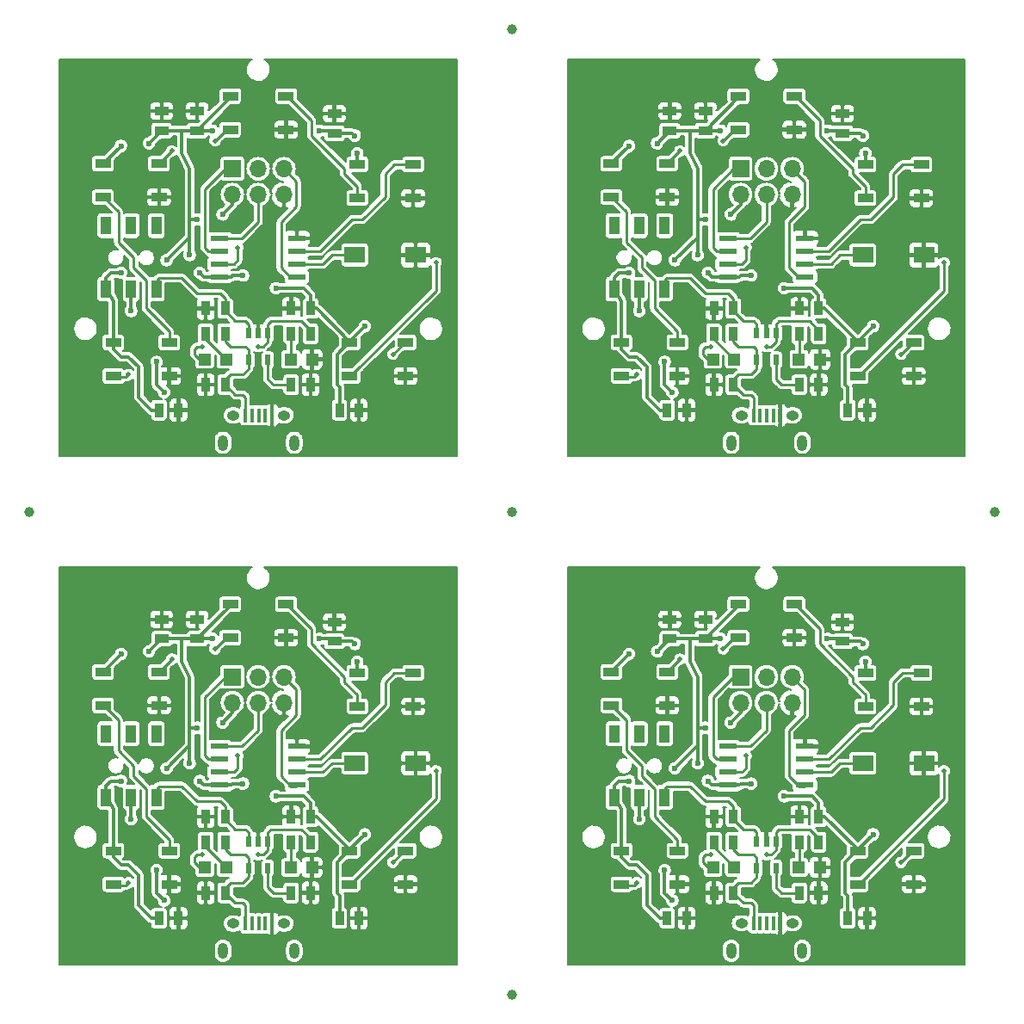
<source format=gtl>
G04 #@! TF.FileFunction,Copper,L1,Top,Signal*
%FSLAX46Y46*%
G04 Gerber Fmt 4.6, Leading zero omitted, Abs format (unit mm)*
G04 Created by KiCad (PCBNEW 4.0.7) date 06/26/18 19:00:46*
%MOMM*%
%LPD*%
G01*
G04 APERTURE LIST*
%ADD10C,0.100000*%
%ADD11R,0.400000X1.350000*%
%ADD12O,1.250000X0.950000*%
%ADD13O,1.000000X1.550000*%
%ADD14R,0.889000X1.397000*%
%ADD15R,1.198880X1.198880*%
%ADD16R,1.500000X0.900000*%
%ADD17R,1.998980X1.600200*%
%ADD18R,1.397000X0.889000*%
%ADD19R,1.700000X1.700000*%
%ADD20O,1.700000X1.700000*%
%ADD21R,0.551180X1.000760*%
%ADD22R,1.800000X0.600000*%
%ADD23R,1.000000X1.800000*%
%ADD24C,1.000760*%
%ADD25C,0.500000*%
%ADD26C,0.600000*%
%ADD27C,0.250000*%
%ADD28C,0.300000*%
%ADD29C,0.200000*%
G04 APERTURE END LIST*
D10*
D11*
X149249100Y-71762460D03*
X149899100Y-71762460D03*
X150549100Y-71762460D03*
X151199100Y-71762460D03*
X151849100Y-71762460D03*
D12*
X148049100Y-71762460D03*
X153049100Y-71762460D03*
D13*
X147049100Y-74462460D03*
X154049100Y-74462460D03*
D11*
X99249100Y-71762460D03*
X99899100Y-71762460D03*
X100549100Y-71762460D03*
X101199100Y-71762460D03*
X101849100Y-71762460D03*
D12*
X98049100Y-71762460D03*
X103049100Y-71762460D03*
D13*
X97049100Y-74462460D03*
X104049100Y-74462460D03*
D11*
X99249100Y-121762460D03*
X99899100Y-121762460D03*
X100549100Y-121762460D03*
X101199100Y-121762460D03*
X101849100Y-121762460D03*
D12*
X98049100Y-121762460D03*
X103049100Y-121762460D03*
D13*
X97049100Y-124462460D03*
X104049100Y-124462460D03*
D14*
X155655000Y-111250000D03*
X153750000Y-111250000D03*
X105655000Y-111250000D03*
X103750000Y-111250000D03*
X155655000Y-61250000D03*
X153750000Y-61250000D03*
X153750000Y-113750000D03*
X155655000Y-113750000D03*
X103750000Y-113750000D03*
X105655000Y-113750000D03*
X153750000Y-63750000D03*
X155655000Y-63750000D03*
D15*
X153700280Y-116250000D03*
X155798320Y-116250000D03*
X103700280Y-116250000D03*
X105798320Y-116250000D03*
X153700280Y-66250000D03*
X155798320Y-66250000D03*
D16*
X159500000Y-117900000D03*
X165000000Y-117900000D03*
X165000000Y-114600000D03*
X159500000Y-114600000D03*
X109500000Y-117900000D03*
X115000000Y-117900000D03*
X115000000Y-114600000D03*
X109500000Y-114600000D03*
X159500000Y-67900000D03*
X165000000Y-67900000D03*
X165000000Y-64600000D03*
X159500000Y-64600000D03*
D14*
X158500000Y-121250000D03*
X160405000Y-121250000D03*
X108500000Y-121250000D03*
X110405000Y-121250000D03*
X158500000Y-71250000D03*
X160405000Y-71250000D03*
X155655000Y-118750000D03*
X153750000Y-118750000D03*
X105655000Y-118750000D03*
X103750000Y-118750000D03*
X155655000Y-68750000D03*
X153750000Y-68750000D03*
X147250000Y-118750000D03*
X145345000Y-118750000D03*
X97250000Y-118750000D03*
X95345000Y-118750000D03*
X147250000Y-68750000D03*
X145345000Y-68750000D03*
D17*
X160000260Y-106000000D03*
X165999740Y-106000000D03*
X110000260Y-106000000D03*
X115999740Y-106000000D03*
X160000260Y-56000000D03*
X165999740Y-56000000D03*
D18*
X158000000Y-94000000D03*
X158000000Y-92095000D03*
X108000000Y-94000000D03*
X108000000Y-92095000D03*
X158000000Y-44000000D03*
X158000000Y-42095000D03*
D16*
X160250000Y-100400000D03*
X165750000Y-100400000D03*
X165750000Y-97100000D03*
X160250000Y-97100000D03*
X110250000Y-100400000D03*
X115750000Y-100400000D03*
X115750000Y-97100000D03*
X110250000Y-97100000D03*
X160250000Y-50400000D03*
X165750000Y-50400000D03*
X165750000Y-47100000D03*
X160250000Y-47100000D03*
D18*
X144500000Y-93750000D03*
X144500000Y-91845000D03*
X94500000Y-93750000D03*
X94500000Y-91845000D03*
X144500000Y-43750000D03*
X144500000Y-41845000D03*
D19*
X147960000Y-97500000D03*
D20*
X147960000Y-100040000D03*
X150500000Y-97500000D03*
X150500000Y-100040000D03*
X153040000Y-97500000D03*
X153040000Y-100040000D03*
D19*
X97960000Y-97500000D03*
D20*
X97960000Y-100040000D03*
X100500000Y-97500000D03*
X100500000Y-100040000D03*
X103040000Y-97500000D03*
X103040000Y-100040000D03*
D19*
X147960000Y-47500000D03*
D20*
X147960000Y-50040000D03*
X150500000Y-47500000D03*
X150500000Y-50040000D03*
X153040000Y-47500000D03*
X153040000Y-50040000D03*
D16*
X147750000Y-93650000D03*
X153250000Y-93650000D03*
X153250000Y-90350000D03*
X147750000Y-90350000D03*
X97750000Y-93650000D03*
X103250000Y-93650000D03*
X103250000Y-90350000D03*
X97750000Y-90350000D03*
X147750000Y-43650000D03*
X153250000Y-43650000D03*
X153250000Y-40350000D03*
X147750000Y-40350000D03*
D18*
X141000000Y-93750000D03*
X141000000Y-91845000D03*
X91000000Y-93750000D03*
X91000000Y-91845000D03*
X141000000Y-43750000D03*
X141000000Y-41845000D03*
D16*
X136250000Y-117900000D03*
X141750000Y-117900000D03*
X141750000Y-114600000D03*
X136250000Y-114600000D03*
X86250000Y-117900000D03*
X91750000Y-117900000D03*
X91750000Y-114600000D03*
X86250000Y-114600000D03*
X136250000Y-67900000D03*
X141750000Y-67900000D03*
X141750000Y-64600000D03*
X136250000Y-64600000D03*
D14*
X140750000Y-121250000D03*
X142655000Y-121250000D03*
X90750000Y-121250000D03*
X92655000Y-121250000D03*
X140750000Y-71250000D03*
X142655000Y-71250000D03*
D15*
X147346520Y-116250000D03*
X145248480Y-116250000D03*
X97346520Y-116250000D03*
X95248480Y-116250000D03*
X147346520Y-66250000D03*
X145248480Y-66250000D03*
D21*
X150500000Y-113699520D03*
X149550040Y-116300480D03*
X151449960Y-116300480D03*
X149547500Y-113699520D03*
X151452500Y-113699520D03*
X100500000Y-113699520D03*
X99550040Y-116300480D03*
X101449960Y-116300480D03*
X99547500Y-113699520D03*
X101452500Y-113699520D03*
X150500000Y-63699520D03*
X149550040Y-66300480D03*
X151449960Y-66300480D03*
X149547500Y-63699520D03*
X151452500Y-63699520D03*
D14*
X145345000Y-113750000D03*
X147250000Y-113750000D03*
X95345000Y-113750000D03*
X97250000Y-113750000D03*
X145345000Y-63750000D03*
X147250000Y-63750000D03*
X147250000Y-111250000D03*
X145345000Y-111250000D03*
X97250000Y-111250000D03*
X95345000Y-111250000D03*
X147250000Y-61250000D03*
X145345000Y-61250000D03*
D22*
X154300000Y-108155000D03*
X154300000Y-106885000D03*
X154300000Y-105615000D03*
X154300000Y-104345000D03*
X146700000Y-104345000D03*
X146700000Y-105615000D03*
X146700000Y-106885000D03*
X146700000Y-108155000D03*
X104300000Y-108155000D03*
X104300000Y-106885000D03*
X104300000Y-105615000D03*
X104300000Y-104345000D03*
X96700000Y-104345000D03*
X96700000Y-105615000D03*
X96700000Y-106885000D03*
X96700000Y-108155000D03*
X154300000Y-58155000D03*
X154300000Y-56885000D03*
X154300000Y-55615000D03*
X154300000Y-54345000D03*
X146700000Y-54345000D03*
X146700000Y-55615000D03*
X146700000Y-56885000D03*
X146700000Y-58155000D03*
D16*
X135250000Y-100300000D03*
X140750000Y-100300000D03*
X140750000Y-97000000D03*
X135250000Y-97000000D03*
X85250000Y-100300000D03*
X90750000Y-100300000D03*
X90750000Y-97000000D03*
X85250000Y-97000000D03*
X135250000Y-50300000D03*
X140750000Y-50300000D03*
X140750000Y-47000000D03*
X135250000Y-47000000D03*
D23*
X135510800Y-103100400D03*
X138000000Y-103100400D03*
X140489200Y-103100400D03*
X135510800Y-109348800D03*
X138000000Y-109348800D03*
X140489200Y-109348800D03*
X85510800Y-103100400D03*
X88000000Y-103100400D03*
X90489200Y-103100400D03*
X85510800Y-109348800D03*
X88000000Y-109348800D03*
X90489200Y-109348800D03*
X135510800Y-53100400D03*
X138000000Y-53100400D03*
X140489200Y-53100400D03*
X135510800Y-59348800D03*
X138000000Y-59348800D03*
X140489200Y-59348800D03*
D22*
X104300000Y-58155000D03*
X104300000Y-56885000D03*
X104300000Y-55615000D03*
X104300000Y-54345000D03*
X96700000Y-54345000D03*
X96700000Y-55615000D03*
X96700000Y-56885000D03*
X96700000Y-58155000D03*
D16*
X86250000Y-67900000D03*
X91750000Y-67900000D03*
X91750000Y-64600000D03*
X86250000Y-64600000D03*
X97750000Y-43650000D03*
X103250000Y-43650000D03*
X103250000Y-40350000D03*
X97750000Y-40350000D03*
X110250000Y-50400000D03*
X115750000Y-50400000D03*
X115750000Y-47100000D03*
X110250000Y-47100000D03*
D14*
X97250000Y-68750000D03*
X95345000Y-68750000D03*
X97250000Y-61250000D03*
X95345000Y-61250000D03*
D19*
X97960000Y-47500000D03*
D20*
X97960000Y-50040000D03*
X100500000Y-47500000D03*
X100500000Y-50040000D03*
X103040000Y-47500000D03*
X103040000Y-50040000D03*
D14*
X95345000Y-63750000D03*
X97250000Y-63750000D03*
X103750000Y-63750000D03*
X105655000Y-63750000D03*
X105655000Y-68750000D03*
X103750000Y-68750000D03*
D17*
X110000260Y-56000000D03*
X115999740Y-56000000D03*
D21*
X100500000Y-63699520D03*
X99550040Y-66300480D03*
X101449960Y-66300480D03*
X99547500Y-63699520D03*
X101452500Y-63699520D03*
D18*
X94500000Y-43750000D03*
X94500000Y-41845000D03*
X91000000Y-43750000D03*
X91000000Y-41845000D03*
X108000000Y-44000000D03*
X108000000Y-42095000D03*
D14*
X105655000Y-61250000D03*
X103750000Y-61250000D03*
D23*
X85510800Y-53100400D03*
X88000000Y-53100400D03*
X90489200Y-53100400D03*
X85510800Y-59348800D03*
X88000000Y-59348800D03*
X90489200Y-59348800D03*
D14*
X90750000Y-71250000D03*
X92655000Y-71250000D03*
X108500000Y-71250000D03*
X110405000Y-71250000D03*
D16*
X109500000Y-67900000D03*
X115000000Y-67900000D03*
X115000000Y-64600000D03*
X109500000Y-64600000D03*
X85250000Y-50300000D03*
X90750000Y-50300000D03*
X90750000Y-47000000D03*
X85250000Y-47000000D03*
D15*
X97346520Y-66250000D03*
X95248480Y-66250000D03*
X103700280Y-66250000D03*
X105798320Y-66250000D03*
D24*
X125500000Y-81250000D03*
X125500000Y-128750000D03*
X173000000Y-81250000D03*
X78000000Y-81250000D03*
X125500000Y-33750000D03*
D11*
X149249100Y-121737460D03*
X149899100Y-121737460D03*
X150549100Y-121737460D03*
X151199100Y-121737460D03*
X151849100Y-121737460D03*
D12*
X148049100Y-121737460D03*
X153049100Y-121737460D03*
D13*
X147049100Y-124437460D03*
X154049100Y-124437460D03*
D25*
X148500000Y-105250000D03*
X98500000Y-105250000D03*
X148500000Y-55250000D03*
X98500000Y-55250000D03*
D26*
X137000000Y-107750000D03*
X87000000Y-107750000D03*
X137000000Y-57750000D03*
X144750000Y-107750000D03*
X94750000Y-107750000D03*
X144750000Y-57750000D03*
X160000000Y-94250000D03*
X110000000Y-94250000D03*
X160000000Y-44250000D03*
X160250000Y-96000000D03*
X110250000Y-96000000D03*
X160250000Y-46000000D03*
X147000000Y-102000000D03*
X97000000Y-102000000D03*
X147000000Y-52000000D03*
X146000000Y-93750000D03*
X96000000Y-93750000D03*
X146000000Y-43750000D03*
X156500000Y-93750000D03*
X106500000Y-93750000D03*
X156500000Y-43750000D03*
X143750000Y-106000000D03*
X93750000Y-106000000D03*
X143750000Y-56000000D03*
X139750000Y-95000000D03*
X89750000Y-95000000D03*
X139750000Y-45000000D03*
X137000000Y-95250000D03*
X87000000Y-95250000D03*
X137000000Y-45250000D03*
X141500000Y-106500000D03*
X91500000Y-106500000D03*
X141500000Y-56500000D03*
X144500000Y-102500000D03*
X94500000Y-102500000D03*
X144500000Y-52500000D03*
X161000000Y-113000000D03*
X111000000Y-113000000D03*
X161000000Y-63000000D03*
X152250000Y-109250000D03*
X102250000Y-109250000D03*
X152250000Y-59250000D03*
X149000000Y-108000000D03*
X99000000Y-108000000D03*
X149000000Y-58000000D03*
X99000000Y-58000000D03*
X102250000Y-59250000D03*
X94750000Y-57750000D03*
X93750000Y-56000000D03*
X97000000Y-52000000D03*
X94500000Y-52500000D03*
X91500000Y-56500000D03*
X87000000Y-57750000D03*
X110250000Y-46000000D03*
X110000000Y-44250000D03*
X111000000Y-63000000D03*
X87000000Y-45250000D03*
X89750000Y-45000000D03*
X96000000Y-43750000D03*
X106500000Y-43750000D03*
D25*
X137750000Y-117750000D03*
X87750000Y-117750000D03*
X137750000Y-67750000D03*
X163750000Y-115750000D03*
X113750000Y-115750000D03*
X163750000Y-65750000D03*
X87750000Y-67750000D03*
X113750000Y-65750000D03*
X145000000Y-115000000D03*
X95000000Y-115000000D03*
X145000000Y-65000000D03*
X150500000Y-115000000D03*
X100500000Y-115000000D03*
X150500000Y-65000000D03*
X95000000Y-65000000D03*
X100500000Y-65000000D03*
X146250000Y-94750000D03*
X96250000Y-94750000D03*
X146250000Y-44750000D03*
X142000000Y-95750000D03*
X92000000Y-95750000D03*
X142000000Y-45750000D03*
X92000000Y-45750000D03*
X96250000Y-44750000D03*
X168000000Y-106750000D03*
X118000000Y-106750000D03*
X168000000Y-56750000D03*
X118000000Y-56750000D03*
D26*
X140500000Y-116500000D03*
X90500000Y-116500000D03*
X140500000Y-66500000D03*
X141250000Y-119500000D03*
X91250000Y-119500000D03*
X141250000Y-69500000D03*
X138000000Y-111500000D03*
X88000000Y-111500000D03*
X138000000Y-61500000D03*
X91250000Y-69500000D03*
X88000000Y-61500000D03*
X90500000Y-66500000D03*
D27*
X154250000Y-101250000D02*
X152750000Y-102750000D01*
X104250000Y-101250000D02*
X102750000Y-102750000D01*
X154250000Y-51250000D02*
X152750000Y-52750000D01*
X153000000Y-97500000D02*
X154250000Y-98750000D01*
X103000000Y-97500000D02*
X104250000Y-98750000D01*
X153000000Y-47500000D02*
X154250000Y-48750000D01*
X153040000Y-97500000D02*
X153000000Y-97500000D01*
X103040000Y-97500000D02*
X103000000Y-97500000D01*
X153040000Y-47500000D02*
X153000000Y-47500000D01*
X154250000Y-98750000D02*
X154250000Y-101250000D01*
X104250000Y-98750000D02*
X104250000Y-101250000D01*
X154250000Y-48750000D02*
X154250000Y-51250000D01*
X153750000Y-108250000D02*
X154250000Y-108250000D01*
X103750000Y-108250000D02*
X104250000Y-108250000D01*
X153750000Y-58250000D02*
X154250000Y-58250000D01*
X152750000Y-107250000D02*
X153750000Y-108250000D01*
X102750000Y-107250000D02*
X103750000Y-108250000D01*
X152750000Y-57250000D02*
X153750000Y-58250000D01*
X152750000Y-102750000D02*
X152750000Y-107250000D01*
X102750000Y-102750000D02*
X102750000Y-107250000D01*
X152750000Y-52750000D02*
X152750000Y-57250000D01*
X103040000Y-47500000D02*
X103000000Y-47500000D01*
X103000000Y-47500000D02*
X104250000Y-48750000D01*
X104250000Y-48750000D02*
X104250000Y-51250000D01*
X104250000Y-51250000D02*
X102750000Y-52750000D01*
X102750000Y-52750000D02*
X102750000Y-57250000D01*
X102750000Y-57250000D02*
X103750000Y-58250000D01*
X103750000Y-58250000D02*
X104250000Y-58250000D01*
X157750000Y-106000000D02*
X160000260Y-106000000D01*
X107750000Y-106000000D02*
X110000260Y-106000000D01*
X157750000Y-56000000D02*
X160000260Y-56000000D01*
X154300000Y-106885000D02*
X156865000Y-106885000D01*
X104300000Y-106885000D02*
X106865000Y-106885000D01*
X154300000Y-56885000D02*
X156865000Y-56885000D01*
X156865000Y-106885000D02*
X157750000Y-106000000D01*
X106865000Y-106885000D02*
X107750000Y-106000000D01*
X156865000Y-56885000D02*
X157750000Y-56000000D01*
X104300000Y-56885000D02*
X106865000Y-56885000D01*
X107750000Y-56000000D02*
X110000260Y-56000000D01*
X106865000Y-56885000D02*
X107750000Y-56000000D01*
X163000000Y-98000000D02*
X163900000Y-97100000D01*
X113000000Y-98000000D02*
X113900000Y-97100000D01*
X163000000Y-48000000D02*
X163900000Y-47100000D01*
X163900000Y-97100000D02*
X165750000Y-97100000D01*
X113900000Y-97100000D02*
X115750000Y-97100000D01*
X163900000Y-47100000D02*
X165750000Y-47100000D01*
X159750000Y-102500000D02*
X160750000Y-102500000D01*
X109750000Y-102500000D02*
X110750000Y-102500000D01*
X159750000Y-52500000D02*
X160750000Y-52500000D01*
X163000000Y-100250000D02*
X163000000Y-98000000D01*
X113000000Y-100250000D02*
X113000000Y-98000000D01*
X163000000Y-50250000D02*
X163000000Y-48000000D01*
X160750000Y-102500000D02*
X163000000Y-100250000D01*
X110750000Y-102500000D02*
X113000000Y-100250000D01*
X160750000Y-52500000D02*
X163000000Y-50250000D01*
X156635000Y-105615000D02*
X159750000Y-102500000D01*
X106635000Y-105615000D02*
X109750000Y-102500000D01*
X156635000Y-55615000D02*
X159750000Y-52500000D01*
X154300000Y-105615000D02*
X156635000Y-105615000D01*
X104300000Y-105615000D02*
X106635000Y-105615000D01*
X154300000Y-55615000D02*
X156635000Y-55615000D01*
X104300000Y-55615000D02*
X106635000Y-55615000D01*
X113900000Y-47100000D02*
X115750000Y-47100000D01*
X113000000Y-48000000D02*
X113900000Y-47100000D01*
X113000000Y-50250000D02*
X113000000Y-48000000D01*
X110750000Y-52500000D02*
X113000000Y-50250000D01*
X109750000Y-52500000D02*
X110750000Y-52500000D01*
X106635000Y-55615000D02*
X109750000Y-52500000D01*
X146700000Y-104345000D02*
X148905000Y-104345000D01*
X96700000Y-104345000D02*
X98905000Y-104345000D01*
X146700000Y-54345000D02*
X148905000Y-54345000D01*
X148905000Y-104345000D02*
X150500000Y-102750000D01*
X98905000Y-104345000D02*
X100500000Y-102750000D01*
X148905000Y-54345000D02*
X150500000Y-52750000D01*
X150500000Y-102750000D02*
X150500000Y-100040000D01*
X100500000Y-102750000D02*
X100500000Y-100040000D01*
X150500000Y-52750000D02*
X150500000Y-50040000D01*
X96700000Y-54345000D02*
X98905000Y-54345000D01*
X100500000Y-52750000D02*
X100500000Y-50040000D01*
X98905000Y-54345000D02*
X100500000Y-52750000D01*
X145615000Y-105615000D02*
X145250000Y-105250000D01*
X95615000Y-105615000D02*
X95250000Y-105250000D01*
X145615000Y-55615000D02*
X145250000Y-55250000D01*
X146700000Y-105615000D02*
X145615000Y-105615000D01*
X96700000Y-105615000D02*
X95615000Y-105615000D01*
X146700000Y-55615000D02*
X145615000Y-55615000D01*
X145250000Y-99500000D02*
X147250000Y-97500000D01*
X95250000Y-99500000D02*
X97250000Y-97500000D01*
X145250000Y-49500000D02*
X147250000Y-47500000D01*
X147960000Y-97500000D02*
X148000000Y-97500000D01*
X97960000Y-97500000D02*
X98000000Y-97500000D01*
X147960000Y-47500000D02*
X148000000Y-47500000D01*
X147250000Y-97500000D02*
X147960000Y-97500000D01*
X97250000Y-97500000D02*
X97960000Y-97500000D01*
X147250000Y-47500000D02*
X147960000Y-47500000D01*
X145250000Y-105250000D02*
X145250000Y-99500000D01*
X95250000Y-105250000D02*
X95250000Y-99500000D01*
X145250000Y-55250000D02*
X145250000Y-49500000D01*
X96700000Y-55615000D02*
X95615000Y-55615000D01*
X95250000Y-49500000D02*
X97250000Y-47500000D01*
X95250000Y-55250000D02*
X95250000Y-49500000D01*
X95615000Y-55615000D02*
X95250000Y-55250000D01*
X97250000Y-47500000D02*
X97960000Y-47500000D01*
X97960000Y-47500000D02*
X98000000Y-47500000D01*
X148500000Y-106500000D02*
X148500000Y-105250000D01*
X98500000Y-106500000D02*
X98500000Y-105250000D01*
X148500000Y-56500000D02*
X148500000Y-55250000D01*
X148115000Y-106885000D02*
X148500000Y-106500000D01*
X98115000Y-106885000D02*
X98500000Y-106500000D01*
X148115000Y-56885000D02*
X148500000Y-56500000D01*
X146700000Y-106885000D02*
X148115000Y-106885000D01*
X96700000Y-106885000D02*
X98115000Y-106885000D01*
X146700000Y-56885000D02*
X148115000Y-56885000D01*
X96700000Y-56885000D02*
X98115000Y-56885000D01*
X98500000Y-56500000D02*
X98500000Y-55250000D01*
X98115000Y-56885000D02*
X98500000Y-56500000D01*
D28*
X155655000Y-111250000D02*
X156250000Y-111250000D01*
X105655000Y-111250000D02*
X106250000Y-111250000D01*
X155655000Y-61250000D02*
X156250000Y-61250000D01*
X155655000Y-111250000D02*
X155655000Y-109905000D01*
X105655000Y-111250000D02*
X105655000Y-109905000D01*
X155655000Y-61250000D02*
X155655000Y-59905000D01*
X155655000Y-109905000D02*
X155000000Y-109250000D01*
X105655000Y-109905000D02*
X105000000Y-109250000D01*
X155655000Y-59905000D02*
X155000000Y-59250000D01*
X155000000Y-109250000D02*
X152250000Y-109250000D01*
X105000000Y-109250000D02*
X102250000Y-109250000D01*
X155000000Y-59250000D02*
X152250000Y-59250000D01*
X159500000Y-114600000D02*
X159500000Y-114500000D01*
X109500000Y-114600000D02*
X109500000Y-114500000D01*
X159500000Y-64600000D02*
X159500000Y-64500000D01*
X156250000Y-111250000D02*
X159500000Y-114500000D01*
X106250000Y-111250000D02*
X109500000Y-114500000D01*
X156250000Y-61250000D02*
X159500000Y-64500000D01*
X159500000Y-114500000D02*
X161000000Y-113000000D01*
X109500000Y-114500000D02*
X111000000Y-113000000D01*
X159500000Y-64500000D02*
X161000000Y-63000000D01*
X159500000Y-114600000D02*
X159500000Y-114500000D01*
X109500000Y-114600000D02*
X109500000Y-114500000D01*
X159500000Y-64600000D02*
X159500000Y-64500000D01*
X159500000Y-114500000D02*
X159500000Y-114600000D01*
X109500000Y-114500000D02*
X109500000Y-114600000D01*
X159500000Y-64500000D02*
X159500000Y-64600000D01*
X158500000Y-119000000D02*
X158500000Y-121250000D01*
X108500000Y-119000000D02*
X108500000Y-121250000D01*
X158500000Y-69000000D02*
X158500000Y-71250000D01*
X158250000Y-118750000D02*
X158500000Y-119000000D01*
X108250000Y-118750000D02*
X108500000Y-119000000D01*
X158250000Y-68750000D02*
X158500000Y-69000000D01*
X158250000Y-115750000D02*
X158250000Y-118750000D01*
X108250000Y-115750000D02*
X108250000Y-118750000D01*
X158250000Y-65750000D02*
X158250000Y-68750000D01*
X159500000Y-114500000D02*
X158250000Y-115750000D01*
X109500000Y-114500000D02*
X108250000Y-115750000D01*
X159500000Y-64500000D02*
X158250000Y-65750000D01*
X138750000Y-120000000D02*
X138750000Y-117000000D01*
X88750000Y-120000000D02*
X88750000Y-117000000D01*
X138750000Y-70000000D02*
X138750000Y-67000000D01*
X140750000Y-121250000D02*
X140000000Y-121250000D01*
X90750000Y-121250000D02*
X90000000Y-121250000D01*
X140750000Y-71250000D02*
X140000000Y-71250000D01*
X139500000Y-120750000D02*
X140000000Y-121250000D01*
X89500000Y-120750000D02*
X90000000Y-121250000D01*
X139500000Y-70750000D02*
X140000000Y-71250000D01*
X139500000Y-120750000D02*
X138750000Y-120000000D01*
X89500000Y-120750000D02*
X88750000Y-120000000D01*
X139500000Y-70750000D02*
X138750000Y-70000000D01*
X136250000Y-110500000D02*
X136250000Y-114600000D01*
X86250000Y-110500000D02*
X86250000Y-114600000D01*
X136250000Y-60500000D02*
X136250000Y-64600000D01*
X146700000Y-108155000D02*
X145155000Y-108155000D01*
X96700000Y-108155000D02*
X95155000Y-108155000D01*
X146700000Y-58155000D02*
X145155000Y-58155000D01*
X145155000Y-108155000D02*
X144750000Y-107750000D01*
X95155000Y-108155000D02*
X94750000Y-107750000D01*
X145155000Y-58155000D02*
X144750000Y-57750000D01*
X138750000Y-117000000D02*
X137750000Y-116000000D01*
X88750000Y-117000000D02*
X87750000Y-116000000D01*
X138750000Y-67000000D02*
X137750000Y-66000000D01*
X137750000Y-116000000D02*
X137000000Y-116000000D01*
X87750000Y-116000000D02*
X87000000Y-116000000D01*
X137750000Y-66000000D02*
X137000000Y-66000000D01*
X137000000Y-116000000D02*
X136250000Y-115250000D01*
X87000000Y-116000000D02*
X86250000Y-115250000D01*
X137000000Y-66000000D02*
X136250000Y-65250000D01*
X136250000Y-115250000D02*
X136250000Y-114600000D01*
X86250000Y-115250000D02*
X86250000Y-114600000D01*
X136250000Y-65250000D02*
X136250000Y-64600000D01*
X141500000Y-106500000D02*
X143750000Y-104250000D01*
X91500000Y-106500000D02*
X93750000Y-104250000D01*
X141500000Y-56500000D02*
X143750000Y-54250000D01*
X143750000Y-106000000D02*
X143750000Y-104250000D01*
X93750000Y-106000000D02*
X93750000Y-104250000D01*
X143750000Y-56000000D02*
X143750000Y-54250000D01*
X143750000Y-102500000D02*
X144500000Y-102500000D01*
X93750000Y-102500000D02*
X94500000Y-102500000D01*
X143750000Y-52500000D02*
X144500000Y-52500000D01*
X143750000Y-102500000D02*
X143750000Y-103250000D01*
X93750000Y-102500000D02*
X93750000Y-103250000D01*
X143750000Y-52500000D02*
X143750000Y-53250000D01*
X143750000Y-103250000D02*
X143750000Y-104250000D01*
X93750000Y-103250000D02*
X93750000Y-104250000D01*
X143750000Y-53250000D02*
X143750000Y-54250000D01*
X136000000Y-107750000D02*
X137000000Y-107750000D01*
X86000000Y-107750000D02*
X87000000Y-107750000D01*
X136000000Y-57750000D02*
X137000000Y-57750000D01*
X135510800Y-109348800D02*
X135510800Y-108239200D01*
X85510800Y-109348800D02*
X85510800Y-108239200D01*
X135510800Y-59348800D02*
X135510800Y-58239200D01*
X135510800Y-108239200D02*
X136000000Y-107750000D01*
X85510800Y-108239200D02*
X86000000Y-107750000D01*
X135510800Y-58239200D02*
X136000000Y-57750000D01*
X158000000Y-94000000D02*
X159750000Y-94000000D01*
X108000000Y-94000000D02*
X109750000Y-94000000D01*
X158000000Y-44000000D02*
X159750000Y-44000000D01*
X156500000Y-93750000D02*
X157750000Y-93750000D01*
X106500000Y-93750000D02*
X107750000Y-93750000D01*
X156500000Y-43750000D02*
X157750000Y-43750000D01*
X159750000Y-94000000D02*
X160000000Y-94250000D01*
X109750000Y-94000000D02*
X110000000Y-94250000D01*
X159750000Y-44000000D02*
X160000000Y-44250000D01*
X157750000Y-93750000D02*
X158000000Y-94000000D01*
X107750000Y-93750000D02*
X108000000Y-94000000D01*
X157750000Y-43750000D02*
X158000000Y-44000000D01*
X139750000Y-95000000D02*
X141000000Y-93750000D01*
X89750000Y-95000000D02*
X91000000Y-93750000D01*
X139750000Y-45000000D02*
X141000000Y-43750000D01*
X144500000Y-93750000D02*
X147750000Y-90500000D01*
X94500000Y-93750000D02*
X97750000Y-90500000D01*
X144500000Y-43750000D02*
X147750000Y-40500000D01*
X135250000Y-97000000D02*
X137000000Y-95250000D01*
X85250000Y-97000000D02*
X87000000Y-95250000D01*
X135250000Y-47000000D02*
X137000000Y-45250000D01*
X141000000Y-93750000D02*
X143000000Y-93750000D01*
X91000000Y-93750000D02*
X93000000Y-93750000D01*
X141000000Y-43750000D02*
X143000000Y-43750000D01*
X147750000Y-90500000D02*
X147750000Y-90350000D01*
X97750000Y-90500000D02*
X97750000Y-90350000D01*
X147750000Y-40500000D02*
X147750000Y-40350000D01*
X144500000Y-93750000D02*
X146000000Y-93750000D01*
X94500000Y-93750000D02*
X96000000Y-93750000D01*
X144500000Y-43750000D02*
X146000000Y-43750000D01*
X143000000Y-93750000D02*
X144500000Y-93750000D01*
X93000000Y-93750000D02*
X94500000Y-93750000D01*
X143000000Y-43750000D02*
X144500000Y-43750000D01*
X143000000Y-93750000D02*
X143000000Y-94000000D01*
X93000000Y-93750000D02*
X93000000Y-94000000D01*
X143000000Y-43750000D02*
X143000000Y-44000000D01*
X143000000Y-96000000D02*
X143000000Y-94000000D01*
X93000000Y-96000000D02*
X93000000Y-94000000D01*
X143000000Y-46000000D02*
X143000000Y-44000000D01*
X135500000Y-109250000D02*
X136250000Y-110500000D01*
X85500000Y-109250000D02*
X86250000Y-110500000D01*
X135500000Y-59250000D02*
X136250000Y-60500000D01*
X143000000Y-96000000D02*
X143750000Y-97500000D01*
X93000000Y-96000000D02*
X93750000Y-97500000D01*
X143000000Y-46000000D02*
X143750000Y-47500000D01*
X143750000Y-102500000D02*
X143750000Y-97500000D01*
X93750000Y-102500000D02*
X93750000Y-97500000D01*
X143750000Y-52500000D02*
X143750000Y-47500000D01*
X160250000Y-96000000D02*
X160250000Y-97100000D01*
X110250000Y-96000000D02*
X110250000Y-97100000D01*
X160250000Y-46000000D02*
X160250000Y-47100000D01*
X147960000Y-101040000D02*
X147960000Y-100040000D01*
X97960000Y-101040000D02*
X97960000Y-100040000D01*
X147960000Y-51040000D02*
X147960000Y-50040000D01*
X147960000Y-101040000D02*
X147000000Y-102000000D01*
X97960000Y-101040000D02*
X97000000Y-102000000D01*
X147960000Y-51040000D02*
X147000000Y-52000000D01*
X149000000Y-108000000D02*
X148000000Y-108000000D01*
X99000000Y-108000000D02*
X98000000Y-108000000D01*
X149000000Y-58000000D02*
X148000000Y-58000000D01*
X147845000Y-108155000D02*
X146700000Y-108155000D01*
X97845000Y-108155000D02*
X96700000Y-108155000D01*
X147845000Y-58155000D02*
X146700000Y-58155000D01*
X148000000Y-108000000D02*
X147845000Y-108155000D01*
X98000000Y-108000000D02*
X97845000Y-108155000D01*
X148000000Y-58000000D02*
X147845000Y-58155000D01*
X105000000Y-59250000D02*
X102250000Y-59250000D01*
X105655000Y-59905000D02*
X105000000Y-59250000D01*
X105655000Y-61250000D02*
X105655000Y-59905000D01*
X97845000Y-58155000D02*
X96700000Y-58155000D01*
X98000000Y-58000000D02*
X97845000Y-58155000D01*
X99000000Y-58000000D02*
X98000000Y-58000000D01*
X89500000Y-70750000D02*
X88750000Y-70000000D01*
X89500000Y-70750000D02*
X90000000Y-71250000D01*
X90750000Y-71250000D02*
X90000000Y-71250000D01*
X86250000Y-65250000D02*
X86250000Y-64600000D01*
X87000000Y-66000000D02*
X86250000Y-65250000D01*
X87750000Y-66000000D02*
X87000000Y-66000000D01*
X88750000Y-67000000D02*
X87750000Y-66000000D01*
X88750000Y-70000000D02*
X88750000Y-67000000D01*
X96700000Y-58155000D02*
X95155000Y-58155000D01*
X95155000Y-58155000D02*
X94750000Y-57750000D01*
X93750000Y-56000000D02*
X93750000Y-54250000D01*
X93750000Y-52500000D02*
X94500000Y-52500000D01*
X97960000Y-51040000D02*
X97000000Y-52000000D01*
X97960000Y-51040000D02*
X97960000Y-50040000D01*
X93750000Y-52500000D02*
X93750000Y-47500000D01*
X93000000Y-46000000D02*
X93000000Y-44000000D01*
X93000000Y-43750000D02*
X93000000Y-44000000D01*
X93750000Y-52500000D02*
X93750000Y-53250000D01*
X93750000Y-53250000D02*
X93750000Y-54250000D01*
X93000000Y-46000000D02*
X93750000Y-47500000D01*
X85510800Y-59348800D02*
X85510800Y-58239200D01*
X91500000Y-56500000D02*
X93750000Y-54250000D01*
X86000000Y-57750000D02*
X87000000Y-57750000D01*
X85510800Y-58239200D02*
X86000000Y-57750000D01*
X85500000Y-59250000D02*
X86250000Y-60500000D01*
X86250000Y-60500000D02*
X86250000Y-64600000D01*
X108000000Y-44000000D02*
X109750000Y-44000000D01*
X110250000Y-46000000D02*
X110250000Y-47100000D01*
X109750000Y-44000000D02*
X110000000Y-44250000D01*
X109500000Y-64600000D02*
X109500000Y-64500000D01*
X109500000Y-64500000D02*
X111000000Y-63000000D01*
X94500000Y-43750000D02*
X97750000Y-40500000D01*
X97750000Y-40500000D02*
X97750000Y-40350000D01*
X105655000Y-61250000D02*
X106250000Y-61250000D01*
X106250000Y-61250000D02*
X109500000Y-64500000D01*
X109500000Y-64500000D02*
X109500000Y-64600000D01*
X85250000Y-47000000D02*
X87000000Y-45250000D01*
X89750000Y-45000000D02*
X91000000Y-43750000D01*
X94500000Y-43750000D02*
X96000000Y-43750000D01*
X106500000Y-43750000D02*
X107750000Y-43750000D01*
X107750000Y-43750000D02*
X108000000Y-44000000D01*
X109500000Y-64600000D02*
X109500000Y-64500000D01*
X109500000Y-64500000D02*
X108250000Y-65750000D01*
X108250000Y-65750000D02*
X108250000Y-68750000D01*
X108250000Y-68750000D02*
X108500000Y-69000000D01*
X108500000Y-69000000D02*
X108500000Y-71250000D01*
X91000000Y-43750000D02*
X93000000Y-43750000D01*
X93000000Y-43750000D02*
X94500000Y-43750000D01*
D27*
X165000000Y-114600000D02*
X165000000Y-114500000D01*
X115000000Y-114600000D02*
X115000000Y-114500000D01*
X165000000Y-64600000D02*
X165000000Y-64500000D01*
X165000000Y-114500000D02*
X163750000Y-115750000D01*
X115000000Y-114500000D02*
X113750000Y-115750000D01*
X165000000Y-64500000D02*
X163750000Y-65750000D01*
X136250000Y-118000000D02*
X136250000Y-117900000D01*
X86250000Y-118000000D02*
X86250000Y-117900000D01*
X136250000Y-68000000D02*
X136250000Y-67900000D01*
X137500000Y-118000000D02*
X136250000Y-118000000D01*
X87500000Y-118000000D02*
X86250000Y-118000000D01*
X137500000Y-68000000D02*
X136250000Y-68000000D01*
X137750000Y-117750000D02*
X137500000Y-118000000D01*
X87750000Y-117750000D02*
X87500000Y-118000000D01*
X137750000Y-67750000D02*
X137500000Y-68000000D01*
X115000000Y-64500000D02*
X113750000Y-65750000D01*
X87500000Y-68000000D02*
X86250000Y-68000000D01*
X87750000Y-67750000D02*
X87500000Y-68000000D01*
X115000000Y-64600000D02*
X115000000Y-64500000D01*
X86250000Y-68000000D02*
X86250000Y-67900000D01*
X141750000Y-113500000D02*
X141750000Y-114600000D01*
X91750000Y-113500000D02*
X91750000Y-114600000D01*
X141750000Y-63500000D02*
X141750000Y-64600000D01*
X139500000Y-111250000D02*
X141750000Y-113500000D01*
X89500000Y-111250000D02*
X91750000Y-113500000D01*
X139500000Y-61250000D02*
X141750000Y-63500000D01*
X138250000Y-106250000D02*
X138250000Y-107250000D01*
X88250000Y-106250000D02*
X88250000Y-107250000D01*
X138250000Y-56250000D02*
X138250000Y-57250000D01*
X136750000Y-104750000D02*
X138250000Y-106250000D01*
X86750000Y-104750000D02*
X88250000Y-106250000D01*
X136750000Y-54750000D02*
X138250000Y-56250000D01*
X139500000Y-108500000D02*
X139500000Y-111250000D01*
X89500000Y-108500000D02*
X89500000Y-111250000D01*
X139500000Y-58500000D02*
X139500000Y-61250000D01*
X138250000Y-107250000D02*
X139500000Y-108500000D01*
X88250000Y-107250000D02*
X89500000Y-108500000D01*
X138250000Y-57250000D02*
X139500000Y-58500000D01*
X135250000Y-100300000D02*
X135250000Y-100250000D01*
X85250000Y-100300000D02*
X85250000Y-100250000D01*
X135250000Y-50300000D02*
X135250000Y-50250000D01*
X135250000Y-100250000D02*
X136750000Y-101750000D01*
X85250000Y-100250000D02*
X86750000Y-101750000D01*
X135250000Y-50250000D02*
X136750000Y-51750000D01*
X136750000Y-101750000D02*
X136750000Y-104750000D01*
X86750000Y-101750000D02*
X86750000Y-104750000D01*
X136750000Y-51750000D02*
X136750000Y-54750000D01*
X85250000Y-50300000D02*
X85250000Y-50250000D01*
X85250000Y-50250000D02*
X86750000Y-51750000D01*
X86750000Y-51750000D02*
X86750000Y-54750000D01*
X86750000Y-54750000D02*
X88250000Y-56250000D01*
X88250000Y-56250000D02*
X88250000Y-57250000D01*
X88250000Y-57250000D02*
X89500000Y-58500000D01*
X89500000Y-58500000D02*
X89500000Y-61250000D01*
X89500000Y-61250000D02*
X91750000Y-63500000D01*
X91750000Y-63500000D02*
X91750000Y-64600000D01*
X153250000Y-90350000D02*
X153250000Y-90250000D01*
X103250000Y-90350000D02*
X103250000Y-90250000D01*
X153250000Y-40350000D02*
X153250000Y-40250000D01*
X155750000Y-92750000D02*
X155750000Y-94250000D01*
X105750000Y-92750000D02*
X105750000Y-94250000D01*
X155750000Y-42750000D02*
X155750000Y-44250000D01*
X153250000Y-90250000D02*
X155750000Y-92750000D01*
X103250000Y-90250000D02*
X105750000Y-92750000D01*
X153250000Y-40250000D02*
X155750000Y-42750000D01*
X155750000Y-94250000D02*
X159000000Y-97500000D01*
X105750000Y-94250000D02*
X109000000Y-97500000D01*
X155750000Y-44250000D02*
X159000000Y-47500000D01*
X160250000Y-99250000D02*
X160250000Y-100400000D01*
X110250000Y-99250000D02*
X110250000Y-100400000D01*
X160250000Y-49250000D02*
X160250000Y-50400000D01*
X159000000Y-97500000D02*
X159000000Y-98000000D01*
X109000000Y-97500000D02*
X109000000Y-98000000D01*
X159000000Y-47500000D02*
X159000000Y-48000000D01*
X159000000Y-98000000D02*
X160250000Y-99250000D01*
X109000000Y-98000000D02*
X110250000Y-99250000D01*
X159000000Y-48000000D02*
X160250000Y-49250000D01*
X103250000Y-40350000D02*
X103250000Y-40250000D01*
X103250000Y-40250000D02*
X105750000Y-42750000D01*
X105750000Y-42750000D02*
X105750000Y-44250000D01*
X105750000Y-44250000D02*
X109000000Y-47500000D01*
X109000000Y-47500000D02*
X109000000Y-48000000D01*
X109000000Y-48000000D02*
X110250000Y-49250000D01*
X110250000Y-49250000D02*
X110250000Y-50400000D01*
X151452500Y-114547500D02*
X151452500Y-113699520D01*
X101452500Y-114547500D02*
X101452500Y-113699520D01*
X151452500Y-64547500D02*
X151452500Y-63699520D01*
X151452500Y-112797500D02*
X151452500Y-113699520D01*
X101452500Y-112797500D02*
X101452500Y-113699520D01*
X151452500Y-62797500D02*
X151452500Y-63699520D01*
X151750000Y-112500000D02*
X151452500Y-112797500D01*
X101750000Y-112500000D02*
X101452500Y-112797500D01*
X151750000Y-62500000D02*
X151452500Y-62797500D01*
X152000000Y-112500000D02*
X151750000Y-112500000D01*
X102000000Y-112500000D02*
X101750000Y-112500000D01*
X152000000Y-62500000D02*
X151750000Y-62500000D01*
X151000000Y-115000000D02*
X151452500Y-114547500D01*
X101000000Y-115000000D02*
X101452500Y-114547500D01*
X151000000Y-65000000D02*
X151452500Y-64547500D01*
X155655000Y-113405000D02*
X155655000Y-113750000D01*
X105655000Y-113405000D02*
X105655000Y-113750000D01*
X155655000Y-63405000D02*
X155655000Y-63750000D01*
X155655000Y-113405000D02*
X154750000Y-112500000D01*
X105655000Y-113405000D02*
X104750000Y-112500000D01*
X155655000Y-63405000D02*
X154750000Y-62500000D01*
X154750000Y-112500000D02*
X152000000Y-112500000D01*
X104750000Y-112500000D02*
X102000000Y-112500000D01*
X154750000Y-62500000D02*
X152000000Y-62500000D01*
X150500000Y-115000000D02*
X151000000Y-115000000D01*
X100500000Y-115000000D02*
X101000000Y-115000000D01*
X150500000Y-65000000D02*
X151000000Y-65000000D01*
X144500000Y-115000000D02*
X145000000Y-115000000D01*
X94500000Y-115000000D02*
X95000000Y-115000000D01*
X144500000Y-65000000D02*
X145000000Y-65000000D01*
X144250000Y-115750000D02*
X144250000Y-115250000D01*
X94250000Y-115750000D02*
X94250000Y-115250000D01*
X144250000Y-65750000D02*
X144250000Y-65250000D01*
X144750000Y-116250000D02*
X144250000Y-115750000D01*
X94750000Y-116250000D02*
X94250000Y-115750000D01*
X144750000Y-66250000D02*
X144250000Y-65750000D01*
X145248480Y-116250000D02*
X144750000Y-116250000D01*
X95248480Y-116250000D02*
X94750000Y-116250000D01*
X145248480Y-66250000D02*
X144750000Y-66250000D01*
X144250000Y-115250000D02*
X144500000Y-115000000D01*
X94250000Y-115250000D02*
X94500000Y-115000000D01*
X144250000Y-65250000D02*
X144500000Y-65000000D01*
X95248480Y-66250000D02*
X94750000Y-66250000D01*
X94750000Y-66250000D02*
X94250000Y-65750000D01*
X94250000Y-65750000D02*
X94250000Y-65250000D01*
X94250000Y-65250000D02*
X94500000Y-65000000D01*
X94500000Y-65000000D02*
X95000000Y-65000000D01*
X100500000Y-65000000D02*
X101000000Y-65000000D01*
X101452500Y-64547500D02*
X101452500Y-63699520D01*
X101000000Y-65000000D02*
X101452500Y-64547500D01*
X102000000Y-62500000D02*
X101750000Y-62500000D01*
X101750000Y-62500000D02*
X101452500Y-62797500D01*
X101452500Y-62797500D02*
X101452500Y-63699520D01*
X104750000Y-62500000D02*
X102000000Y-62500000D01*
X105655000Y-63405000D02*
X104750000Y-62500000D01*
X105655000Y-63405000D02*
X105655000Y-63750000D01*
X153750000Y-113750000D02*
X153750000Y-116200280D01*
X103750000Y-113750000D02*
X103750000Y-116200280D01*
X153750000Y-63750000D02*
X153750000Y-66200280D01*
X153750000Y-116200280D02*
X153700280Y-116250000D01*
X103750000Y-116200280D02*
X103700280Y-116250000D01*
X153750000Y-66200280D02*
X153700280Y-66250000D01*
X103750000Y-63750000D02*
X103750000Y-66200280D01*
X103750000Y-66200280D02*
X103700280Y-66250000D01*
X151449960Y-116300480D02*
X151449960Y-118199960D01*
X101449960Y-116300480D02*
X101449960Y-118199960D01*
X151449960Y-66300480D02*
X151449960Y-68199960D01*
X152000000Y-118750000D02*
X153750000Y-118750000D01*
X102000000Y-118750000D02*
X103750000Y-118750000D01*
X152000000Y-68750000D02*
X153750000Y-68750000D01*
X151449960Y-118199960D02*
X152000000Y-118750000D01*
X101449960Y-118199960D02*
X102000000Y-118750000D01*
X151449960Y-68199960D02*
X152000000Y-68750000D01*
X101449960Y-66300480D02*
X101449960Y-68199960D01*
X102000000Y-68750000D02*
X103750000Y-68750000D01*
X101449960Y-68199960D02*
X102000000Y-68750000D01*
X147750000Y-93750000D02*
X147750000Y-93650000D01*
X97750000Y-93750000D02*
X97750000Y-93650000D01*
X147750000Y-43750000D02*
X147750000Y-43650000D01*
X147250000Y-93750000D02*
X147750000Y-93750000D01*
X97250000Y-93750000D02*
X97750000Y-93750000D01*
X147250000Y-43750000D02*
X147750000Y-43750000D01*
X140750000Y-97000000D02*
X142000000Y-95750000D01*
X90750000Y-97000000D02*
X92000000Y-95750000D01*
X140750000Y-47000000D02*
X142000000Y-45750000D01*
X146250000Y-94750000D02*
X147250000Y-93750000D01*
X96250000Y-94750000D02*
X97250000Y-93750000D01*
X146250000Y-44750000D02*
X147250000Y-43750000D01*
X90750000Y-47000000D02*
X92000000Y-45750000D01*
X96250000Y-44750000D02*
X97250000Y-43750000D01*
X97250000Y-43750000D02*
X97750000Y-43750000D01*
X97750000Y-43750000D02*
X97750000Y-43650000D01*
X159500000Y-117900000D02*
X159500000Y-118000000D01*
X109500000Y-117900000D02*
X109500000Y-118000000D01*
X159500000Y-67900000D02*
X159500000Y-68000000D01*
X168000000Y-109500000D02*
X168000000Y-106750000D01*
X118000000Y-109500000D02*
X118000000Y-106750000D01*
X168000000Y-59500000D02*
X168000000Y-56750000D01*
X159500000Y-118000000D02*
X168000000Y-109500000D01*
X109500000Y-118000000D02*
X118000000Y-109500000D01*
X159500000Y-68000000D02*
X168000000Y-59500000D01*
X109500000Y-67900000D02*
X109500000Y-68000000D01*
X109500000Y-68000000D02*
X118000000Y-59500000D01*
X118000000Y-59500000D02*
X118000000Y-56750000D01*
X145345000Y-113750000D02*
X145345000Y-114248480D01*
X95345000Y-113750000D02*
X95345000Y-114248480D01*
X145345000Y-63750000D02*
X145345000Y-64248480D01*
X145345000Y-114248480D02*
X147346520Y-116250000D01*
X95345000Y-114248480D02*
X97346520Y-116250000D01*
X145345000Y-64248480D02*
X147346520Y-66250000D01*
X95345000Y-63750000D02*
X95345000Y-64248480D01*
X95345000Y-64248480D02*
X97346520Y-66250000D01*
X149000000Y-117750000D02*
X149550040Y-117199960D01*
X99000000Y-117750000D02*
X99550040Y-117199960D01*
X149000000Y-67750000D02*
X149550040Y-67199960D01*
X149550040Y-117199960D02*
X149550040Y-116300480D01*
X99550040Y-117199960D02*
X99550040Y-116300480D01*
X149550040Y-67199960D02*
X149550040Y-66300480D01*
X149550040Y-115300040D02*
X149250000Y-115000000D01*
X99550040Y-115300040D02*
X99250000Y-115000000D01*
X149550040Y-65300040D02*
X149250000Y-65000000D01*
X149250000Y-115000000D02*
X147750000Y-115000000D01*
X99250000Y-115000000D02*
X97750000Y-115000000D01*
X149250000Y-65000000D02*
X147750000Y-65000000D01*
X149550040Y-116300480D02*
X149550040Y-115300040D01*
X99550040Y-116300480D02*
X99550040Y-115300040D01*
X149550040Y-66300480D02*
X149550040Y-65300040D01*
X149250000Y-120000000D02*
X149000000Y-119750000D01*
X99250000Y-120000000D02*
X99000000Y-119750000D01*
X149250000Y-70000000D02*
X149000000Y-69750000D01*
X148250000Y-119750000D02*
X147250000Y-118750000D01*
X98250000Y-119750000D02*
X97250000Y-118750000D01*
X148250000Y-69750000D02*
X147250000Y-68750000D01*
X147750000Y-117750000D02*
X149000000Y-117750000D01*
X97750000Y-117750000D02*
X99000000Y-117750000D01*
X147750000Y-67750000D02*
X149000000Y-67750000D01*
X147250000Y-118250000D02*
X147750000Y-117750000D01*
X97250000Y-118250000D02*
X97750000Y-117750000D01*
X147250000Y-68250000D02*
X147750000Y-67750000D01*
X147250000Y-118750000D02*
X147250000Y-118250000D01*
X97250000Y-118750000D02*
X97250000Y-118250000D01*
X147250000Y-68750000D02*
X147250000Y-68250000D01*
X149000000Y-119750000D02*
X148250000Y-119750000D01*
X99000000Y-119750000D02*
X98250000Y-119750000D01*
X149000000Y-69750000D02*
X148250000Y-69750000D01*
X149250000Y-121750000D02*
X149250000Y-120000000D01*
X99250000Y-121750000D02*
X99250000Y-120000000D01*
X149250000Y-71750000D02*
X149250000Y-70000000D01*
X147250000Y-114500000D02*
X147250000Y-113750000D01*
X97250000Y-114500000D02*
X97250000Y-113750000D01*
X147250000Y-64500000D02*
X147250000Y-63750000D01*
X147750000Y-115000000D02*
X147250000Y-114500000D01*
X97750000Y-115000000D02*
X97250000Y-114500000D01*
X147750000Y-65000000D02*
X147250000Y-64500000D01*
X99550040Y-66300480D02*
X99550040Y-65300040D01*
X97250000Y-64500000D02*
X97250000Y-63750000D01*
X97750000Y-65000000D02*
X97250000Y-64500000D01*
X99250000Y-65000000D02*
X97750000Y-65000000D01*
X99550040Y-65300040D02*
X99250000Y-65000000D01*
X97250000Y-68750000D02*
X97250000Y-68250000D01*
X97250000Y-68250000D02*
X97750000Y-67750000D01*
X99550040Y-67199960D02*
X99550040Y-66300480D01*
X99000000Y-67750000D02*
X99550040Y-67199960D01*
X97750000Y-67750000D02*
X99000000Y-67750000D01*
X99250000Y-71750000D02*
X99250000Y-70000000D01*
X98250000Y-69750000D02*
X97250000Y-68750000D01*
X99000000Y-69750000D02*
X98250000Y-69750000D01*
X99250000Y-70000000D02*
X99000000Y-69750000D01*
X140489200Y-108510800D02*
X140750000Y-108250000D01*
X90489200Y-108510800D02*
X90750000Y-108250000D01*
X140489200Y-58510800D02*
X140750000Y-58250000D01*
X140489200Y-109348800D02*
X140489200Y-108510800D01*
X90489200Y-109348800D02*
X90489200Y-108510800D01*
X140489200Y-59348800D02*
X140489200Y-58510800D01*
X140750000Y-108250000D02*
X143000000Y-108250000D01*
X90750000Y-108250000D02*
X93000000Y-108250000D01*
X140750000Y-58250000D02*
X143000000Y-58250000D01*
X143000000Y-108250000D02*
X144500000Y-109750000D01*
X93000000Y-108250000D02*
X94500000Y-109750000D01*
X143000000Y-58250000D02*
X144500000Y-59750000D01*
X144500000Y-109750000D02*
X146750000Y-109750000D01*
X94500000Y-109750000D02*
X96750000Y-109750000D01*
X144500000Y-59750000D02*
X146750000Y-59750000D01*
X147250000Y-111250000D02*
X147250000Y-111500000D01*
X97250000Y-111250000D02*
X97250000Y-111500000D01*
X147250000Y-61250000D02*
X147250000Y-61500000D01*
X146750000Y-109750000D02*
X147250000Y-110250000D01*
X96750000Y-109750000D02*
X97250000Y-110250000D01*
X146750000Y-59750000D02*
X147250000Y-60250000D01*
X147250000Y-110250000D02*
X147250000Y-111250000D01*
X97250000Y-110250000D02*
X97250000Y-111250000D01*
X147250000Y-60250000D02*
X147250000Y-61250000D01*
X148250000Y-112500000D02*
X149250000Y-112500000D01*
X98250000Y-112500000D02*
X99250000Y-112500000D01*
X148250000Y-62500000D02*
X149250000Y-62500000D01*
X147250000Y-111500000D02*
X148250000Y-112500000D01*
X97250000Y-111500000D02*
X98250000Y-112500000D01*
X147250000Y-61500000D02*
X148250000Y-62500000D01*
X149547500Y-112797500D02*
X149547500Y-113699520D01*
X99547500Y-112797500D02*
X99547500Y-113699520D01*
X149547500Y-62797500D02*
X149547500Y-63699520D01*
X149250000Y-112500000D02*
X149547500Y-112797500D01*
X99250000Y-112500000D02*
X99547500Y-112797500D01*
X149250000Y-62500000D02*
X149547500Y-62797500D01*
X97250000Y-61250000D02*
X97250000Y-61500000D01*
X97250000Y-61500000D02*
X98250000Y-62500000D01*
X99547500Y-62797500D02*
X99547500Y-63699520D01*
X99250000Y-62500000D02*
X99547500Y-62797500D01*
X98250000Y-62500000D02*
X99250000Y-62500000D01*
X90489200Y-59348800D02*
X90489200Y-58510800D01*
X97250000Y-60250000D02*
X97250000Y-61250000D01*
X96750000Y-59750000D02*
X97250000Y-60250000D01*
X94500000Y-59750000D02*
X96750000Y-59750000D01*
X93000000Y-58250000D02*
X94500000Y-59750000D01*
X90750000Y-58250000D02*
X93000000Y-58250000D01*
X90489200Y-58510800D02*
X90750000Y-58250000D01*
D28*
X140500000Y-118750000D02*
X141250000Y-119500000D01*
X90500000Y-118750000D02*
X91250000Y-119500000D01*
X140500000Y-68750000D02*
X141250000Y-69500000D01*
X140500000Y-118750000D02*
X140500000Y-116500000D01*
X90500000Y-118750000D02*
X90500000Y-116500000D01*
X140500000Y-68750000D02*
X140500000Y-66500000D01*
X138000000Y-111500000D02*
X138000000Y-109348800D01*
X88000000Y-111500000D02*
X88000000Y-109348800D01*
X138000000Y-61500000D02*
X138000000Y-59348800D01*
X90500000Y-68750000D02*
X90500000Y-66500000D01*
X90500000Y-68750000D02*
X91250000Y-69500000D01*
X88000000Y-61500000D02*
X88000000Y-59348800D01*
D29*
G36*
X99744437Y-36810270D02*
X99576299Y-36974923D01*
X99443344Y-37169099D01*
X99350637Y-37385401D01*
X99301709Y-37615590D01*
X99298423Y-37850899D01*
X99340905Y-38082365D01*
X99427536Y-38301171D01*
X99555018Y-38498984D01*
X99718493Y-38668267D01*
X99911736Y-38802575D01*
X100127385Y-38896790D01*
X100357228Y-38947324D01*
X100592508Y-38952252D01*
X100824265Y-38911387D01*
X101043671Y-38826285D01*
X101242368Y-38700188D01*
X101412789Y-38537898D01*
X101548442Y-38345598D01*
X101644160Y-38130612D01*
X101696298Y-37901128D01*
X101700051Y-37632334D01*
X101654342Y-37401484D01*
X101564664Y-37183908D01*
X101434433Y-36987895D01*
X101268610Y-36820911D01*
X101126417Y-36725000D01*
X120025000Y-36725000D01*
X120025000Y-75775000D01*
X80975000Y-75775000D01*
X80975000Y-74181775D01*
X96149100Y-74181775D01*
X96149100Y-74743145D01*
X96166240Y-74917956D01*
X96217009Y-75086108D01*
X96299471Y-75241197D01*
X96410486Y-75377316D01*
X96545826Y-75489279D01*
X96700336Y-75572822D01*
X96868130Y-75624763D01*
X97042817Y-75643123D01*
X97217743Y-75627204D01*
X97386246Y-75577610D01*
X97541907Y-75496233D01*
X97678797Y-75386170D01*
X97791702Y-75251615D01*
X97876322Y-75097693D01*
X97929433Y-74930266D01*
X97949012Y-74755711D01*
X97949100Y-74743145D01*
X97949100Y-74181775D01*
X103149100Y-74181775D01*
X103149100Y-74743145D01*
X103166240Y-74917956D01*
X103217009Y-75086108D01*
X103299471Y-75241197D01*
X103410486Y-75377316D01*
X103545826Y-75489279D01*
X103700336Y-75572822D01*
X103868130Y-75624763D01*
X104042817Y-75643123D01*
X104217743Y-75627204D01*
X104386246Y-75577610D01*
X104541907Y-75496233D01*
X104678797Y-75386170D01*
X104791702Y-75251615D01*
X104876322Y-75097693D01*
X104929433Y-74930266D01*
X104949012Y-74755711D01*
X104949100Y-74743145D01*
X104949100Y-74181775D01*
X104931960Y-74006964D01*
X104881191Y-73838812D01*
X104798729Y-73683723D01*
X104687714Y-73547604D01*
X104552374Y-73435641D01*
X104397864Y-73352098D01*
X104230070Y-73300157D01*
X104055383Y-73281797D01*
X103880457Y-73297716D01*
X103711954Y-73347310D01*
X103556293Y-73428687D01*
X103419403Y-73538750D01*
X103306498Y-73673305D01*
X103221878Y-73827227D01*
X103168767Y-73994654D01*
X103149188Y-74169209D01*
X103149100Y-74181775D01*
X97949100Y-74181775D01*
X97931960Y-74006964D01*
X97881191Y-73838812D01*
X97798729Y-73683723D01*
X97687714Y-73547604D01*
X97552374Y-73435641D01*
X97397864Y-73352098D01*
X97230070Y-73300157D01*
X97055383Y-73281797D01*
X96880457Y-73297716D01*
X96711954Y-73347310D01*
X96556293Y-73428687D01*
X96419403Y-73538750D01*
X96306498Y-73673305D01*
X96221878Y-73827227D01*
X96168767Y-73994654D01*
X96149188Y-74169209D01*
X96149100Y-74181775D01*
X80975000Y-74181775D01*
X80975000Y-63350899D01*
X82298423Y-63350899D01*
X82340905Y-63582365D01*
X82427536Y-63801171D01*
X82555018Y-63998984D01*
X82718493Y-64168267D01*
X82911736Y-64302575D01*
X83127385Y-64396790D01*
X83357228Y-64447324D01*
X83592508Y-64452252D01*
X83824265Y-64411387D01*
X84043671Y-64326285D01*
X84242368Y-64200188D01*
X84412789Y-64037898D01*
X84548442Y-63845598D01*
X84644160Y-63630612D01*
X84696298Y-63401128D01*
X84700051Y-63132334D01*
X84654342Y-62901484D01*
X84564664Y-62683908D01*
X84434433Y-62487895D01*
X84268610Y-62320911D01*
X84073511Y-62189314D01*
X83856567Y-62098120D01*
X83626041Y-62050800D01*
X83390715Y-62049157D01*
X83159551Y-62093253D01*
X82941355Y-62181410D01*
X82744437Y-62310270D01*
X82576299Y-62474923D01*
X82443344Y-62669099D01*
X82350637Y-62885401D01*
X82301709Y-63115590D01*
X82298423Y-63350899D01*
X80975000Y-63350899D01*
X80975000Y-49850000D01*
X84098065Y-49850000D01*
X84098065Y-50750000D01*
X84103145Y-50813698D01*
X84136602Y-50921738D01*
X84198835Y-51016179D01*
X84284914Y-51089543D01*
X84388024Y-51136022D01*
X84500000Y-51151935D01*
X85409473Y-51151935D01*
X86063491Y-51805953D01*
X86010800Y-51798465D01*
X85010800Y-51798465D01*
X84947102Y-51803545D01*
X84839062Y-51837002D01*
X84744621Y-51899235D01*
X84671257Y-51985314D01*
X84624778Y-52088424D01*
X84608865Y-52200400D01*
X84608865Y-54000400D01*
X84613945Y-54064098D01*
X84647402Y-54172138D01*
X84709635Y-54266579D01*
X84795714Y-54339943D01*
X84898824Y-54386422D01*
X85010800Y-54402335D01*
X86010800Y-54402335D01*
X86074498Y-54397255D01*
X86182538Y-54363798D01*
X86225000Y-54335817D01*
X86225000Y-54750000D01*
X86229727Y-54798205D01*
X86233958Y-54846575D01*
X86234730Y-54849233D01*
X86234999Y-54851973D01*
X86249001Y-54898350D01*
X86262545Y-54944968D01*
X86263814Y-54947417D01*
X86264613Y-54950062D01*
X86287407Y-54992932D01*
X86309698Y-55035935D01*
X86311418Y-55038089D01*
X86312716Y-55040531D01*
X86343398Y-55078150D01*
X86373622Y-55116012D01*
X86377409Y-55119851D01*
X86377475Y-55119933D01*
X86377551Y-55119995D01*
X86378769Y-55121231D01*
X86707995Y-55450457D01*
X86586653Y-55425549D01*
X86424866Y-55424420D01*
X86265941Y-55454736D01*
X86115931Y-55515344D01*
X85980550Y-55603935D01*
X85864955Y-55717134D01*
X85773549Y-55850630D01*
X85709813Y-55999338D01*
X85676174Y-56157593D01*
X85673915Y-56319368D01*
X85703122Y-56478501D01*
X85762681Y-56628931D01*
X85850324Y-56764927D01*
X85962714Y-56881309D01*
X86095568Y-56973645D01*
X86243827Y-57038418D01*
X86401844Y-57073160D01*
X86563599Y-57076549D01*
X86722932Y-57048454D01*
X86873774Y-56989947D01*
X87010378Y-56903255D01*
X87127543Y-56791680D01*
X87220804Y-56659474D01*
X87286611Y-56511671D01*
X87322455Y-56353900D01*
X87325036Y-56169105D01*
X87299950Y-56042412D01*
X87725000Y-56467462D01*
X87725000Y-57250000D01*
X87729727Y-57298205D01*
X87733958Y-57346575D01*
X87734730Y-57349233D01*
X87734999Y-57351973D01*
X87749001Y-57398350D01*
X87762545Y-57444968D01*
X87763814Y-57447417D01*
X87764613Y-57450062D01*
X87787407Y-57492932D01*
X87809698Y-57535935D01*
X87811418Y-57538089D01*
X87812716Y-57540531D01*
X87843398Y-57578150D01*
X87873622Y-57616012D01*
X87877409Y-57619851D01*
X87877475Y-57619933D01*
X87877551Y-57619995D01*
X87878769Y-57621231D01*
X88304403Y-58046865D01*
X87634105Y-58046865D01*
X87667427Y-57972023D01*
X87697841Y-57838158D01*
X87700030Y-57681361D01*
X87673366Y-57546699D01*
X87621054Y-57419780D01*
X87545086Y-57305439D01*
X87448356Y-57208031D01*
X87334548Y-57131267D01*
X87207997Y-57078070D01*
X87073524Y-57050466D01*
X86936250Y-57049508D01*
X86801405Y-57075231D01*
X86674124Y-57126656D01*
X86562042Y-57200000D01*
X86000000Y-57200000D01*
X85949438Y-57204958D01*
X85898827Y-57209386D01*
X85896050Y-57210193D01*
X85893171Y-57210475D01*
X85844524Y-57225162D01*
X85795748Y-57239333D01*
X85793181Y-57240664D01*
X85790411Y-57241500D01*
X85745521Y-57265368D01*
X85700448Y-57288732D01*
X85698190Y-57290534D01*
X85695635Y-57291893D01*
X85656225Y-57324035D01*
X85616559Y-57355700D01*
X85612534Y-57359668D01*
X85612451Y-57359736D01*
X85612388Y-57359813D01*
X85611091Y-57361091D01*
X85121891Y-57850291D01*
X85089650Y-57889543D01*
X85056988Y-57928468D01*
X85055593Y-57931005D01*
X85053759Y-57933238D01*
X85029748Y-57978017D01*
X85005276Y-58022532D01*
X85004402Y-58025286D01*
X85003034Y-58027838D01*
X84996877Y-58047975D01*
X84947102Y-58051945D01*
X84839062Y-58085402D01*
X84744621Y-58147635D01*
X84671257Y-58233714D01*
X84624778Y-58336824D01*
X84608865Y-58448800D01*
X84608865Y-60248800D01*
X84613945Y-60312498D01*
X84647402Y-60420538D01*
X84709635Y-60514979D01*
X84795714Y-60588343D01*
X84898824Y-60634822D01*
X85010800Y-60650735D01*
X85699036Y-60650735D01*
X85700000Y-60652341D01*
X85700000Y-63748065D01*
X85500000Y-63748065D01*
X85436302Y-63753145D01*
X85328262Y-63786602D01*
X85233821Y-63848835D01*
X85160457Y-63934914D01*
X85113978Y-64038024D01*
X85098065Y-64150000D01*
X85098065Y-65050000D01*
X85103145Y-65113698D01*
X85136602Y-65221738D01*
X85198835Y-65316179D01*
X85284914Y-65389543D01*
X85388024Y-65436022D01*
X85500000Y-65451935D01*
X85738660Y-65451935D01*
X85739333Y-65454252D01*
X85740664Y-65456819D01*
X85741500Y-65459589D01*
X85765368Y-65504479D01*
X85788732Y-65549552D01*
X85790534Y-65551810D01*
X85791893Y-65554365D01*
X85824035Y-65593775D01*
X85855700Y-65633441D01*
X85859668Y-65637466D01*
X85859736Y-65637549D01*
X85859813Y-65637612D01*
X85861091Y-65638909D01*
X86611091Y-66388909D01*
X86650343Y-66421150D01*
X86689268Y-66453812D01*
X86691805Y-66455207D01*
X86694038Y-66457041D01*
X86738782Y-66481032D01*
X86783332Y-66505524D01*
X86786091Y-66506399D01*
X86788638Y-66507765D01*
X86837221Y-66522619D01*
X86885649Y-66537981D01*
X86888522Y-66538303D01*
X86891288Y-66539149D01*
X86941875Y-66544288D01*
X86992321Y-66549946D01*
X86997969Y-66549986D01*
X86998080Y-66549997D01*
X86998183Y-66549987D01*
X87000000Y-66550000D01*
X87522182Y-66550000D01*
X88200000Y-67227817D01*
X88200000Y-67280649D01*
X88166330Y-67246743D01*
X88060652Y-67175462D01*
X87943140Y-67126065D01*
X87818272Y-67100433D01*
X87690804Y-67099543D01*
X87565590Y-67123429D01*
X87447401Y-67171181D01*
X87340737Y-67240979D01*
X87339578Y-67242114D01*
X87301165Y-67183821D01*
X87215086Y-67110457D01*
X87111976Y-67063978D01*
X87000000Y-67048065D01*
X85500000Y-67048065D01*
X85436302Y-67053145D01*
X85328262Y-67086602D01*
X85233821Y-67148835D01*
X85160457Y-67234914D01*
X85113978Y-67338024D01*
X85098065Y-67450000D01*
X85098065Y-68350000D01*
X85103145Y-68413698D01*
X85136602Y-68521738D01*
X85198835Y-68616179D01*
X85284914Y-68689543D01*
X85388024Y-68736022D01*
X85500000Y-68751935D01*
X87000000Y-68751935D01*
X87063698Y-68746855D01*
X87171738Y-68713398D01*
X87266179Y-68651165D01*
X87339543Y-68565086D01*
X87357613Y-68525000D01*
X87500000Y-68525000D01*
X87548205Y-68520273D01*
X87596575Y-68516042D01*
X87599233Y-68515270D01*
X87601973Y-68515001D01*
X87648350Y-68500999D01*
X87694968Y-68487455D01*
X87697417Y-68486186D01*
X87700062Y-68485387D01*
X87742932Y-68462593D01*
X87785935Y-68440302D01*
X87788089Y-68438582D01*
X87790531Y-68437284D01*
X87828150Y-68406602D01*
X87844754Y-68393348D01*
X87925644Y-68379085D01*
X88044488Y-68332988D01*
X88152116Y-68264685D01*
X88200000Y-68219086D01*
X88200000Y-70000000D01*
X88204958Y-70050562D01*
X88209386Y-70101173D01*
X88210193Y-70103950D01*
X88210475Y-70106829D01*
X88225162Y-70155476D01*
X88239333Y-70204252D01*
X88240664Y-70206819D01*
X88241500Y-70209589D01*
X88265368Y-70254479D01*
X88288732Y-70299552D01*
X88290534Y-70301810D01*
X88291893Y-70304365D01*
X88324035Y-70343775D01*
X88355700Y-70383441D01*
X88359668Y-70387466D01*
X88359736Y-70387549D01*
X88359813Y-70387612D01*
X88361091Y-70388909D01*
X89611091Y-71638909D01*
X89650343Y-71671150D01*
X89689268Y-71703812D01*
X89691805Y-71705207D01*
X89694038Y-71707041D01*
X89738817Y-71731052D01*
X89783332Y-71755524D01*
X89786086Y-71756398D01*
X89788638Y-71757766D01*
X89837267Y-71772633D01*
X89885649Y-71787981D01*
X89888521Y-71788303D01*
X89891288Y-71789149D01*
X89903565Y-71790396D01*
X89903565Y-71948500D01*
X89908645Y-72012198D01*
X89942102Y-72120238D01*
X90004335Y-72214679D01*
X90090414Y-72288043D01*
X90193524Y-72334522D01*
X90305500Y-72350435D01*
X91194500Y-72350435D01*
X91258198Y-72345355D01*
X91366238Y-72311898D01*
X91460679Y-72249665D01*
X91534043Y-72163586D01*
X91580522Y-72060476D01*
X91596435Y-71948500D01*
X91596435Y-71475000D01*
X91710500Y-71475000D01*
X91710500Y-71997745D01*
X91729715Y-72094344D01*
X91767406Y-72185339D01*
X91822124Y-72267231D01*
X91891768Y-72336875D01*
X91973661Y-72391594D01*
X92064655Y-72429285D01*
X92161254Y-72448500D01*
X92430000Y-72448500D01*
X92555000Y-72323500D01*
X92555000Y-71350000D01*
X92755000Y-71350000D01*
X92755000Y-72323500D01*
X92880000Y-72448500D01*
X93148746Y-72448500D01*
X93245345Y-72429285D01*
X93336339Y-72391594D01*
X93418232Y-72336875D01*
X93487876Y-72267231D01*
X93542594Y-72185339D01*
X93580285Y-72094344D01*
X93599500Y-71997745D01*
X93599500Y-71475000D01*
X93474500Y-71350000D01*
X92755000Y-71350000D01*
X92555000Y-71350000D01*
X91835500Y-71350000D01*
X91710500Y-71475000D01*
X91596435Y-71475000D01*
X91596435Y-70551500D01*
X91592508Y-70502255D01*
X91710500Y-70502255D01*
X91710500Y-71025000D01*
X91835500Y-71150000D01*
X92555000Y-71150000D01*
X92555000Y-70176500D01*
X92755000Y-70176500D01*
X92755000Y-71150000D01*
X93474500Y-71150000D01*
X93599500Y-71025000D01*
X93599500Y-70502255D01*
X93580285Y-70405656D01*
X93542594Y-70314661D01*
X93487876Y-70232769D01*
X93418232Y-70163125D01*
X93336339Y-70108406D01*
X93245345Y-70070715D01*
X93148746Y-70051500D01*
X92880000Y-70051500D01*
X92755000Y-70176500D01*
X92555000Y-70176500D01*
X92430000Y-70051500D01*
X92161254Y-70051500D01*
X92064655Y-70070715D01*
X91973661Y-70108406D01*
X91891768Y-70163125D01*
X91822124Y-70232769D01*
X91767406Y-70314661D01*
X91729715Y-70405656D01*
X91710500Y-70502255D01*
X91592508Y-70502255D01*
X91591355Y-70487802D01*
X91557898Y-70379762D01*
X91495665Y-70285321D01*
X91409586Y-70211957D01*
X91362915Y-70190919D01*
X91439155Y-70177476D01*
X91567141Y-70127833D01*
X91683048Y-70054277D01*
X91782460Y-69959608D01*
X91861591Y-69847432D01*
X91917427Y-69722023D01*
X91947841Y-69588158D01*
X91950030Y-69431361D01*
X91923366Y-69296699D01*
X91871054Y-69169780D01*
X91795086Y-69055439D01*
X91715207Y-68975000D01*
X94400500Y-68975000D01*
X94400500Y-69497745D01*
X94419715Y-69594344D01*
X94457406Y-69685339D01*
X94512124Y-69767231D01*
X94581768Y-69836875D01*
X94663661Y-69891594D01*
X94754655Y-69929285D01*
X94851254Y-69948500D01*
X95120000Y-69948500D01*
X95245000Y-69823500D01*
X95245000Y-68850000D01*
X95445000Y-68850000D01*
X95445000Y-69823500D01*
X95570000Y-69948500D01*
X95838746Y-69948500D01*
X95935345Y-69929285D01*
X96026339Y-69891594D01*
X96108232Y-69836875D01*
X96177876Y-69767231D01*
X96232594Y-69685339D01*
X96270285Y-69594344D01*
X96289500Y-69497745D01*
X96289500Y-68975000D01*
X96164500Y-68850000D01*
X95445000Y-68850000D01*
X95245000Y-68850000D01*
X94525500Y-68850000D01*
X94400500Y-68975000D01*
X91715207Y-68975000D01*
X91698356Y-68958031D01*
X91584548Y-68881267D01*
X91510167Y-68850000D01*
X91525000Y-68850000D01*
X91650000Y-68725000D01*
X91650000Y-68000000D01*
X91850000Y-68000000D01*
X91850000Y-68725000D01*
X91975000Y-68850000D01*
X92549246Y-68850000D01*
X92645845Y-68830785D01*
X92736839Y-68793094D01*
X92818732Y-68738375D01*
X92888376Y-68668731D01*
X92943094Y-68586839D01*
X92980785Y-68495844D01*
X93000000Y-68399245D01*
X93000000Y-68125000D01*
X92877255Y-68002255D01*
X94400500Y-68002255D01*
X94400500Y-68525000D01*
X94525500Y-68650000D01*
X95245000Y-68650000D01*
X95245000Y-67676500D01*
X95445000Y-67676500D01*
X95445000Y-68650000D01*
X96164500Y-68650000D01*
X96289500Y-68525000D01*
X96289500Y-68002255D01*
X96270285Y-67905656D01*
X96232594Y-67814661D01*
X96177876Y-67732769D01*
X96108232Y-67663125D01*
X96026339Y-67608406D01*
X95935345Y-67570715D01*
X95838746Y-67551500D01*
X95570000Y-67551500D01*
X95445000Y-67676500D01*
X95245000Y-67676500D01*
X95120000Y-67551500D01*
X94851254Y-67551500D01*
X94754655Y-67570715D01*
X94663661Y-67608406D01*
X94581768Y-67663125D01*
X94512124Y-67732769D01*
X94457406Y-67814661D01*
X94419715Y-67905656D01*
X94400500Y-68002255D01*
X92877255Y-68002255D01*
X92875000Y-68000000D01*
X91850000Y-68000000D01*
X91650000Y-68000000D01*
X91630000Y-68000000D01*
X91630000Y-67800000D01*
X91650000Y-67800000D01*
X91650000Y-67075000D01*
X91850000Y-67075000D01*
X91850000Y-67800000D01*
X92875000Y-67800000D01*
X93000000Y-67675000D01*
X93000000Y-67400755D01*
X92980785Y-67304156D01*
X92943094Y-67213161D01*
X92888376Y-67131269D01*
X92818732Y-67061625D01*
X92736839Y-67006906D01*
X92645845Y-66969215D01*
X92549246Y-66950000D01*
X91975000Y-66950000D01*
X91850000Y-67075000D01*
X91650000Y-67075000D01*
X91525000Y-66950000D01*
X91050000Y-66950000D01*
X91050000Y-66934743D01*
X91111591Y-66847432D01*
X91167427Y-66722023D01*
X91197841Y-66588158D01*
X91200030Y-66431361D01*
X91173366Y-66296699D01*
X91121054Y-66169780D01*
X91045086Y-66055439D01*
X90948356Y-65958031D01*
X90834548Y-65881267D01*
X90707997Y-65828070D01*
X90573524Y-65800466D01*
X90436250Y-65799508D01*
X90301405Y-65825231D01*
X90174124Y-65876656D01*
X90059255Y-65951824D01*
X89961174Y-66047872D01*
X89883617Y-66161141D01*
X89829538Y-66287317D01*
X89800997Y-66421594D01*
X89799080Y-66558858D01*
X89823861Y-66693880D01*
X89874396Y-66821517D01*
X89948760Y-66936907D01*
X89950000Y-66938191D01*
X89950000Y-68750000D01*
X89954958Y-68800562D01*
X89959386Y-68851173D01*
X89960193Y-68853950D01*
X89960475Y-68856829D01*
X89975162Y-68905476D01*
X89989333Y-68954252D01*
X89990664Y-68956819D01*
X89991500Y-68959589D01*
X90015368Y-69004479D01*
X90038732Y-69049552D01*
X90040534Y-69051810D01*
X90041893Y-69054365D01*
X90074035Y-69093775D01*
X90105700Y-69133441D01*
X90109668Y-69137466D01*
X90109736Y-69137549D01*
X90109813Y-69137612D01*
X90111091Y-69138909D01*
X90553135Y-69580953D01*
X90573861Y-69693880D01*
X90624396Y-69821517D01*
X90698760Y-69936907D01*
X90794121Y-70035656D01*
X90906846Y-70114002D01*
X90988246Y-70149565D01*
X90305500Y-70149565D01*
X90241802Y-70154645D01*
X90133762Y-70188102D01*
X90039321Y-70250335D01*
X89965957Y-70336414D01*
X89934350Y-70406532D01*
X89300000Y-69772182D01*
X89300000Y-67000000D01*
X89295047Y-66949484D01*
X89290615Y-66898827D01*
X89289807Y-66896045D01*
X89289525Y-66893171D01*
X89274850Y-66844565D01*
X89260667Y-66795748D01*
X89259336Y-66793181D01*
X89258500Y-66790411D01*
X89234642Y-66745540D01*
X89211269Y-66700449D01*
X89209465Y-66698189D01*
X89208107Y-66695635D01*
X89175975Y-66656237D01*
X89144301Y-66616560D01*
X89140335Y-66612538D01*
X89140264Y-66612451D01*
X89140183Y-66612384D01*
X89138909Y-66611092D01*
X88138909Y-65611091D01*
X88099657Y-65578850D01*
X88060732Y-65546188D01*
X88058195Y-65544793D01*
X88055962Y-65542959D01*
X88011183Y-65518948D01*
X87966668Y-65494476D01*
X87963914Y-65493602D01*
X87961362Y-65492234D01*
X87912733Y-65477367D01*
X87864351Y-65462019D01*
X87861479Y-65461697D01*
X87858712Y-65460851D01*
X87808125Y-65455712D01*
X87757679Y-65450054D01*
X87752031Y-65450014D01*
X87751920Y-65450003D01*
X87751817Y-65450013D01*
X87750000Y-65450000D01*
X87227818Y-65450000D01*
X87183479Y-65405661D01*
X87266179Y-65351165D01*
X87339543Y-65265086D01*
X87386022Y-65161976D01*
X87401935Y-65050000D01*
X87401935Y-64150000D01*
X87396855Y-64086302D01*
X87363398Y-63978262D01*
X87301165Y-63883821D01*
X87215086Y-63810457D01*
X87111976Y-63763978D01*
X87000000Y-63748065D01*
X86800000Y-63748065D01*
X86800000Y-60500000D01*
X86796364Y-60462923D01*
X86794958Y-60425701D01*
X86791138Y-60409621D01*
X86789525Y-60393171D01*
X86778758Y-60357509D01*
X86770148Y-60321266D01*
X86763277Y-60306234D01*
X86758500Y-60290411D01*
X86741011Y-60257519D01*
X86725526Y-60223640D01*
X86721621Y-60217027D01*
X86412735Y-59702217D01*
X86412735Y-58448800D01*
X86407655Y-58385102D01*
X86381301Y-58300000D01*
X86564759Y-58300000D01*
X86656846Y-58364002D01*
X86782641Y-58418961D01*
X86916716Y-58448439D01*
X87053963Y-58451314D01*
X87098832Y-58443402D01*
X87098065Y-58448800D01*
X87098065Y-60248800D01*
X87103145Y-60312498D01*
X87136602Y-60420538D01*
X87198835Y-60514979D01*
X87284914Y-60588343D01*
X87388024Y-60634822D01*
X87450000Y-60643629D01*
X87450000Y-61064191D01*
X87383617Y-61161141D01*
X87329538Y-61287317D01*
X87300997Y-61421594D01*
X87299080Y-61558858D01*
X87323861Y-61693880D01*
X87374396Y-61821517D01*
X87448760Y-61936907D01*
X87544121Y-62035656D01*
X87656846Y-62114002D01*
X87782641Y-62168961D01*
X87916716Y-62198439D01*
X88053963Y-62201314D01*
X88189155Y-62177476D01*
X88317141Y-62127833D01*
X88433048Y-62054277D01*
X88532460Y-61959608D01*
X88611591Y-61847432D01*
X88667427Y-61722023D01*
X88697841Y-61588158D01*
X88700030Y-61431361D01*
X88673366Y-61296699D01*
X88621054Y-61169780D01*
X88550000Y-61062835D01*
X88550000Y-60646747D01*
X88563698Y-60645655D01*
X88671738Y-60612198D01*
X88766179Y-60549965D01*
X88839543Y-60463886D01*
X88886022Y-60360776D01*
X88901935Y-60248800D01*
X88901935Y-58644397D01*
X88975000Y-58717462D01*
X88975000Y-61250000D01*
X88979727Y-61298205D01*
X88983958Y-61346575D01*
X88984730Y-61349233D01*
X88984999Y-61351973D01*
X88999001Y-61398350D01*
X89012545Y-61444968D01*
X89013814Y-61447417D01*
X89014613Y-61450062D01*
X89037407Y-61492932D01*
X89059698Y-61535935D01*
X89061418Y-61538089D01*
X89062716Y-61540531D01*
X89093398Y-61578150D01*
X89123622Y-61616012D01*
X89127409Y-61619851D01*
X89127475Y-61619933D01*
X89127551Y-61619995D01*
X89128769Y-61621231D01*
X91225000Y-63717462D01*
X91225000Y-63748065D01*
X91000000Y-63748065D01*
X90936302Y-63753145D01*
X90828262Y-63786602D01*
X90733821Y-63848835D01*
X90660457Y-63934914D01*
X90613978Y-64038024D01*
X90598065Y-64150000D01*
X90598065Y-65050000D01*
X90603145Y-65113698D01*
X90636602Y-65221738D01*
X90698835Y-65316179D01*
X90784914Y-65389543D01*
X90888024Y-65436022D01*
X91000000Y-65451935D01*
X92500000Y-65451935D01*
X92563698Y-65446855D01*
X92671738Y-65413398D01*
X92766179Y-65351165D01*
X92839543Y-65265086D01*
X92886022Y-65161976D01*
X92901935Y-65050000D01*
X92901935Y-64150000D01*
X92896855Y-64086302D01*
X92863398Y-63978262D01*
X92801165Y-63883821D01*
X92715086Y-63810457D01*
X92611976Y-63763978D01*
X92500000Y-63748065D01*
X92275000Y-63748065D01*
X92275000Y-63500000D01*
X92270273Y-63451791D01*
X92266042Y-63403426D01*
X92265270Y-63400768D01*
X92265001Y-63398027D01*
X92251006Y-63351671D01*
X92237456Y-63305033D01*
X92236185Y-63302581D01*
X92235387Y-63299938D01*
X92212602Y-63257085D01*
X92190302Y-63214065D01*
X92188582Y-63211911D01*
X92187284Y-63209469D01*
X92156602Y-63171850D01*
X92126378Y-63133988D01*
X92122591Y-63130149D01*
X92122525Y-63130067D01*
X92122449Y-63130005D01*
X92121231Y-63128769D01*
X90467462Y-61475000D01*
X94400500Y-61475000D01*
X94400500Y-61997745D01*
X94419715Y-62094344D01*
X94457406Y-62185339D01*
X94512124Y-62267231D01*
X94581768Y-62336875D01*
X94663661Y-62391594D01*
X94754655Y-62429285D01*
X94851254Y-62448500D01*
X95120000Y-62448500D01*
X95245000Y-62323500D01*
X95245000Y-61350000D01*
X95445000Y-61350000D01*
X95445000Y-62323500D01*
X95570000Y-62448500D01*
X95838746Y-62448500D01*
X95935345Y-62429285D01*
X96026339Y-62391594D01*
X96108232Y-62336875D01*
X96177876Y-62267231D01*
X96232594Y-62185339D01*
X96270285Y-62094344D01*
X96289500Y-61997745D01*
X96289500Y-61475000D01*
X96164500Y-61350000D01*
X95445000Y-61350000D01*
X95245000Y-61350000D01*
X94525500Y-61350000D01*
X94400500Y-61475000D01*
X90467462Y-61475000D01*
X90025000Y-61032538D01*
X90025000Y-60650735D01*
X90989200Y-60650735D01*
X91052898Y-60645655D01*
X91160938Y-60612198D01*
X91255379Y-60549965D01*
X91328743Y-60463886D01*
X91375222Y-60360776D01*
X91391135Y-60248800D01*
X91391135Y-58775000D01*
X92782538Y-58775000D01*
X94128769Y-60121231D01*
X94166203Y-60151979D01*
X94203392Y-60183185D01*
X94205817Y-60184518D01*
X94207945Y-60186266D01*
X94250604Y-60209140D01*
X94293180Y-60232546D01*
X94295814Y-60233382D01*
X94298245Y-60234685D01*
X94344642Y-60248870D01*
X94390846Y-60263527D01*
X94393585Y-60263834D01*
X94396230Y-60264643D01*
X94444531Y-60269549D01*
X94484549Y-60274038D01*
X94457406Y-60314661D01*
X94419715Y-60405656D01*
X94400500Y-60502255D01*
X94400500Y-61025000D01*
X94525500Y-61150000D01*
X95245000Y-61150000D01*
X95245000Y-61130000D01*
X95445000Y-61130000D01*
X95445000Y-61150000D01*
X96164500Y-61150000D01*
X96289500Y-61025000D01*
X96289500Y-60502255D01*
X96270285Y-60405656D01*
X96232594Y-60314661D01*
X96206094Y-60275000D01*
X96518299Y-60275000D01*
X96465957Y-60336414D01*
X96419478Y-60439524D01*
X96403565Y-60551500D01*
X96403565Y-61948500D01*
X96408645Y-62012198D01*
X96442102Y-62120238D01*
X96504335Y-62214679D01*
X96590414Y-62288043D01*
X96693524Y-62334522D01*
X96805500Y-62350435D01*
X97357973Y-62350435D01*
X97657103Y-62649565D01*
X96805500Y-62649565D01*
X96741802Y-62654645D01*
X96633762Y-62688102D01*
X96539321Y-62750335D01*
X96465957Y-62836414D01*
X96419478Y-62939524D01*
X96403565Y-63051500D01*
X96403565Y-64448500D01*
X96408645Y-64512198D01*
X96434423Y-64595441D01*
X96191435Y-64352453D01*
X96191435Y-63051500D01*
X96186355Y-62987802D01*
X96152898Y-62879762D01*
X96090665Y-62785321D01*
X96004586Y-62711957D01*
X95901476Y-62665478D01*
X95789500Y-62649565D01*
X94900500Y-62649565D01*
X94836802Y-62654645D01*
X94728762Y-62688102D01*
X94634321Y-62750335D01*
X94560957Y-62836414D01*
X94514478Y-62939524D01*
X94498565Y-63051500D01*
X94498565Y-64448500D01*
X94500678Y-64475000D01*
X94500000Y-64475000D01*
X94451749Y-64479731D01*
X94403425Y-64483959D01*
X94400772Y-64484730D01*
X94398027Y-64484999D01*
X94351609Y-64499013D01*
X94305032Y-64512545D01*
X94302583Y-64513814D01*
X94299938Y-64514613D01*
X94257068Y-64537407D01*
X94214065Y-64559698D01*
X94211911Y-64561418D01*
X94209469Y-64562716D01*
X94171850Y-64593398D01*
X94133988Y-64623622D01*
X94130149Y-64627409D01*
X94130067Y-64627475D01*
X94130005Y-64627551D01*
X94128769Y-64628769D01*
X93878769Y-64878769D01*
X93848021Y-64916203D01*
X93816815Y-64953392D01*
X93815482Y-64955817D01*
X93813734Y-64957945D01*
X93790841Y-65000639D01*
X93767454Y-65043180D01*
X93766620Y-65045810D01*
X93765314Y-65048245D01*
X93751115Y-65094687D01*
X93736473Y-65140846D01*
X93736166Y-65143584D01*
X93735357Y-65146230D01*
X93730451Y-65194531D01*
X93725051Y-65242670D01*
X93725013Y-65248064D01*
X93725003Y-65248167D01*
X93725012Y-65248263D01*
X93725000Y-65250000D01*
X93725000Y-65750000D01*
X93729727Y-65798205D01*
X93733958Y-65846575D01*
X93734730Y-65849233D01*
X93734999Y-65851973D01*
X93749001Y-65898350D01*
X93762545Y-65944968D01*
X93763814Y-65947417D01*
X93764613Y-65950062D01*
X93787407Y-65992932D01*
X93809698Y-66035935D01*
X93811418Y-66038089D01*
X93812716Y-66040531D01*
X93843398Y-66078150D01*
X93873622Y-66116012D01*
X93877409Y-66119851D01*
X93877475Y-66119933D01*
X93877551Y-66119995D01*
X93878769Y-66121231D01*
X94247105Y-66489567D01*
X94247105Y-66849440D01*
X94252185Y-66913138D01*
X94285642Y-67021178D01*
X94347875Y-67115619D01*
X94433954Y-67188983D01*
X94537064Y-67235462D01*
X94649040Y-67251375D01*
X95847920Y-67251375D01*
X95911618Y-67246295D01*
X96019658Y-67212838D01*
X96114099Y-67150605D01*
X96187463Y-67064526D01*
X96233942Y-66961416D01*
X96249855Y-66849440D01*
X96249855Y-65895797D01*
X96345145Y-65991087D01*
X96345145Y-66849440D01*
X96350225Y-66913138D01*
X96383682Y-67021178D01*
X96445915Y-67115619D01*
X96531994Y-67188983D01*
X96635104Y-67235462D01*
X96747080Y-67251375D01*
X97593476Y-67251375D01*
X97555032Y-67262544D01*
X97552578Y-67263816D01*
X97549938Y-67264613D01*
X97507104Y-67287388D01*
X97464065Y-67309698D01*
X97461911Y-67311418D01*
X97459469Y-67312716D01*
X97421850Y-67343398D01*
X97383988Y-67373622D01*
X97380149Y-67377409D01*
X97380067Y-67377475D01*
X97380005Y-67377551D01*
X97378769Y-67378769D01*
X97107973Y-67649565D01*
X96805500Y-67649565D01*
X96741802Y-67654645D01*
X96633762Y-67688102D01*
X96539321Y-67750335D01*
X96465957Y-67836414D01*
X96419478Y-67939524D01*
X96403565Y-68051500D01*
X96403565Y-69448500D01*
X96408645Y-69512198D01*
X96442102Y-69620238D01*
X96504335Y-69714679D01*
X96590414Y-69788043D01*
X96693524Y-69834522D01*
X96805500Y-69850435D01*
X97607973Y-69850435D01*
X97878769Y-70121231D01*
X97916229Y-70152001D01*
X97953392Y-70183185D01*
X97955814Y-70184516D01*
X97957945Y-70186267D01*
X98000678Y-70209180D01*
X98043180Y-70232546D01*
X98045810Y-70233380D01*
X98048245Y-70234686D01*
X98094687Y-70248885D01*
X98140846Y-70263527D01*
X98143584Y-70263834D01*
X98146230Y-70264643D01*
X98194531Y-70269549D01*
X98242670Y-70274949D01*
X98248064Y-70274987D01*
X98248167Y-70274997D01*
X98248263Y-70274988D01*
X98250000Y-70275000D01*
X98725000Y-70275000D01*
X98725000Y-70854255D01*
X98709557Y-70872374D01*
X98663078Y-70975484D01*
X98657070Y-71017761D01*
X98548759Y-70958217D01*
X98385983Y-70906581D01*
X98216277Y-70887545D01*
X98204060Y-70887460D01*
X97894140Y-70887460D01*
X97724185Y-70904124D01*
X97560703Y-70953482D01*
X97409922Y-71033654D01*
X97277585Y-71141586D01*
X97168732Y-71273166D01*
X97087510Y-71423384D01*
X97037012Y-71586517D01*
X97019161Y-71756351D01*
X97034639Y-71926419D01*
X97082854Y-72090241D01*
X97161971Y-72241578D01*
X97268976Y-72374665D01*
X97399794Y-72484434D01*
X97549441Y-72566703D01*
X97712217Y-72618339D01*
X97881923Y-72637375D01*
X97894140Y-72637460D01*
X98204060Y-72637460D01*
X98374015Y-72620796D01*
X98537497Y-72571438D01*
X98654709Y-72509115D01*
X98685702Y-72609198D01*
X98747935Y-72703639D01*
X98834014Y-72777003D01*
X98937124Y-72823482D01*
X99049100Y-72839395D01*
X99449100Y-72839395D01*
X99512798Y-72834315D01*
X99571102Y-72816260D01*
X99587124Y-72823482D01*
X99699100Y-72839395D01*
X100099100Y-72839395D01*
X100162798Y-72834315D01*
X100221102Y-72816260D01*
X100237124Y-72823482D01*
X100349100Y-72839395D01*
X100749100Y-72839395D01*
X100812798Y-72834315D01*
X100871102Y-72816260D01*
X100887124Y-72823482D01*
X100999100Y-72839395D01*
X101350662Y-72839395D01*
X101412261Y-72880554D01*
X101503256Y-72918245D01*
X101599855Y-72937460D01*
X101624100Y-72937460D01*
X101749100Y-72812460D01*
X101749100Y-72629348D01*
X101785122Y-72549436D01*
X101801035Y-72437460D01*
X101801035Y-71087460D01*
X101795955Y-71023762D01*
X101762498Y-70915722D01*
X101749100Y-70895390D01*
X101749100Y-70712460D01*
X101949100Y-70712460D01*
X101949100Y-71662460D01*
X101969100Y-71662460D01*
X101969100Y-71862460D01*
X101949100Y-71862460D01*
X101949100Y-72812460D01*
X102074100Y-72937460D01*
X102098345Y-72937460D01*
X102194944Y-72918245D01*
X102285939Y-72880554D01*
X102367831Y-72825836D01*
X102437475Y-72756192D01*
X102492194Y-72674299D01*
X102529885Y-72583305D01*
X102534790Y-72558648D01*
X102549441Y-72566703D01*
X102712217Y-72618339D01*
X102881923Y-72637375D01*
X102894140Y-72637460D01*
X103204060Y-72637460D01*
X103374015Y-72620796D01*
X103537497Y-72571438D01*
X103688278Y-72491266D01*
X103820615Y-72383334D01*
X103929468Y-72251754D01*
X104010690Y-72101536D01*
X104061188Y-71938403D01*
X104079039Y-71768569D01*
X104063561Y-71598501D01*
X104015346Y-71434679D01*
X103936229Y-71283342D01*
X103829224Y-71150255D01*
X103698406Y-71040486D01*
X103548759Y-70958217D01*
X103385983Y-70906581D01*
X103216277Y-70887545D01*
X103204060Y-70887460D01*
X102894140Y-70887460D01*
X102724185Y-70904124D01*
X102560703Y-70953482D01*
X102534967Y-70967166D01*
X102529885Y-70941615D01*
X102492194Y-70850621D01*
X102437475Y-70768728D01*
X102367831Y-70699084D01*
X102285939Y-70644366D01*
X102194944Y-70606675D01*
X102098345Y-70587460D01*
X102074100Y-70587460D01*
X101949100Y-70712460D01*
X101749100Y-70712460D01*
X101624100Y-70587460D01*
X101599855Y-70587460D01*
X101503256Y-70606675D01*
X101412261Y-70644366D01*
X101350662Y-70685525D01*
X100999100Y-70685525D01*
X100935402Y-70690605D01*
X100877098Y-70708660D01*
X100861076Y-70701438D01*
X100749100Y-70685525D01*
X100349100Y-70685525D01*
X100285402Y-70690605D01*
X100227098Y-70708660D01*
X100211076Y-70701438D01*
X100099100Y-70685525D01*
X99775000Y-70685525D01*
X99775000Y-70000000D01*
X99770269Y-69951749D01*
X99766041Y-69903425D01*
X99765270Y-69900772D01*
X99765001Y-69898027D01*
X99750987Y-69851609D01*
X99737455Y-69805032D01*
X99736186Y-69802583D01*
X99735387Y-69799938D01*
X99712593Y-69757068D01*
X99690302Y-69714065D01*
X99688582Y-69711911D01*
X99687284Y-69709469D01*
X99656602Y-69671850D01*
X99626378Y-69633988D01*
X99622591Y-69630149D01*
X99622525Y-69630067D01*
X99622449Y-69630005D01*
X99621231Y-69628769D01*
X99371231Y-69378769D01*
X99333797Y-69348021D01*
X99296608Y-69316815D01*
X99294183Y-69315482D01*
X99292055Y-69313734D01*
X99249361Y-69290841D01*
X99206820Y-69267454D01*
X99204190Y-69266620D01*
X99201755Y-69265314D01*
X99155313Y-69251115D01*
X99109154Y-69236473D01*
X99106416Y-69236166D01*
X99103770Y-69235357D01*
X99055469Y-69230451D01*
X99007330Y-69225051D01*
X99001936Y-69225013D01*
X99001833Y-69225003D01*
X99001737Y-69225012D01*
X99000000Y-69225000D01*
X98467462Y-69225000D01*
X98096435Y-68853973D01*
X98096435Y-68275000D01*
X99000000Y-68275000D01*
X99048205Y-68270273D01*
X99096575Y-68266042D01*
X99099233Y-68265270D01*
X99101973Y-68265001D01*
X99148350Y-68250999D01*
X99194968Y-68237455D01*
X99197417Y-68236186D01*
X99200062Y-68235387D01*
X99242932Y-68212593D01*
X99285935Y-68190302D01*
X99288089Y-68188582D01*
X99290531Y-68187284D01*
X99328150Y-68156602D01*
X99366012Y-68126378D01*
X99369851Y-68122591D01*
X99369933Y-68122525D01*
X99369995Y-68122449D01*
X99371231Y-68121231D01*
X99921271Y-67571191D01*
X99952019Y-67533757D01*
X99983225Y-67496568D01*
X99984558Y-67494143D01*
X99986306Y-67492015D01*
X100009199Y-67449321D01*
X100032586Y-67406780D01*
X100033420Y-67404150D01*
X100034726Y-67401715D01*
X100048925Y-67355273D01*
X100063567Y-67309114D01*
X100063874Y-67306376D01*
X100064683Y-67303730D01*
X100069589Y-67255429D01*
X100074989Y-67207290D01*
X100075027Y-67201896D01*
X100075037Y-67201793D01*
X100075028Y-67201697D01*
X100075040Y-67199960D01*
X100075040Y-67113075D01*
X100091809Y-67102025D01*
X100165173Y-67015946D01*
X100211652Y-66912836D01*
X100227565Y-66800860D01*
X100227565Y-65800100D01*
X100222485Y-65736402D01*
X100189028Y-65628362D01*
X100126795Y-65533921D01*
X100115999Y-65524720D01*
X100181357Y-65570145D01*
X100298167Y-65621178D01*
X100422665Y-65648550D01*
X100550109Y-65651220D01*
X100675644Y-65629085D01*
X100794488Y-65582988D01*
X100885862Y-65525000D01*
X100885976Y-65525000D01*
X100834827Y-65585014D01*
X100788348Y-65688124D01*
X100772435Y-65800100D01*
X100772435Y-66800860D01*
X100777515Y-66864558D01*
X100810972Y-66972598D01*
X100873205Y-67067039D01*
X100924960Y-67111149D01*
X100924960Y-68199960D01*
X100929687Y-68248165D01*
X100933918Y-68296535D01*
X100934690Y-68299193D01*
X100934959Y-68301933D01*
X100948961Y-68348310D01*
X100962505Y-68394928D01*
X100963774Y-68397377D01*
X100964573Y-68400022D01*
X100987367Y-68442892D01*
X101009658Y-68485895D01*
X101011378Y-68488049D01*
X101012676Y-68490491D01*
X101043358Y-68528110D01*
X101073582Y-68565972D01*
X101077369Y-68569811D01*
X101077435Y-68569893D01*
X101077511Y-68569955D01*
X101078729Y-68571191D01*
X101628769Y-69121231D01*
X101666203Y-69151979D01*
X101703392Y-69183185D01*
X101705817Y-69184518D01*
X101707945Y-69186266D01*
X101750639Y-69209159D01*
X101793180Y-69232546D01*
X101795810Y-69233380D01*
X101798245Y-69234686D01*
X101844687Y-69248885D01*
X101890846Y-69263527D01*
X101893584Y-69263834D01*
X101896230Y-69264643D01*
X101944531Y-69269549D01*
X101992670Y-69274949D01*
X101998064Y-69274987D01*
X101998167Y-69274997D01*
X101998263Y-69274988D01*
X102000000Y-69275000D01*
X102903565Y-69275000D01*
X102903565Y-69448500D01*
X102908645Y-69512198D01*
X102942102Y-69620238D01*
X103004335Y-69714679D01*
X103090414Y-69788043D01*
X103193524Y-69834522D01*
X103305500Y-69850435D01*
X104194500Y-69850435D01*
X104258198Y-69845355D01*
X104366238Y-69811898D01*
X104460679Y-69749665D01*
X104534043Y-69663586D01*
X104580522Y-69560476D01*
X104596435Y-69448500D01*
X104596435Y-68975000D01*
X104710500Y-68975000D01*
X104710500Y-69497745D01*
X104729715Y-69594344D01*
X104767406Y-69685339D01*
X104822124Y-69767231D01*
X104891768Y-69836875D01*
X104973661Y-69891594D01*
X105064655Y-69929285D01*
X105161254Y-69948500D01*
X105430000Y-69948500D01*
X105555000Y-69823500D01*
X105555000Y-68850000D01*
X105755000Y-68850000D01*
X105755000Y-69823500D01*
X105880000Y-69948500D01*
X106148746Y-69948500D01*
X106245345Y-69929285D01*
X106336339Y-69891594D01*
X106418232Y-69836875D01*
X106487876Y-69767231D01*
X106542594Y-69685339D01*
X106580285Y-69594344D01*
X106599500Y-69497745D01*
X106599500Y-68975000D01*
X106474500Y-68850000D01*
X105755000Y-68850000D01*
X105555000Y-68850000D01*
X104835500Y-68850000D01*
X104710500Y-68975000D01*
X104596435Y-68975000D01*
X104596435Y-68051500D01*
X104592508Y-68002255D01*
X104710500Y-68002255D01*
X104710500Y-68525000D01*
X104835500Y-68650000D01*
X105555000Y-68650000D01*
X105555000Y-67676500D01*
X105755000Y-67676500D01*
X105755000Y-68650000D01*
X106474500Y-68650000D01*
X106599500Y-68525000D01*
X106599500Y-68002255D01*
X106580285Y-67905656D01*
X106542594Y-67814661D01*
X106487876Y-67732769D01*
X106418232Y-67663125D01*
X106336339Y-67608406D01*
X106245345Y-67570715D01*
X106148746Y-67551500D01*
X105880000Y-67551500D01*
X105755000Y-67676500D01*
X105555000Y-67676500D01*
X105430000Y-67551500D01*
X105161254Y-67551500D01*
X105064655Y-67570715D01*
X104973661Y-67608406D01*
X104891768Y-67663125D01*
X104822124Y-67732769D01*
X104767406Y-67814661D01*
X104729715Y-67905656D01*
X104710500Y-68002255D01*
X104592508Y-68002255D01*
X104591355Y-67987802D01*
X104557898Y-67879762D01*
X104495665Y-67785321D01*
X104409586Y-67711957D01*
X104306476Y-67665478D01*
X104194500Y-67649565D01*
X103305500Y-67649565D01*
X103241802Y-67654645D01*
X103133762Y-67688102D01*
X103039321Y-67750335D01*
X102965957Y-67836414D01*
X102919478Y-67939524D01*
X102903565Y-68051500D01*
X102903565Y-68225000D01*
X102217462Y-68225000D01*
X101974960Y-67982498D01*
X101974960Y-67113075D01*
X101991729Y-67102025D01*
X102065093Y-67015946D01*
X102111572Y-66912836D01*
X102127485Y-66800860D01*
X102127485Y-65800100D01*
X102122405Y-65736402D01*
X102088948Y-65628362D01*
X102026715Y-65533921D01*
X101940636Y-65460557D01*
X101837526Y-65414078D01*
X101725550Y-65398165D01*
X101338720Y-65398165D01*
X101366012Y-65376378D01*
X101369851Y-65372591D01*
X101369933Y-65372525D01*
X101369995Y-65372449D01*
X101371231Y-65371231D01*
X101823731Y-64918731D01*
X101854501Y-64881271D01*
X101885685Y-64844108D01*
X101887016Y-64841686D01*
X101888767Y-64839555D01*
X101911680Y-64796822D01*
X101935046Y-64754320D01*
X101935880Y-64751690D01*
X101937186Y-64749255D01*
X101951385Y-64702813D01*
X101966027Y-64656654D01*
X101966334Y-64653916D01*
X101967143Y-64651270D01*
X101972049Y-64602969D01*
X101977449Y-64554830D01*
X101977487Y-64549436D01*
X101977497Y-64549333D01*
X101977488Y-64549237D01*
X101977500Y-64547500D01*
X101977500Y-64512115D01*
X101994269Y-64501065D01*
X102067633Y-64414986D01*
X102114112Y-64311876D01*
X102130025Y-64199900D01*
X102130025Y-63199140D01*
X102124945Y-63135442D01*
X102091488Y-63027402D01*
X102089905Y-63025000D01*
X102907331Y-63025000D01*
X102903565Y-63051500D01*
X102903565Y-64448500D01*
X102908645Y-64512198D01*
X102942102Y-64620238D01*
X103004335Y-64714679D01*
X103090414Y-64788043D01*
X103193524Y-64834522D01*
X103225000Y-64838995D01*
X103225000Y-65248625D01*
X103100840Y-65248625D01*
X103037142Y-65253705D01*
X102929102Y-65287162D01*
X102834661Y-65349395D01*
X102761297Y-65435474D01*
X102714818Y-65538584D01*
X102698905Y-65650560D01*
X102698905Y-66849440D01*
X102703985Y-66913138D01*
X102737442Y-67021178D01*
X102799675Y-67115619D01*
X102885754Y-67188983D01*
X102988864Y-67235462D01*
X103100840Y-67251375D01*
X104299720Y-67251375D01*
X104363418Y-67246295D01*
X104471458Y-67212838D01*
X104565899Y-67150605D01*
X104639263Y-67064526D01*
X104685742Y-66961416D01*
X104698880Y-66868967D01*
X104698880Y-66898685D01*
X104718095Y-66995284D01*
X104755786Y-67086279D01*
X104810504Y-67168171D01*
X104880148Y-67237815D01*
X104962041Y-67292534D01*
X105053035Y-67330225D01*
X105149634Y-67349440D01*
X105573320Y-67349440D01*
X105698320Y-67224440D01*
X105698320Y-66350000D01*
X105898320Y-66350000D01*
X105898320Y-67224440D01*
X106023320Y-67349440D01*
X106447006Y-67349440D01*
X106543605Y-67330225D01*
X106634599Y-67292534D01*
X106716492Y-67237815D01*
X106786136Y-67168171D01*
X106840854Y-67086279D01*
X106878545Y-66995284D01*
X106897760Y-66898685D01*
X106897760Y-66475000D01*
X106772760Y-66350000D01*
X105898320Y-66350000D01*
X105698320Y-66350000D01*
X105678320Y-66350000D01*
X105678320Y-66150000D01*
X105698320Y-66150000D01*
X105698320Y-65275560D01*
X105898320Y-65275560D01*
X105898320Y-66150000D01*
X106772760Y-66150000D01*
X106897760Y-66025000D01*
X106897760Y-65601315D01*
X106878545Y-65504716D01*
X106840854Y-65413721D01*
X106786136Y-65331829D01*
X106716492Y-65262185D01*
X106634599Y-65207466D01*
X106543605Y-65169775D01*
X106447006Y-65150560D01*
X106023320Y-65150560D01*
X105898320Y-65275560D01*
X105698320Y-65275560D01*
X105573320Y-65150560D01*
X105149634Y-65150560D01*
X105053035Y-65169775D01*
X104962041Y-65207466D01*
X104880148Y-65262185D01*
X104810504Y-65331829D01*
X104755786Y-65413721D01*
X104718095Y-65504716D01*
X104698880Y-65601315D01*
X104698880Y-65615764D01*
X104696575Y-65586862D01*
X104663118Y-65478822D01*
X104600885Y-65384381D01*
X104514806Y-65311017D01*
X104411696Y-65264538D01*
X104299720Y-65248625D01*
X104275000Y-65248625D01*
X104275000Y-64840152D01*
X104366238Y-64811898D01*
X104460679Y-64749665D01*
X104534043Y-64663586D01*
X104580522Y-64560476D01*
X104596435Y-64448500D01*
X104596435Y-63088897D01*
X104808565Y-63301027D01*
X104808565Y-64448500D01*
X104813645Y-64512198D01*
X104847102Y-64620238D01*
X104909335Y-64714679D01*
X104995414Y-64788043D01*
X105098524Y-64834522D01*
X105210500Y-64850435D01*
X106099500Y-64850435D01*
X106163198Y-64845355D01*
X106271238Y-64811898D01*
X106365679Y-64749665D01*
X106439043Y-64663586D01*
X106485522Y-64560476D01*
X106501435Y-64448500D01*
X106501435Y-63051500D01*
X106496355Y-62987802D01*
X106462898Y-62879762D01*
X106400665Y-62785321D01*
X106314586Y-62711957D01*
X106211476Y-62665478D01*
X106099500Y-62649565D01*
X105642027Y-62649565D01*
X105342897Y-62350435D01*
X106099500Y-62350435D01*
X106163198Y-62345355D01*
X106271238Y-62311898D01*
X106365679Y-62249665D01*
X106414530Y-62192348D01*
X108351066Y-64128884D01*
X108348065Y-64150000D01*
X108348065Y-64874117D01*
X107861091Y-65361091D01*
X107828850Y-65400343D01*
X107796188Y-65439268D01*
X107794793Y-65441805D01*
X107792959Y-65444038D01*
X107768948Y-65488817D01*
X107744476Y-65533332D01*
X107743602Y-65536086D01*
X107742234Y-65538638D01*
X107727367Y-65587267D01*
X107712019Y-65635649D01*
X107711697Y-65638521D01*
X107710851Y-65641288D01*
X107705712Y-65691875D01*
X107700054Y-65742321D01*
X107700014Y-65747969D01*
X107700003Y-65748080D01*
X107700013Y-65748183D01*
X107700000Y-65750000D01*
X107700000Y-68750000D01*
X107704958Y-68800562D01*
X107709386Y-68851173D01*
X107710193Y-68853950D01*
X107710475Y-68856829D01*
X107725162Y-68905476D01*
X107739333Y-68954252D01*
X107740664Y-68956819D01*
X107741500Y-68959589D01*
X107765368Y-69004479D01*
X107788732Y-69049552D01*
X107790534Y-69051810D01*
X107791893Y-69054365D01*
X107824035Y-69093775D01*
X107855700Y-69133441D01*
X107859668Y-69137466D01*
X107859736Y-69137549D01*
X107859813Y-69137612D01*
X107861091Y-69138909D01*
X107950000Y-69227818D01*
X107950000Y-70167590D01*
X107883762Y-70188102D01*
X107789321Y-70250335D01*
X107715957Y-70336414D01*
X107669478Y-70439524D01*
X107653565Y-70551500D01*
X107653565Y-71948500D01*
X107658645Y-72012198D01*
X107692102Y-72120238D01*
X107754335Y-72214679D01*
X107840414Y-72288043D01*
X107943524Y-72334522D01*
X108055500Y-72350435D01*
X108944500Y-72350435D01*
X109008198Y-72345355D01*
X109116238Y-72311898D01*
X109210679Y-72249665D01*
X109284043Y-72163586D01*
X109330522Y-72060476D01*
X109346435Y-71948500D01*
X109346435Y-71475000D01*
X109460500Y-71475000D01*
X109460500Y-71997745D01*
X109479715Y-72094344D01*
X109517406Y-72185339D01*
X109572124Y-72267231D01*
X109641768Y-72336875D01*
X109723661Y-72391594D01*
X109814655Y-72429285D01*
X109911254Y-72448500D01*
X110180000Y-72448500D01*
X110305000Y-72323500D01*
X110305000Y-71350000D01*
X110505000Y-71350000D01*
X110505000Y-72323500D01*
X110630000Y-72448500D01*
X110898746Y-72448500D01*
X110995345Y-72429285D01*
X111086339Y-72391594D01*
X111168232Y-72336875D01*
X111237876Y-72267231D01*
X111292594Y-72185339D01*
X111330285Y-72094344D01*
X111349500Y-71997745D01*
X111349500Y-71475000D01*
X111224500Y-71350000D01*
X110505000Y-71350000D01*
X110305000Y-71350000D01*
X109585500Y-71350000D01*
X109460500Y-71475000D01*
X109346435Y-71475000D01*
X109346435Y-70551500D01*
X109342508Y-70502255D01*
X109460500Y-70502255D01*
X109460500Y-71025000D01*
X109585500Y-71150000D01*
X110305000Y-71150000D01*
X110305000Y-70176500D01*
X110505000Y-70176500D01*
X110505000Y-71150000D01*
X111224500Y-71150000D01*
X111349500Y-71025000D01*
X111349500Y-70502255D01*
X111330285Y-70405656D01*
X111292594Y-70314661D01*
X111237876Y-70232769D01*
X111168232Y-70163125D01*
X111086339Y-70108406D01*
X110995345Y-70070715D01*
X110898746Y-70051500D01*
X110630000Y-70051500D01*
X110505000Y-70176500D01*
X110305000Y-70176500D01*
X110180000Y-70051500D01*
X109911254Y-70051500D01*
X109814655Y-70070715D01*
X109723661Y-70108406D01*
X109641768Y-70163125D01*
X109572124Y-70232769D01*
X109517406Y-70314661D01*
X109479715Y-70405656D01*
X109460500Y-70502255D01*
X109342508Y-70502255D01*
X109341355Y-70487802D01*
X109307898Y-70379762D01*
X109245665Y-70285321D01*
X109159586Y-70211957D01*
X109056476Y-70165478D01*
X109050000Y-70164558D01*
X109050000Y-69000000D01*
X109045042Y-68949438D01*
X109040614Y-68898827D01*
X109039807Y-68896050D01*
X109039525Y-68893171D01*
X109024838Y-68844524D01*
X109010667Y-68795748D01*
X109009336Y-68793181D01*
X109008500Y-68790411D01*
X108988042Y-68751935D01*
X110250000Y-68751935D01*
X110313698Y-68746855D01*
X110421738Y-68713398D01*
X110516179Y-68651165D01*
X110589543Y-68565086D01*
X110636022Y-68461976D01*
X110651935Y-68350000D01*
X110651935Y-68125000D01*
X113750000Y-68125000D01*
X113750000Y-68399245D01*
X113769215Y-68495844D01*
X113806906Y-68586839D01*
X113861624Y-68668731D01*
X113931268Y-68738375D01*
X114013161Y-68793094D01*
X114104155Y-68830785D01*
X114200754Y-68850000D01*
X114775000Y-68850000D01*
X114900000Y-68725000D01*
X114900000Y-68000000D01*
X115100000Y-68000000D01*
X115100000Y-68725000D01*
X115225000Y-68850000D01*
X115799246Y-68850000D01*
X115895845Y-68830785D01*
X115986839Y-68793094D01*
X116068732Y-68738375D01*
X116138376Y-68668731D01*
X116193094Y-68586839D01*
X116230785Y-68495844D01*
X116250000Y-68399245D01*
X116250000Y-68125000D01*
X116125000Y-68000000D01*
X115100000Y-68000000D01*
X114900000Y-68000000D01*
X113875000Y-68000000D01*
X113750000Y-68125000D01*
X110651935Y-68125000D01*
X110651935Y-67590527D01*
X110841707Y-67400755D01*
X113750000Y-67400755D01*
X113750000Y-67675000D01*
X113875000Y-67800000D01*
X114900000Y-67800000D01*
X114900000Y-67075000D01*
X115100000Y-67075000D01*
X115100000Y-67800000D01*
X116125000Y-67800000D01*
X116250000Y-67675000D01*
X116250000Y-67400755D01*
X116230785Y-67304156D01*
X116193094Y-67213161D01*
X116138376Y-67131269D01*
X116068732Y-67061625D01*
X115986839Y-67006906D01*
X115895845Y-66969215D01*
X115799246Y-66950000D01*
X115225000Y-66950000D01*
X115100000Y-67075000D01*
X114900000Y-67075000D01*
X114775000Y-66950000D01*
X114200754Y-66950000D01*
X114104155Y-66969215D01*
X114013161Y-67006906D01*
X113931268Y-67061625D01*
X113861624Y-67131269D01*
X113806906Y-67213161D01*
X113769215Y-67304156D01*
X113750000Y-67400755D01*
X110841707Y-67400755D01*
X113848065Y-64394397D01*
X113848065Y-64909473D01*
X113650261Y-65107277D01*
X113565590Y-65123429D01*
X113447401Y-65171181D01*
X113340737Y-65240979D01*
X113249662Y-65330166D01*
X113177645Y-65435345D01*
X113127428Y-65552509D01*
X113100925Y-65677195D01*
X113099146Y-65804654D01*
X113122157Y-65930031D01*
X113169082Y-66048551D01*
X113238135Y-66155700D01*
X113326684Y-66247395D01*
X113431357Y-66320145D01*
X113548167Y-66371178D01*
X113672665Y-66398550D01*
X113800109Y-66401220D01*
X113925644Y-66379085D01*
X114044488Y-66332988D01*
X114152116Y-66264685D01*
X114244428Y-66176778D01*
X114317906Y-66072616D01*
X114369754Y-65956165D01*
X114394289Y-65848173D01*
X114790527Y-65451935D01*
X115750000Y-65451935D01*
X115813698Y-65446855D01*
X115921738Y-65413398D01*
X116016179Y-65351165D01*
X116089543Y-65265086D01*
X116136022Y-65161976D01*
X116151935Y-65050000D01*
X116151935Y-64150000D01*
X116146855Y-64086302D01*
X116113398Y-63978262D01*
X116051165Y-63883821D01*
X115965086Y-63810457D01*
X115861976Y-63763978D01*
X115750000Y-63748065D01*
X114494397Y-63748065D01*
X114891563Y-63350899D01*
X116298423Y-63350899D01*
X116340905Y-63582365D01*
X116427536Y-63801171D01*
X116555018Y-63998984D01*
X116718493Y-64168267D01*
X116911736Y-64302575D01*
X117127385Y-64396790D01*
X117357228Y-64447324D01*
X117592508Y-64452252D01*
X117824265Y-64411387D01*
X118043671Y-64326285D01*
X118242368Y-64200188D01*
X118412789Y-64037898D01*
X118548442Y-63845598D01*
X118644160Y-63630612D01*
X118696298Y-63401128D01*
X118700051Y-63132334D01*
X118654342Y-62901484D01*
X118564664Y-62683908D01*
X118434433Y-62487895D01*
X118268610Y-62320911D01*
X118073511Y-62189314D01*
X117856567Y-62098120D01*
X117626041Y-62050800D01*
X117390715Y-62049157D01*
X117159551Y-62093253D01*
X116941355Y-62181410D01*
X116744437Y-62310270D01*
X116576299Y-62474923D01*
X116443344Y-62669099D01*
X116350637Y-62885401D01*
X116301709Y-63115590D01*
X116298423Y-63350899D01*
X114891563Y-63350899D01*
X118371231Y-59871231D01*
X118401979Y-59833797D01*
X118433185Y-59796608D01*
X118434518Y-59794183D01*
X118436266Y-59792055D01*
X118459140Y-59749396D01*
X118482546Y-59706820D01*
X118483382Y-59704186D01*
X118484685Y-59701755D01*
X118498870Y-59655358D01*
X118513527Y-59609154D01*
X118513834Y-59606415D01*
X118514643Y-59603770D01*
X118519549Y-59555469D01*
X118524949Y-59507330D01*
X118524987Y-59501936D01*
X118524997Y-59501833D01*
X118524988Y-59501737D01*
X118525000Y-59500000D01*
X118525000Y-57133439D01*
X118567906Y-57072616D01*
X118619754Y-56956165D01*
X118647995Y-56831861D01*
X118650028Y-56686264D01*
X118625268Y-56561220D01*
X118576693Y-56443367D01*
X118506151Y-56337193D01*
X118416330Y-56246743D01*
X118310652Y-56175462D01*
X118193140Y-56126065D01*
X118068272Y-56100433D01*
X117940804Y-56099543D01*
X117815590Y-56123429D01*
X117697401Y-56171181D01*
X117590737Y-56240979D01*
X117499662Y-56330166D01*
X117499230Y-56330797D01*
X117499230Y-56225000D01*
X117374230Y-56100000D01*
X116099740Y-56100000D01*
X116099740Y-57175100D01*
X116224740Y-57300100D01*
X117048476Y-57300100D01*
X117145075Y-57280885D01*
X117236069Y-57243194D01*
X117317962Y-57188475D01*
X117387606Y-57118831D01*
X117426684Y-57060347D01*
X117475000Y-57135319D01*
X117475000Y-59282538D01*
X109709473Y-67048065D01*
X108800000Y-67048065D01*
X108800000Y-65977818D01*
X109325883Y-65451935D01*
X110250000Y-65451935D01*
X110313698Y-65446855D01*
X110421738Y-65413398D01*
X110516179Y-65351165D01*
X110589543Y-65265086D01*
X110636022Y-65161976D01*
X110651935Y-65050000D01*
X110651935Y-64150000D01*
X110650154Y-64127664D01*
X111081328Y-63696489D01*
X111189155Y-63677476D01*
X111317141Y-63627833D01*
X111433048Y-63554277D01*
X111532460Y-63459608D01*
X111611591Y-63347432D01*
X111667427Y-63222023D01*
X111697841Y-63088158D01*
X111700030Y-62931361D01*
X111673366Y-62796699D01*
X111621054Y-62669780D01*
X111545086Y-62555439D01*
X111448356Y-62458031D01*
X111334548Y-62381267D01*
X111207997Y-62328070D01*
X111073524Y-62300466D01*
X110936250Y-62299508D01*
X110801405Y-62325231D01*
X110674124Y-62376656D01*
X110559255Y-62451824D01*
X110461174Y-62547872D01*
X110383617Y-62661141D01*
X110329538Y-62787317D01*
X110301107Y-62921076D01*
X109500000Y-63722182D01*
X106638909Y-60861091D01*
X106599657Y-60828850D01*
X106560732Y-60796188D01*
X106558195Y-60794793D01*
X106555962Y-60792959D01*
X106511183Y-60768948D01*
X106501435Y-60763589D01*
X106501435Y-60551500D01*
X106496355Y-60487802D01*
X106462898Y-60379762D01*
X106400665Y-60285321D01*
X106314586Y-60211957D01*
X106211476Y-60165478D01*
X106205000Y-60164558D01*
X106205000Y-59905000D01*
X106200042Y-59854438D01*
X106195614Y-59803827D01*
X106194807Y-59801050D01*
X106194525Y-59798171D01*
X106179838Y-59749524D01*
X106165667Y-59700748D01*
X106164336Y-59698181D01*
X106163500Y-59695411D01*
X106139632Y-59650521D01*
X106116268Y-59605448D01*
X106114466Y-59603190D01*
X106113107Y-59600635D01*
X106080990Y-59561255D01*
X106049301Y-59521559D01*
X106045330Y-59517533D01*
X106045264Y-59517451D01*
X106045189Y-59517389D01*
X106043909Y-59516091D01*
X105388909Y-58861091D01*
X105349657Y-58828850D01*
X105346511Y-58826210D01*
X105371738Y-58818398D01*
X105466179Y-58756165D01*
X105539543Y-58670086D01*
X105586022Y-58566976D01*
X105601935Y-58455000D01*
X105601935Y-57855000D01*
X105596855Y-57791302D01*
X105563398Y-57683262D01*
X105501165Y-57588821D01*
X105417982Y-57517925D01*
X105466179Y-57486165D01*
X105531093Y-57410000D01*
X106865000Y-57410000D01*
X106913205Y-57405273D01*
X106961575Y-57401042D01*
X106964233Y-57400270D01*
X106966973Y-57400001D01*
X107013350Y-57385999D01*
X107059968Y-57372455D01*
X107062417Y-57371186D01*
X107065062Y-57370387D01*
X107107932Y-57347593D01*
X107150935Y-57325302D01*
X107153089Y-57323582D01*
X107155531Y-57322284D01*
X107193150Y-57291602D01*
X107231012Y-57261378D01*
X107234851Y-57257591D01*
X107234933Y-57257525D01*
X107234995Y-57257449D01*
X107236231Y-57256231D01*
X107967462Y-56525000D01*
X108598835Y-56525000D01*
X108598835Y-56800100D01*
X108603915Y-56863798D01*
X108637372Y-56971838D01*
X108699605Y-57066279D01*
X108785684Y-57139643D01*
X108888794Y-57186122D01*
X109000770Y-57202035D01*
X110999750Y-57202035D01*
X111063448Y-57196955D01*
X111171488Y-57163498D01*
X111265929Y-57101265D01*
X111339293Y-57015186D01*
X111385772Y-56912076D01*
X111401685Y-56800100D01*
X111401685Y-56225000D01*
X114500250Y-56225000D01*
X114500250Y-56849345D01*
X114519465Y-56945944D01*
X114557156Y-57036939D01*
X114611874Y-57118831D01*
X114681518Y-57188475D01*
X114763411Y-57243194D01*
X114854405Y-57280885D01*
X114951004Y-57300100D01*
X115774740Y-57300100D01*
X115899740Y-57175100D01*
X115899740Y-56100000D01*
X114625250Y-56100000D01*
X114500250Y-56225000D01*
X111401685Y-56225000D01*
X111401685Y-55199900D01*
X111397758Y-55150655D01*
X114500250Y-55150655D01*
X114500250Y-55775000D01*
X114625250Y-55900000D01*
X115899740Y-55900000D01*
X115899740Y-54824900D01*
X116099740Y-54824900D01*
X116099740Y-55900000D01*
X117374230Y-55900000D01*
X117499230Y-55775000D01*
X117499230Y-55150655D01*
X117480015Y-55054056D01*
X117442324Y-54963061D01*
X117387606Y-54881169D01*
X117317962Y-54811525D01*
X117236069Y-54756806D01*
X117145075Y-54719115D01*
X117048476Y-54699900D01*
X116224740Y-54699900D01*
X116099740Y-54824900D01*
X115899740Y-54824900D01*
X115774740Y-54699900D01*
X114951004Y-54699900D01*
X114854405Y-54719115D01*
X114763411Y-54756806D01*
X114681518Y-54811525D01*
X114611874Y-54881169D01*
X114557156Y-54963061D01*
X114519465Y-55054056D01*
X114500250Y-55150655D01*
X111397758Y-55150655D01*
X111396605Y-55136202D01*
X111363148Y-55028162D01*
X111300915Y-54933721D01*
X111214836Y-54860357D01*
X111111726Y-54813878D01*
X110999750Y-54797965D01*
X109000770Y-54797965D01*
X108937072Y-54803045D01*
X108829032Y-54836502D01*
X108734591Y-54898735D01*
X108661227Y-54984814D01*
X108614748Y-55087924D01*
X108598835Y-55199900D01*
X108598835Y-55475000D01*
X107750000Y-55475000D01*
X107701795Y-55479727D01*
X107653425Y-55483958D01*
X107650767Y-55484730D01*
X107648027Y-55484999D01*
X107601650Y-55499001D01*
X107555032Y-55512545D01*
X107552583Y-55513814D01*
X107549938Y-55514613D01*
X107507068Y-55537407D01*
X107464065Y-55559698D01*
X107461911Y-55561418D01*
X107459469Y-55562716D01*
X107421850Y-55593398D01*
X107383988Y-55623622D01*
X107380149Y-55627409D01*
X107380067Y-55627475D01*
X107380005Y-55627551D01*
X107378769Y-55628769D01*
X106647538Y-56360000D01*
X105528300Y-56360000D01*
X105501165Y-56318821D01*
X105417982Y-56247925D01*
X105466179Y-56216165D01*
X105531093Y-56140000D01*
X106635000Y-56140000D01*
X106683205Y-56135273D01*
X106731575Y-56131042D01*
X106734233Y-56130270D01*
X106736973Y-56130001D01*
X106783350Y-56115999D01*
X106829968Y-56102455D01*
X106832417Y-56101186D01*
X106835062Y-56100387D01*
X106877932Y-56077593D01*
X106920935Y-56055302D01*
X106923089Y-56053582D01*
X106925531Y-56052284D01*
X106963150Y-56021602D01*
X107001012Y-55991378D01*
X107004851Y-55987591D01*
X107004933Y-55987525D01*
X107004995Y-55987449D01*
X107006231Y-55986231D01*
X109967462Y-53025000D01*
X110750000Y-53025000D01*
X110798205Y-53020273D01*
X110846575Y-53016042D01*
X110849233Y-53015270D01*
X110851973Y-53015001D01*
X110898350Y-53000999D01*
X110944968Y-52987455D01*
X110947417Y-52986186D01*
X110950062Y-52985387D01*
X110992932Y-52962593D01*
X111035935Y-52940302D01*
X111038089Y-52938582D01*
X111040531Y-52937284D01*
X111078150Y-52906602D01*
X111116012Y-52876378D01*
X111119851Y-52872591D01*
X111119933Y-52872525D01*
X111119995Y-52872449D01*
X111121231Y-52871231D01*
X113367462Y-50625000D01*
X114500000Y-50625000D01*
X114500000Y-50899245D01*
X114519215Y-50995844D01*
X114556906Y-51086839D01*
X114611624Y-51168731D01*
X114681268Y-51238375D01*
X114763161Y-51293094D01*
X114854155Y-51330785D01*
X114950754Y-51350000D01*
X115525000Y-51350000D01*
X115650000Y-51225000D01*
X115650000Y-50500000D01*
X115850000Y-50500000D01*
X115850000Y-51225000D01*
X115975000Y-51350000D01*
X116549246Y-51350000D01*
X116645845Y-51330785D01*
X116736839Y-51293094D01*
X116818732Y-51238375D01*
X116888376Y-51168731D01*
X116943094Y-51086839D01*
X116980785Y-50995844D01*
X117000000Y-50899245D01*
X117000000Y-50625000D01*
X116875000Y-50500000D01*
X115850000Y-50500000D01*
X115650000Y-50500000D01*
X114625000Y-50500000D01*
X114500000Y-50625000D01*
X113367462Y-50625000D01*
X113371231Y-50621231D01*
X113402001Y-50583771D01*
X113433185Y-50546608D01*
X113434516Y-50544186D01*
X113436267Y-50542055D01*
X113459180Y-50499322D01*
X113482546Y-50456820D01*
X113483380Y-50454190D01*
X113484686Y-50451755D01*
X113498885Y-50405313D01*
X113513527Y-50359154D01*
X113513834Y-50356416D01*
X113514643Y-50353770D01*
X113519549Y-50305474D01*
X113524949Y-50257330D01*
X113524987Y-50251935D01*
X113524997Y-50251832D01*
X113524988Y-50251736D01*
X113525000Y-50250000D01*
X113525000Y-49900755D01*
X114500000Y-49900755D01*
X114500000Y-50175000D01*
X114625000Y-50300000D01*
X115650000Y-50300000D01*
X115650000Y-49575000D01*
X115850000Y-49575000D01*
X115850000Y-50300000D01*
X116875000Y-50300000D01*
X117000000Y-50175000D01*
X117000000Y-49900755D01*
X116980785Y-49804156D01*
X116943094Y-49713161D01*
X116888376Y-49631269D01*
X116818732Y-49561625D01*
X116736839Y-49506906D01*
X116645845Y-49469215D01*
X116549246Y-49450000D01*
X115975000Y-49450000D01*
X115850000Y-49575000D01*
X115650000Y-49575000D01*
X115525000Y-49450000D01*
X114950754Y-49450000D01*
X114854155Y-49469215D01*
X114763161Y-49506906D01*
X114681268Y-49561625D01*
X114611624Y-49631269D01*
X114556906Y-49713161D01*
X114519215Y-49804156D01*
X114500000Y-49900755D01*
X113525000Y-49900755D01*
X113525000Y-48217462D01*
X114117462Y-47625000D01*
X114606645Y-47625000D01*
X114636602Y-47721738D01*
X114698835Y-47816179D01*
X114784914Y-47889543D01*
X114888024Y-47936022D01*
X115000000Y-47951935D01*
X116500000Y-47951935D01*
X116563698Y-47946855D01*
X116671738Y-47913398D01*
X116766179Y-47851165D01*
X116839543Y-47765086D01*
X116886022Y-47661976D01*
X116901935Y-47550000D01*
X116901935Y-46650000D01*
X116896855Y-46586302D01*
X116863398Y-46478262D01*
X116801165Y-46383821D01*
X116715086Y-46310457D01*
X116611976Y-46263978D01*
X116500000Y-46248065D01*
X115000000Y-46248065D01*
X114936302Y-46253145D01*
X114828262Y-46286602D01*
X114733821Y-46348835D01*
X114660457Y-46434914D01*
X114613978Y-46538024D01*
X114608723Y-46575000D01*
X113900000Y-46575000D01*
X113851745Y-46579732D01*
X113803425Y-46583959D01*
X113800772Y-46584730D01*
X113798027Y-46584999D01*
X113751609Y-46599013D01*
X113705032Y-46612545D01*
X113702583Y-46613814D01*
X113699938Y-46614613D01*
X113657068Y-46637407D01*
X113614065Y-46659698D01*
X113611911Y-46661418D01*
X113609469Y-46662716D01*
X113571850Y-46693398D01*
X113533988Y-46723622D01*
X113530149Y-46727409D01*
X113530067Y-46727475D01*
X113530005Y-46727551D01*
X113528769Y-46728769D01*
X112628769Y-47628769D01*
X112598021Y-47666203D01*
X112566815Y-47703392D01*
X112565482Y-47705817D01*
X112563734Y-47707945D01*
X112540841Y-47750639D01*
X112517454Y-47793180D01*
X112516620Y-47795810D01*
X112515314Y-47798245D01*
X112501115Y-47844687D01*
X112486473Y-47890846D01*
X112486166Y-47893584D01*
X112485357Y-47896230D01*
X112480451Y-47944531D01*
X112475051Y-47992670D01*
X112475013Y-47998064D01*
X112475003Y-47998167D01*
X112475012Y-47998263D01*
X112475000Y-48000000D01*
X112475000Y-50032538D01*
X110532538Y-51975000D01*
X109750000Y-51975000D01*
X109701745Y-51979732D01*
X109653425Y-51983959D01*
X109650772Y-51984730D01*
X109648027Y-51984999D01*
X109601609Y-51999013D01*
X109555032Y-52012545D01*
X109552583Y-52013814D01*
X109549938Y-52014613D01*
X109507068Y-52037407D01*
X109464065Y-52059698D01*
X109461911Y-52061418D01*
X109459469Y-52062716D01*
X109421850Y-52093398D01*
X109383988Y-52123622D01*
X109380149Y-52127409D01*
X109380067Y-52127475D01*
X109380005Y-52127551D01*
X109378769Y-52128769D01*
X106417538Y-55090000D01*
X105528300Y-55090000D01*
X105501165Y-55048821D01*
X105498726Y-55046743D01*
X105518731Y-55033376D01*
X105588375Y-54963732D01*
X105643094Y-54881839D01*
X105680785Y-54790845D01*
X105700000Y-54694246D01*
X105700000Y-54570000D01*
X105575000Y-54445000D01*
X104400000Y-54445000D01*
X104400000Y-54465000D01*
X104200000Y-54465000D01*
X104200000Y-54445000D01*
X104180000Y-54445000D01*
X104180000Y-54245000D01*
X104200000Y-54245000D01*
X104200000Y-53670000D01*
X104400000Y-53670000D01*
X104400000Y-54245000D01*
X105575000Y-54245000D01*
X105700000Y-54120000D01*
X105700000Y-53995754D01*
X105680785Y-53899155D01*
X105643094Y-53808161D01*
X105588375Y-53726268D01*
X105518731Y-53656624D01*
X105436839Y-53601906D01*
X105345844Y-53564215D01*
X105249245Y-53545000D01*
X104525000Y-53545000D01*
X104400000Y-53670000D01*
X104200000Y-53670000D01*
X104075000Y-53545000D01*
X103350755Y-53545000D01*
X103275000Y-53560069D01*
X103275000Y-52967462D01*
X104621231Y-51621231D01*
X104651979Y-51583797D01*
X104683185Y-51546608D01*
X104684518Y-51544183D01*
X104686266Y-51542055D01*
X104709140Y-51499396D01*
X104732546Y-51456820D01*
X104733382Y-51454186D01*
X104734685Y-51451755D01*
X104748870Y-51405358D01*
X104763527Y-51359154D01*
X104763834Y-51356415D01*
X104764643Y-51353770D01*
X104769549Y-51305469D01*
X104774949Y-51257330D01*
X104774987Y-51251935D01*
X104774997Y-51251833D01*
X104774988Y-51251737D01*
X104775000Y-51250000D01*
X104775000Y-48750000D01*
X104770273Y-48701791D01*
X104766042Y-48653426D01*
X104765270Y-48650768D01*
X104765001Y-48648027D01*
X104750996Y-48601638D01*
X104737455Y-48555032D01*
X104736186Y-48552583D01*
X104735387Y-48549938D01*
X104712593Y-48507068D01*
X104690302Y-48464065D01*
X104688582Y-48461911D01*
X104687284Y-48459469D01*
X104656602Y-48421850D01*
X104626378Y-48383988D01*
X104622591Y-48380149D01*
X104622525Y-48380067D01*
X104622449Y-48380005D01*
X104621231Y-48378769D01*
X104201446Y-47958984D01*
X104262685Y-47765938D01*
X104289878Y-47523501D01*
X104290000Y-47506048D01*
X104290000Y-47493952D01*
X104266194Y-47251159D01*
X104195683Y-47017614D01*
X104081152Y-46802213D01*
X103926963Y-46613159D01*
X103738991Y-46457655D01*
X103524394Y-46341623D01*
X103291347Y-46269483D01*
X103048727Y-46243982D01*
X102805773Y-46266093D01*
X102571742Y-46334972D01*
X102355546Y-46447997D01*
X102165421Y-46600861D01*
X102008608Y-46787743D01*
X101891081Y-47001525D01*
X101817315Y-47234062D01*
X101790122Y-47476499D01*
X101790000Y-47493952D01*
X101790000Y-47506048D01*
X101813806Y-47748841D01*
X101884317Y-47982386D01*
X101998848Y-48197787D01*
X102153037Y-48386841D01*
X102341009Y-48542345D01*
X102555606Y-48658377D01*
X102788653Y-48730517D01*
X102939998Y-48746424D01*
X102939998Y-48819087D01*
X102730625Y-48725928D01*
X102567175Y-48775506D01*
X102329570Y-48892046D01*
X102119266Y-49052702D01*
X101944345Y-49251299D01*
X101811530Y-49480205D01*
X101725924Y-49730624D01*
X101818704Y-49939998D01*
X101740788Y-49939998D01*
X101726194Y-49791159D01*
X101655683Y-49557614D01*
X101541152Y-49342213D01*
X101386963Y-49153159D01*
X101198991Y-48997655D01*
X100984394Y-48881623D01*
X100751347Y-48809483D01*
X100508727Y-48783982D01*
X100265773Y-48806093D01*
X100031742Y-48874972D01*
X99815546Y-48987997D01*
X99625421Y-49140861D01*
X99468608Y-49327743D01*
X99351081Y-49541525D01*
X99277315Y-49774062D01*
X99250122Y-50016499D01*
X99250000Y-50033952D01*
X99250000Y-50046048D01*
X99273806Y-50288841D01*
X99344317Y-50522386D01*
X99458848Y-50737787D01*
X99613037Y-50926841D01*
X99801009Y-51082345D01*
X99975000Y-51176421D01*
X99975000Y-52532538D01*
X98687538Y-53820000D01*
X97928300Y-53820000D01*
X97901165Y-53778821D01*
X97815086Y-53705457D01*
X97711976Y-53658978D01*
X97600000Y-53643065D01*
X95800000Y-53643065D01*
X95775000Y-53645059D01*
X95775000Y-52058858D01*
X96299080Y-52058858D01*
X96323861Y-52193880D01*
X96374396Y-52321517D01*
X96448760Y-52436907D01*
X96544121Y-52535656D01*
X96656846Y-52614002D01*
X96782641Y-52668961D01*
X96916716Y-52698439D01*
X97053963Y-52701314D01*
X97189155Y-52677476D01*
X97317141Y-52627833D01*
X97433048Y-52554277D01*
X97532460Y-52459608D01*
X97611591Y-52347432D01*
X97667427Y-52222023D01*
X97697841Y-52088158D01*
X97697957Y-52079861D01*
X98348909Y-51428909D01*
X98381150Y-51389657D01*
X98413812Y-51350732D01*
X98415207Y-51348195D01*
X98417041Y-51345962D01*
X98441052Y-51301183D01*
X98465524Y-51256668D01*
X98466398Y-51253914D01*
X98467766Y-51251362D01*
X98482633Y-51202733D01*
X98492571Y-51171406D01*
X98644454Y-51092003D01*
X98834579Y-50939139D01*
X98991392Y-50752257D01*
X99108919Y-50538475D01*
X99182685Y-50305938D01*
X99209878Y-50063501D01*
X99210000Y-50046048D01*
X99210000Y-50033952D01*
X99186194Y-49791159D01*
X99115683Y-49557614D01*
X99001152Y-49342213D01*
X98846963Y-49153159D01*
X98658991Y-48997655D01*
X98444394Y-48881623D01*
X98211347Y-48809483D01*
X97968727Y-48783982D01*
X97725773Y-48806093D01*
X97491742Y-48874972D01*
X97275546Y-48987997D01*
X97085421Y-49140861D01*
X96928608Y-49327743D01*
X96811081Y-49541525D01*
X96737315Y-49774062D01*
X96710122Y-50016499D01*
X96710000Y-50033952D01*
X96710000Y-50046048D01*
X96733806Y-50288841D01*
X96804317Y-50522386D01*
X96918848Y-50737787D01*
X97073037Y-50926841D01*
X97194696Y-51027486D01*
X96919474Y-51302708D01*
X96801405Y-51325231D01*
X96674124Y-51376656D01*
X96559255Y-51451824D01*
X96461174Y-51547872D01*
X96383617Y-51661141D01*
X96329538Y-51787317D01*
X96300997Y-51921594D01*
X96299080Y-52058858D01*
X95775000Y-52058858D01*
X95775000Y-49717462D01*
X96845248Y-48647214D01*
X96894914Y-48689543D01*
X96998024Y-48736022D01*
X97110000Y-48751935D01*
X98810000Y-48751935D01*
X98873698Y-48746855D01*
X98981738Y-48713398D01*
X99076179Y-48651165D01*
X99149543Y-48565086D01*
X99196022Y-48461976D01*
X99211935Y-48350000D01*
X99211935Y-47493952D01*
X99250000Y-47493952D01*
X99250000Y-47506048D01*
X99273806Y-47748841D01*
X99344317Y-47982386D01*
X99458848Y-48197787D01*
X99613037Y-48386841D01*
X99801009Y-48542345D01*
X100015606Y-48658377D01*
X100248653Y-48730517D01*
X100491273Y-48756018D01*
X100734227Y-48733907D01*
X100968258Y-48665028D01*
X101184454Y-48552003D01*
X101374579Y-48399139D01*
X101531392Y-48212257D01*
X101648919Y-47998475D01*
X101722685Y-47765938D01*
X101749878Y-47523501D01*
X101750000Y-47506048D01*
X101750000Y-47493952D01*
X101726194Y-47251159D01*
X101655683Y-47017614D01*
X101541152Y-46802213D01*
X101386963Y-46613159D01*
X101198991Y-46457655D01*
X100984394Y-46341623D01*
X100751347Y-46269483D01*
X100508727Y-46243982D01*
X100265773Y-46266093D01*
X100031742Y-46334972D01*
X99815546Y-46447997D01*
X99625421Y-46600861D01*
X99468608Y-46787743D01*
X99351081Y-47001525D01*
X99277315Y-47234062D01*
X99250122Y-47476499D01*
X99250000Y-47493952D01*
X99211935Y-47493952D01*
X99211935Y-46650000D01*
X99206855Y-46586302D01*
X99173398Y-46478262D01*
X99111165Y-46383821D01*
X99025086Y-46310457D01*
X98921976Y-46263978D01*
X98810000Y-46248065D01*
X97110000Y-46248065D01*
X97046302Y-46253145D01*
X96938262Y-46286602D01*
X96843821Y-46348835D01*
X96770457Y-46434914D01*
X96723978Y-46538024D01*
X96708065Y-46650000D01*
X96708065Y-47299473D01*
X94878769Y-49128769D01*
X94848021Y-49166203D01*
X94816815Y-49203392D01*
X94815482Y-49205817D01*
X94813734Y-49207945D01*
X94790841Y-49250639D01*
X94767454Y-49293180D01*
X94766620Y-49295810D01*
X94765314Y-49298245D01*
X94751115Y-49344687D01*
X94736473Y-49390846D01*
X94736166Y-49393584D01*
X94735357Y-49396230D01*
X94730451Y-49444531D01*
X94725051Y-49492670D01*
X94725013Y-49498064D01*
X94725003Y-49498167D01*
X94725012Y-49498263D01*
X94725000Y-49500000D01*
X94725000Y-51835217D01*
X94707997Y-51828070D01*
X94573524Y-51800466D01*
X94436250Y-51799508D01*
X94301405Y-51825231D01*
X94300000Y-51825799D01*
X94300000Y-47500000D01*
X94298420Y-47483886D01*
X94299051Y-47467717D01*
X94293194Y-47430591D01*
X94289525Y-47393171D01*
X94284846Y-47377674D01*
X94282324Y-47361686D01*
X94269366Y-47326399D01*
X94258500Y-47290411D01*
X94250901Y-47276119D01*
X94245321Y-47260925D01*
X94241935Y-47254033D01*
X93550000Y-45870163D01*
X93550000Y-44503008D01*
X93586414Y-44534043D01*
X93689524Y-44580522D01*
X93801500Y-44596435D01*
X95198500Y-44596435D01*
X95262198Y-44591355D01*
X95370238Y-44557898D01*
X95464679Y-44495665D01*
X95538043Y-44409586D01*
X95582030Y-44312004D01*
X95656846Y-44364002D01*
X95710457Y-44387424D01*
X95677645Y-44435345D01*
X95627428Y-44552509D01*
X95600925Y-44677195D01*
X95599146Y-44804654D01*
X95622157Y-44930031D01*
X95669082Y-45048551D01*
X95738135Y-45155700D01*
X95826684Y-45247395D01*
X95931357Y-45320145D01*
X96048167Y-45371178D01*
X96172665Y-45398550D01*
X96300109Y-45401220D01*
X96425644Y-45379085D01*
X96544488Y-45332988D01*
X96652116Y-45264685D01*
X96744428Y-45176778D01*
X96817906Y-45072616D01*
X96869754Y-44956165D01*
X96894289Y-44848173D01*
X97240527Y-44501935D01*
X98500000Y-44501935D01*
X98563698Y-44496855D01*
X98671738Y-44463398D01*
X98766179Y-44401165D01*
X98839543Y-44315086D01*
X98886022Y-44211976D01*
X98901935Y-44100000D01*
X98901935Y-43875000D01*
X102000000Y-43875000D01*
X102000000Y-44149245D01*
X102019215Y-44245844D01*
X102056906Y-44336839D01*
X102111624Y-44418731D01*
X102181268Y-44488375D01*
X102263161Y-44543094D01*
X102354155Y-44580785D01*
X102450754Y-44600000D01*
X103025000Y-44600000D01*
X103150000Y-44475000D01*
X103150000Y-43750000D01*
X103350000Y-43750000D01*
X103350000Y-44475000D01*
X103475000Y-44600000D01*
X104049246Y-44600000D01*
X104145845Y-44580785D01*
X104236839Y-44543094D01*
X104318732Y-44488375D01*
X104388376Y-44418731D01*
X104443094Y-44336839D01*
X104480785Y-44245844D01*
X104500000Y-44149245D01*
X104500000Y-43875000D01*
X104375000Y-43750000D01*
X103350000Y-43750000D01*
X103150000Y-43750000D01*
X102125000Y-43750000D01*
X102000000Y-43875000D01*
X98901935Y-43875000D01*
X98901935Y-43200000D01*
X98898008Y-43150755D01*
X102000000Y-43150755D01*
X102000000Y-43425000D01*
X102125000Y-43550000D01*
X103150000Y-43550000D01*
X103150000Y-42825000D01*
X103350000Y-42825000D01*
X103350000Y-43550000D01*
X104375000Y-43550000D01*
X104500000Y-43425000D01*
X104500000Y-43150755D01*
X104480785Y-43054156D01*
X104443094Y-42963161D01*
X104388376Y-42881269D01*
X104318732Y-42811625D01*
X104236839Y-42756906D01*
X104145845Y-42719215D01*
X104049246Y-42700000D01*
X103475000Y-42700000D01*
X103350000Y-42825000D01*
X103150000Y-42825000D01*
X103025000Y-42700000D01*
X102450754Y-42700000D01*
X102354155Y-42719215D01*
X102263161Y-42756906D01*
X102181268Y-42811625D01*
X102111624Y-42881269D01*
X102056906Y-42963161D01*
X102019215Y-43054156D01*
X102000000Y-43150755D01*
X98898008Y-43150755D01*
X98896855Y-43136302D01*
X98863398Y-43028262D01*
X98801165Y-42933821D01*
X98715086Y-42860457D01*
X98611976Y-42813978D01*
X98500000Y-42798065D01*
X97000000Y-42798065D01*
X96936302Y-42803145D01*
X96828262Y-42836602D01*
X96733821Y-42898835D01*
X96660457Y-42984914D01*
X96613978Y-43088024D01*
X96598065Y-43200000D01*
X96598065Y-43385179D01*
X96545086Y-43305439D01*
X96448356Y-43208031D01*
X96334548Y-43131267D01*
X96207997Y-43078070D01*
X96073524Y-43050466D01*
X95978019Y-43049799D01*
X97825883Y-41201935D01*
X98500000Y-41201935D01*
X98563698Y-41196855D01*
X98671738Y-41163398D01*
X98766179Y-41101165D01*
X98839543Y-41015086D01*
X98886022Y-40911976D01*
X98901935Y-40800000D01*
X98901935Y-39900000D01*
X102098065Y-39900000D01*
X102098065Y-40800000D01*
X102103145Y-40863698D01*
X102136602Y-40971738D01*
X102198835Y-41066179D01*
X102284914Y-41139543D01*
X102388024Y-41186022D01*
X102500000Y-41201935D01*
X103459473Y-41201935D01*
X105225000Y-42967462D01*
X105225000Y-44250000D01*
X105229727Y-44298205D01*
X105233958Y-44346575D01*
X105234730Y-44349233D01*
X105234999Y-44351973D01*
X105249001Y-44398350D01*
X105262545Y-44444968D01*
X105263814Y-44447417D01*
X105264613Y-44450062D01*
X105287407Y-44492932D01*
X105309698Y-44535935D01*
X105311418Y-44538089D01*
X105312716Y-44540531D01*
X105343398Y-44578150D01*
X105373622Y-44616012D01*
X105377409Y-44619851D01*
X105377475Y-44619933D01*
X105377551Y-44619995D01*
X105378769Y-44621231D01*
X108475000Y-47717462D01*
X108475000Y-48000000D01*
X108479727Y-48048205D01*
X108483958Y-48096575D01*
X108484730Y-48099233D01*
X108484999Y-48101973D01*
X108499001Y-48148350D01*
X108512545Y-48194968D01*
X108513814Y-48197417D01*
X108514613Y-48200062D01*
X108537407Y-48242932D01*
X108559698Y-48285935D01*
X108561418Y-48288089D01*
X108562716Y-48290531D01*
X108593398Y-48328150D01*
X108623622Y-48366012D01*
X108627409Y-48369851D01*
X108627475Y-48369933D01*
X108627551Y-48369995D01*
X108628769Y-48371231D01*
X109725000Y-49467462D01*
X109725000Y-49548065D01*
X109500000Y-49548065D01*
X109436302Y-49553145D01*
X109328262Y-49586602D01*
X109233821Y-49648835D01*
X109160457Y-49734914D01*
X109113978Y-49838024D01*
X109098065Y-49950000D01*
X109098065Y-50850000D01*
X109103145Y-50913698D01*
X109136602Y-51021738D01*
X109198835Y-51116179D01*
X109284914Y-51189543D01*
X109388024Y-51236022D01*
X109500000Y-51251935D01*
X111000000Y-51251935D01*
X111063698Y-51246855D01*
X111171738Y-51213398D01*
X111266179Y-51151165D01*
X111339543Y-51065086D01*
X111386022Y-50961976D01*
X111401935Y-50850000D01*
X111401935Y-49950000D01*
X111396855Y-49886302D01*
X111363398Y-49778262D01*
X111301165Y-49683821D01*
X111215086Y-49610457D01*
X111111976Y-49563978D01*
X111000000Y-49548065D01*
X110775000Y-49548065D01*
X110775000Y-49250000D01*
X110770273Y-49201791D01*
X110766042Y-49153426D01*
X110765270Y-49150768D01*
X110765001Y-49148027D01*
X110750996Y-49101638D01*
X110737455Y-49055032D01*
X110736186Y-49052583D01*
X110735387Y-49049938D01*
X110712593Y-49007068D01*
X110690302Y-48964065D01*
X110688582Y-48961911D01*
X110687284Y-48959469D01*
X110656602Y-48921850D01*
X110626378Y-48883988D01*
X110622591Y-48880149D01*
X110622525Y-48880067D01*
X110622449Y-48880005D01*
X110621231Y-48878769D01*
X109694397Y-47951935D01*
X111000000Y-47951935D01*
X111063698Y-47946855D01*
X111171738Y-47913398D01*
X111266179Y-47851165D01*
X111339543Y-47765086D01*
X111386022Y-47661976D01*
X111401935Y-47550000D01*
X111401935Y-46650000D01*
X111396855Y-46586302D01*
X111363398Y-46478262D01*
X111301165Y-46383821D01*
X111215086Y-46310457D01*
X111111976Y-46263978D01*
X111000000Y-46248065D01*
X110905832Y-46248065D01*
X110917427Y-46222023D01*
X110947841Y-46088158D01*
X110950030Y-45931361D01*
X110923366Y-45796699D01*
X110871054Y-45669780D01*
X110795086Y-45555439D01*
X110698356Y-45458031D01*
X110584548Y-45381267D01*
X110457997Y-45328070D01*
X110323524Y-45300466D01*
X110186250Y-45299508D01*
X110051405Y-45325231D01*
X109924124Y-45376656D01*
X109809255Y-45451824D01*
X109711174Y-45547872D01*
X109633617Y-45661141D01*
X109579538Y-45787317D01*
X109550997Y-45921594D01*
X109549080Y-46058858D01*
X109573861Y-46193880D01*
X109595314Y-46248065D01*
X109500000Y-46248065D01*
X109436302Y-46253145D01*
X109328262Y-46286602D01*
X109233821Y-46348835D01*
X109160457Y-46434914D01*
X109113978Y-46538024D01*
X109098065Y-46650000D01*
X109098065Y-46855603D01*
X106672819Y-44430357D01*
X106689155Y-44427476D01*
X106817141Y-44377833D01*
X106899565Y-44325526D01*
X106899565Y-44444500D01*
X106904645Y-44508198D01*
X106938102Y-44616238D01*
X107000335Y-44710679D01*
X107086414Y-44784043D01*
X107189524Y-44830522D01*
X107301500Y-44846435D01*
X108698500Y-44846435D01*
X108762198Y-44841355D01*
X108870238Y-44807898D01*
X108964679Y-44745665D01*
X109038043Y-44659586D01*
X109084522Y-44556476D01*
X109085442Y-44550000D01*
X109365877Y-44550000D01*
X109374396Y-44571517D01*
X109448760Y-44686907D01*
X109544121Y-44785656D01*
X109656846Y-44864002D01*
X109782641Y-44918961D01*
X109916716Y-44948439D01*
X110053963Y-44951314D01*
X110189155Y-44927476D01*
X110317141Y-44877833D01*
X110433048Y-44804277D01*
X110532460Y-44709608D01*
X110611591Y-44597432D01*
X110667427Y-44472023D01*
X110697841Y-44338158D01*
X110700030Y-44181361D01*
X110673366Y-44046699D01*
X110621054Y-43919780D01*
X110545086Y-43805439D01*
X110448356Y-43708031D01*
X110334548Y-43631267D01*
X110207997Y-43578070D01*
X110073524Y-43550466D01*
X110065766Y-43550412D01*
X110060732Y-43546188D01*
X110058195Y-43544793D01*
X110055962Y-43542959D01*
X110011183Y-43518948D01*
X109966668Y-43494476D01*
X109963914Y-43493602D01*
X109961362Y-43492234D01*
X109912733Y-43477367D01*
X109864351Y-43462019D01*
X109861479Y-43461697D01*
X109858712Y-43460851D01*
X109808125Y-43455712D01*
X109757679Y-43450054D01*
X109752031Y-43450014D01*
X109751920Y-43450003D01*
X109751817Y-43450013D01*
X109750000Y-43450000D01*
X109082410Y-43450000D01*
X109061898Y-43383762D01*
X108999665Y-43289321D01*
X108913586Y-43215957D01*
X108810476Y-43169478D01*
X108698500Y-43153565D01*
X107301500Y-43153565D01*
X107237802Y-43158645D01*
X107129762Y-43192102D01*
X107117776Y-43200000D01*
X106936449Y-43200000D01*
X106834548Y-43131267D01*
X106707997Y-43078070D01*
X106573524Y-43050466D01*
X106436250Y-43049508D01*
X106301405Y-43075231D01*
X106275000Y-43085899D01*
X106275000Y-42750000D01*
X106270273Y-42701791D01*
X106266042Y-42653426D01*
X106265270Y-42650768D01*
X106265001Y-42648027D01*
X106250996Y-42601638D01*
X106237455Y-42555032D01*
X106236186Y-42552583D01*
X106235387Y-42549938D01*
X106212593Y-42507068D01*
X106190302Y-42464065D01*
X106188582Y-42461911D01*
X106187284Y-42459469D01*
X106156602Y-42421850D01*
X106126378Y-42383988D01*
X106122591Y-42380149D01*
X106122525Y-42380067D01*
X106122449Y-42380005D01*
X106121231Y-42378769D01*
X106062462Y-42320000D01*
X106801500Y-42320000D01*
X106801500Y-42588746D01*
X106820715Y-42685345D01*
X106858406Y-42776339D01*
X106913125Y-42858232D01*
X106982769Y-42927876D01*
X107064661Y-42982594D01*
X107155656Y-43020285D01*
X107252255Y-43039500D01*
X107775000Y-43039500D01*
X107900000Y-42914500D01*
X107900000Y-42195000D01*
X108100000Y-42195000D01*
X108100000Y-42914500D01*
X108225000Y-43039500D01*
X108747745Y-43039500D01*
X108844344Y-43020285D01*
X108935339Y-42982594D01*
X109017231Y-42927876D01*
X109086875Y-42858232D01*
X109141594Y-42776339D01*
X109179285Y-42685345D01*
X109198500Y-42588746D01*
X109198500Y-42320000D01*
X109073500Y-42195000D01*
X108100000Y-42195000D01*
X107900000Y-42195000D01*
X106926500Y-42195000D01*
X106801500Y-42320000D01*
X106062462Y-42320000D01*
X105343716Y-41601254D01*
X106801500Y-41601254D01*
X106801500Y-41870000D01*
X106926500Y-41995000D01*
X107900000Y-41995000D01*
X107900000Y-41275500D01*
X108100000Y-41275500D01*
X108100000Y-41995000D01*
X109073500Y-41995000D01*
X109198500Y-41870000D01*
X109198500Y-41601254D01*
X109179285Y-41504655D01*
X109141594Y-41413661D01*
X109086875Y-41331768D01*
X109017231Y-41262124D01*
X108935339Y-41207406D01*
X108844344Y-41169715D01*
X108747745Y-41150500D01*
X108225000Y-41150500D01*
X108100000Y-41275500D01*
X107900000Y-41275500D01*
X107775000Y-41150500D01*
X107252255Y-41150500D01*
X107155656Y-41169715D01*
X107064661Y-41207406D01*
X106982769Y-41262124D01*
X106913125Y-41331768D01*
X106858406Y-41413661D01*
X106820715Y-41504655D01*
X106801500Y-41601254D01*
X105343716Y-41601254D01*
X104401935Y-40659473D01*
X104401935Y-39900000D01*
X104396855Y-39836302D01*
X104363398Y-39728262D01*
X104301165Y-39633821D01*
X104215086Y-39560457D01*
X104111976Y-39513978D01*
X104000000Y-39498065D01*
X102500000Y-39498065D01*
X102436302Y-39503145D01*
X102328262Y-39536602D01*
X102233821Y-39598835D01*
X102160457Y-39684914D01*
X102113978Y-39788024D01*
X102098065Y-39900000D01*
X98901935Y-39900000D01*
X98896855Y-39836302D01*
X98863398Y-39728262D01*
X98801165Y-39633821D01*
X98715086Y-39560457D01*
X98611976Y-39513978D01*
X98500000Y-39498065D01*
X97000000Y-39498065D01*
X96936302Y-39503145D01*
X96828262Y-39536602D01*
X96733821Y-39598835D01*
X96660457Y-39684914D01*
X96613978Y-39788024D01*
X96598065Y-39900000D01*
X96598065Y-40800000D01*
X96603145Y-40863698D01*
X96604407Y-40867775D01*
X95698500Y-41773682D01*
X95698500Y-41744998D01*
X95573502Y-41744998D01*
X95698500Y-41620000D01*
X95698500Y-41351254D01*
X95679285Y-41254655D01*
X95641594Y-41163661D01*
X95586875Y-41081768D01*
X95517231Y-41012124D01*
X95435339Y-40957406D01*
X95344344Y-40919715D01*
X95247745Y-40900500D01*
X94725000Y-40900500D01*
X94600000Y-41025500D01*
X94600000Y-41745000D01*
X94620000Y-41745000D01*
X94620000Y-41945000D01*
X94600000Y-41945000D01*
X94600000Y-42664500D01*
X94703841Y-42768341D01*
X94568617Y-42903565D01*
X93801500Y-42903565D01*
X93737802Y-42908645D01*
X93629762Y-42942102D01*
X93535321Y-43004335D01*
X93461957Y-43090414D01*
X93415478Y-43193524D01*
X93414558Y-43200000D01*
X92082410Y-43200000D01*
X92061898Y-43133762D01*
X91999665Y-43039321D01*
X91913586Y-42965957D01*
X91810476Y-42919478D01*
X91698500Y-42903565D01*
X90301500Y-42903565D01*
X90237802Y-42908645D01*
X90129762Y-42942102D01*
X90035321Y-43004335D01*
X89961957Y-43090414D01*
X89915478Y-43193524D01*
X89899565Y-43305500D01*
X89899565Y-44072617D01*
X89669474Y-44302708D01*
X89551405Y-44325231D01*
X89424124Y-44376656D01*
X89309255Y-44451824D01*
X89211174Y-44547872D01*
X89133617Y-44661141D01*
X89079538Y-44787317D01*
X89050997Y-44921594D01*
X89049080Y-45058858D01*
X89073861Y-45193880D01*
X89124396Y-45321517D01*
X89198760Y-45436907D01*
X89294121Y-45535656D01*
X89406846Y-45614002D01*
X89532641Y-45668961D01*
X89666716Y-45698439D01*
X89803963Y-45701314D01*
X89939155Y-45677476D01*
X90067141Y-45627833D01*
X90183048Y-45554277D01*
X90282460Y-45459608D01*
X90361591Y-45347432D01*
X90417427Y-45222023D01*
X90447841Y-45088158D01*
X90447957Y-45079861D01*
X90931383Y-44596435D01*
X91698500Y-44596435D01*
X91762198Y-44591355D01*
X91870238Y-44557898D01*
X91964679Y-44495665D01*
X92038043Y-44409586D01*
X92084522Y-44306476D01*
X92085442Y-44300000D01*
X92450000Y-44300000D01*
X92450000Y-45280649D01*
X92416330Y-45246743D01*
X92310652Y-45175462D01*
X92193140Y-45126065D01*
X92068272Y-45100433D01*
X91940804Y-45099543D01*
X91815590Y-45123429D01*
X91697401Y-45171181D01*
X91590737Y-45240979D01*
X91499662Y-45330166D01*
X91427645Y-45435345D01*
X91377428Y-45552509D01*
X91356481Y-45651057D01*
X90859473Y-46148065D01*
X90000000Y-46148065D01*
X89936302Y-46153145D01*
X89828262Y-46186602D01*
X89733821Y-46248835D01*
X89660457Y-46334914D01*
X89613978Y-46438024D01*
X89598065Y-46550000D01*
X89598065Y-47450000D01*
X89603145Y-47513698D01*
X89636602Y-47621738D01*
X89698835Y-47716179D01*
X89784914Y-47789543D01*
X89888024Y-47836022D01*
X90000000Y-47851935D01*
X91500000Y-47851935D01*
X91563698Y-47846855D01*
X91671738Y-47813398D01*
X91766179Y-47751165D01*
X91839543Y-47665086D01*
X91886022Y-47561976D01*
X91901935Y-47450000D01*
X91901935Y-46590527D01*
X92100047Y-46392415D01*
X92175644Y-46379085D01*
X92294488Y-46332988D01*
X92402116Y-46264685D01*
X92484460Y-46186271D01*
X92491500Y-46209589D01*
X92499099Y-46223881D01*
X92504679Y-46239075D01*
X92508065Y-46245967D01*
X93200000Y-47629837D01*
X93200000Y-54022183D01*
X91419474Y-55802708D01*
X91301405Y-55825231D01*
X91174124Y-55876656D01*
X91059255Y-55951824D01*
X90961174Y-56047872D01*
X90883617Y-56161141D01*
X90829538Y-56287317D01*
X90800997Y-56421594D01*
X90799080Y-56558858D01*
X90823861Y-56693880D01*
X90874396Y-56821517D01*
X90948760Y-56936907D01*
X91044121Y-57035656D01*
X91156846Y-57114002D01*
X91282641Y-57168961D01*
X91416716Y-57198439D01*
X91553963Y-57201314D01*
X91689155Y-57177476D01*
X91817141Y-57127833D01*
X91933048Y-57054277D01*
X92032460Y-56959608D01*
X92111591Y-56847432D01*
X92167427Y-56722023D01*
X92197841Y-56588158D01*
X92197957Y-56579861D01*
X93170407Y-55607410D01*
X93133617Y-55661141D01*
X93079538Y-55787317D01*
X93050997Y-55921594D01*
X93049080Y-56058858D01*
X93073861Y-56193880D01*
X93124396Y-56321517D01*
X93198760Y-56436907D01*
X93294121Y-56535656D01*
X93406846Y-56614002D01*
X93532641Y-56668961D01*
X93666716Y-56698439D01*
X93803963Y-56701314D01*
X93939155Y-56677476D01*
X94067141Y-56627833D01*
X94183048Y-56554277D01*
X94282460Y-56459608D01*
X94361591Y-56347432D01*
X94417427Y-56222023D01*
X94447841Y-56088158D01*
X94450030Y-55931361D01*
X94423366Y-55796699D01*
X94371054Y-55669780D01*
X94300000Y-55562835D01*
X94300000Y-53172778D01*
X94416716Y-53198439D01*
X94553963Y-53201314D01*
X94689155Y-53177476D01*
X94725000Y-53163573D01*
X94725000Y-55250000D01*
X94729727Y-55298205D01*
X94733958Y-55346575D01*
X94734730Y-55349233D01*
X94734999Y-55351973D01*
X94749001Y-55398350D01*
X94762545Y-55444968D01*
X94763814Y-55447417D01*
X94764613Y-55450062D01*
X94787407Y-55492932D01*
X94809698Y-55535935D01*
X94811418Y-55538089D01*
X94812716Y-55540531D01*
X94843398Y-55578150D01*
X94873622Y-55616012D01*
X94877409Y-55619851D01*
X94877475Y-55619933D01*
X94877551Y-55619995D01*
X94878769Y-55621231D01*
X95243769Y-55986231D01*
X95281229Y-56017001D01*
X95318392Y-56048185D01*
X95320814Y-56049516D01*
X95322945Y-56051267D01*
X95365678Y-56074180D01*
X95408180Y-56097546D01*
X95410810Y-56098380D01*
X95413245Y-56099686D01*
X95453180Y-56111895D01*
X95498835Y-56181179D01*
X95582018Y-56252075D01*
X95533821Y-56283835D01*
X95460457Y-56369914D01*
X95413978Y-56473024D01*
X95398065Y-56585000D01*
X95398065Y-57185000D01*
X95403145Y-57248698D01*
X95436602Y-57356738D01*
X95498835Y-57451179D01*
X95582018Y-57522075D01*
X95533821Y-57553835D01*
X95490214Y-57605000D01*
X95434910Y-57605000D01*
X95423366Y-57546699D01*
X95371054Y-57419780D01*
X95295086Y-57305439D01*
X95198356Y-57208031D01*
X95084548Y-57131267D01*
X94957997Y-57078070D01*
X94823524Y-57050466D01*
X94686250Y-57049508D01*
X94551405Y-57075231D01*
X94424124Y-57126656D01*
X94309255Y-57201824D01*
X94211174Y-57297872D01*
X94133617Y-57411141D01*
X94079538Y-57537317D01*
X94050997Y-57671594D01*
X94049080Y-57808858D01*
X94073861Y-57943880D01*
X94124396Y-58071517D01*
X94198760Y-58186907D01*
X94294121Y-58285656D01*
X94406846Y-58364002D01*
X94532641Y-58418961D01*
X94666716Y-58448439D01*
X94670705Y-58448523D01*
X94766091Y-58543908D01*
X94805335Y-58576144D01*
X94844268Y-58608812D01*
X94846802Y-58610205D01*
X94849037Y-58612041D01*
X94893803Y-58636044D01*
X94938332Y-58660524D01*
X94941090Y-58661399D01*
X94943638Y-58662765D01*
X94992221Y-58677619D01*
X95040649Y-58692981D01*
X95043522Y-58693303D01*
X95046288Y-58694149D01*
X95096830Y-58699283D01*
X95147321Y-58704946D01*
X95152979Y-58704986D01*
X95153080Y-58704996D01*
X95153174Y-58704987D01*
X95155000Y-58705000D01*
X95488174Y-58705000D01*
X95498835Y-58721179D01*
X95584914Y-58794543D01*
X95688024Y-58841022D01*
X95800000Y-58856935D01*
X97600000Y-58856935D01*
X97663698Y-58851855D01*
X97771738Y-58818398D01*
X97866179Y-58756165D01*
X97915498Y-58698298D01*
X97946173Y-58695614D01*
X97948950Y-58694807D01*
X97951829Y-58694525D01*
X98000476Y-58679838D01*
X98049252Y-58665667D01*
X98051819Y-58664336D01*
X98054589Y-58663500D01*
X98099479Y-58639632D01*
X98144552Y-58616268D01*
X98146810Y-58614466D01*
X98149365Y-58613107D01*
X98188775Y-58580965D01*
X98227564Y-58550000D01*
X98564759Y-58550000D01*
X98656846Y-58614002D01*
X98782641Y-58668961D01*
X98916716Y-58698439D01*
X99053963Y-58701314D01*
X99189155Y-58677476D01*
X99317141Y-58627833D01*
X99433048Y-58554277D01*
X99532460Y-58459608D01*
X99611591Y-58347432D01*
X99667427Y-58222023D01*
X99697841Y-58088158D01*
X99700030Y-57931361D01*
X99673366Y-57796699D01*
X99621054Y-57669780D01*
X99545086Y-57555439D01*
X99448356Y-57458031D01*
X99334548Y-57381267D01*
X99207997Y-57328070D01*
X99073524Y-57300466D01*
X98936250Y-57299508D01*
X98801405Y-57325231D01*
X98674124Y-57376656D01*
X98562042Y-57450000D01*
X98000000Y-57450000D01*
X97949438Y-57454958D01*
X97898827Y-57459386D01*
X97896050Y-57460193D01*
X97893171Y-57460475D01*
X97886308Y-57462547D01*
X97931093Y-57410000D01*
X98115000Y-57410000D01*
X98163205Y-57405273D01*
X98211575Y-57401042D01*
X98214233Y-57400270D01*
X98216973Y-57400001D01*
X98263350Y-57385999D01*
X98309968Y-57372455D01*
X98312417Y-57371186D01*
X98315062Y-57370387D01*
X98357932Y-57347593D01*
X98400935Y-57325302D01*
X98403089Y-57323582D01*
X98405531Y-57322284D01*
X98443150Y-57291602D01*
X98481012Y-57261378D01*
X98484851Y-57257591D01*
X98484933Y-57257525D01*
X98484995Y-57257449D01*
X98486231Y-57256231D01*
X98871231Y-56871231D01*
X98901979Y-56833797D01*
X98933185Y-56796608D01*
X98934518Y-56794183D01*
X98936266Y-56792055D01*
X98959140Y-56749396D01*
X98982546Y-56706820D01*
X98983382Y-56704186D01*
X98984685Y-56701755D01*
X98998870Y-56655358D01*
X99013527Y-56609154D01*
X99013834Y-56606415D01*
X99014643Y-56603770D01*
X99019549Y-56555469D01*
X99024949Y-56507330D01*
X99024987Y-56501936D01*
X99024997Y-56501833D01*
X99024988Y-56501737D01*
X99025000Y-56500000D01*
X99025000Y-55633439D01*
X99067906Y-55572616D01*
X99119754Y-55456165D01*
X99147995Y-55331861D01*
X99150028Y-55186264D01*
X99125268Y-55061220D01*
X99076693Y-54943367D01*
X99018910Y-54856397D01*
X99053350Y-54845999D01*
X99099968Y-54832455D01*
X99102417Y-54831186D01*
X99105062Y-54830387D01*
X99147932Y-54807593D01*
X99190935Y-54785302D01*
X99193089Y-54783582D01*
X99195531Y-54782284D01*
X99233150Y-54751602D01*
X99271012Y-54721378D01*
X99274851Y-54717591D01*
X99274933Y-54717525D01*
X99274995Y-54717449D01*
X99276231Y-54716231D01*
X100871231Y-53121231D01*
X100902001Y-53083771D01*
X100933185Y-53046608D01*
X100934516Y-53044186D01*
X100936267Y-53042055D01*
X100959180Y-52999322D01*
X100982546Y-52956820D01*
X100983380Y-52954190D01*
X100984686Y-52951755D01*
X100998885Y-52905313D01*
X101013527Y-52859154D01*
X101013834Y-52856416D01*
X101014643Y-52853770D01*
X101019549Y-52805469D01*
X101024949Y-52757330D01*
X101024987Y-52751936D01*
X101024997Y-52751833D01*
X101024988Y-52751737D01*
X101025000Y-52750000D01*
X101025000Y-51175364D01*
X101184454Y-51092003D01*
X101374579Y-50939139D01*
X101531392Y-50752257D01*
X101648919Y-50538475D01*
X101722685Y-50305938D01*
X101741297Y-50140002D01*
X101818704Y-50140002D01*
X101725924Y-50349376D01*
X101811530Y-50599795D01*
X101944345Y-50828701D01*
X102119266Y-51027298D01*
X102329570Y-51187954D01*
X102567175Y-51304494D01*
X102730625Y-51354072D01*
X102940000Y-51260912D01*
X102940000Y-50140000D01*
X102920000Y-50140000D01*
X102920000Y-49940000D01*
X102940000Y-49940000D01*
X102940000Y-49920000D01*
X103140000Y-49920000D01*
X103140000Y-49940000D01*
X103160000Y-49940000D01*
X103160000Y-50140000D01*
X103140000Y-50140000D01*
X103140000Y-51260912D01*
X103349375Y-51354072D01*
X103427016Y-51330522D01*
X102378769Y-52378769D01*
X102348021Y-52416203D01*
X102316815Y-52453392D01*
X102315482Y-52455817D01*
X102313734Y-52457945D01*
X102290841Y-52500639D01*
X102267454Y-52543180D01*
X102266620Y-52545810D01*
X102265314Y-52548245D01*
X102251115Y-52594687D01*
X102236473Y-52640846D01*
X102236166Y-52643584D01*
X102235357Y-52646230D01*
X102230451Y-52694531D01*
X102225051Y-52742670D01*
X102225013Y-52748064D01*
X102225003Y-52748167D01*
X102225012Y-52748263D01*
X102225000Y-52750000D01*
X102225000Y-57250000D01*
X102229727Y-57298205D01*
X102233958Y-57346575D01*
X102234730Y-57349233D01*
X102234999Y-57351973D01*
X102249001Y-57398350D01*
X102262545Y-57444968D01*
X102263814Y-57447417D01*
X102264613Y-57450062D01*
X102287407Y-57492932D01*
X102309698Y-57535935D01*
X102311418Y-57538089D01*
X102312716Y-57540531D01*
X102343398Y-57578150D01*
X102373622Y-57616012D01*
X102377409Y-57619851D01*
X102377475Y-57619933D01*
X102377551Y-57619995D01*
X102378769Y-57621231D01*
X102998065Y-58240527D01*
X102998065Y-58455000D01*
X103003145Y-58518698D01*
X103036602Y-58626738D01*
X103084879Y-58700000D01*
X102686449Y-58700000D01*
X102584548Y-58631267D01*
X102457997Y-58578070D01*
X102323524Y-58550466D01*
X102186250Y-58549508D01*
X102051405Y-58575231D01*
X101924124Y-58626656D01*
X101809255Y-58701824D01*
X101711174Y-58797872D01*
X101633617Y-58911141D01*
X101579538Y-59037317D01*
X101550997Y-59171594D01*
X101549080Y-59308858D01*
X101573861Y-59443880D01*
X101624396Y-59571517D01*
X101698760Y-59686907D01*
X101794121Y-59785656D01*
X101906846Y-59864002D01*
X102032641Y-59918961D01*
X102166716Y-59948439D01*
X102303963Y-59951314D01*
X102439155Y-59927476D01*
X102567141Y-59877833D01*
X102683048Y-59804277D01*
X102687539Y-59800000D01*
X104772182Y-59800000D01*
X105105000Y-60132818D01*
X105105000Y-60167590D01*
X105038762Y-60188102D01*
X104944321Y-60250335D01*
X104870957Y-60336414D01*
X104824478Y-60439524D01*
X104808565Y-60551500D01*
X104808565Y-61948500D01*
X104811159Y-61981029D01*
X104805469Y-61980451D01*
X104757330Y-61975051D01*
X104751936Y-61975013D01*
X104751833Y-61975003D01*
X104751737Y-61975012D01*
X104750000Y-61975000D01*
X104694500Y-61975000D01*
X104694500Y-61475000D01*
X104569500Y-61350000D01*
X103850000Y-61350000D01*
X103850000Y-61370000D01*
X103650000Y-61370000D01*
X103650000Y-61350000D01*
X102930500Y-61350000D01*
X102805500Y-61475000D01*
X102805500Y-61975000D01*
X101750000Y-61975000D01*
X101701791Y-61979727D01*
X101653426Y-61983958D01*
X101650768Y-61984730D01*
X101648027Y-61984999D01*
X101601671Y-61998994D01*
X101555033Y-62012544D01*
X101552581Y-62013815D01*
X101549938Y-62014613D01*
X101507085Y-62037398D01*
X101464065Y-62059698D01*
X101461911Y-62061418D01*
X101459469Y-62062716D01*
X101421850Y-62093398D01*
X101383988Y-62123622D01*
X101380149Y-62127409D01*
X101380067Y-62127475D01*
X101380005Y-62127551D01*
X101378769Y-62128769D01*
X101081269Y-62426269D01*
X101050521Y-62463703D01*
X101019315Y-62500892D01*
X101017982Y-62503317D01*
X101016234Y-62505445D01*
X100993341Y-62548139D01*
X100969954Y-62590680D01*
X100969120Y-62593310D01*
X100967814Y-62595745D01*
X100953615Y-62642187D01*
X100938973Y-62688346D01*
X100938666Y-62691084D01*
X100937857Y-62693730D01*
X100934794Y-62723888D01*
X100921435Y-62718355D01*
X100824836Y-62699140D01*
X100725000Y-62699140D01*
X100600000Y-62824140D01*
X100600000Y-63599520D01*
X100620000Y-63599520D01*
X100620000Y-63799520D01*
X100600000Y-63799520D01*
X100600000Y-63819520D01*
X100400000Y-63819520D01*
X100400000Y-63799520D01*
X100380000Y-63799520D01*
X100380000Y-63599520D01*
X100400000Y-63599520D01*
X100400000Y-62824140D01*
X100275000Y-62699140D01*
X100175164Y-62699140D01*
X100078565Y-62718355D01*
X100065539Y-62723751D01*
X100063542Y-62700926D01*
X100062770Y-62698268D01*
X100062501Y-62695527D01*
X100048506Y-62649171D01*
X100034956Y-62602533D01*
X100033685Y-62600081D01*
X100032887Y-62597438D01*
X100010102Y-62554585D01*
X99987802Y-62511565D01*
X99986082Y-62509411D01*
X99984784Y-62506969D01*
X99954102Y-62469350D01*
X99923878Y-62431488D01*
X99920091Y-62427649D01*
X99920025Y-62427567D01*
X99919949Y-62427505D01*
X99918731Y-62426269D01*
X99621231Y-62128769D01*
X99583797Y-62098021D01*
X99546608Y-62066815D01*
X99544183Y-62065482D01*
X99542055Y-62063734D01*
X99499361Y-62040841D01*
X99456820Y-62017454D01*
X99454190Y-62016620D01*
X99451755Y-62015314D01*
X99405313Y-62001115D01*
X99359154Y-61986473D01*
X99356416Y-61986166D01*
X99353770Y-61985357D01*
X99305469Y-61980451D01*
X99257330Y-61975051D01*
X99251936Y-61975013D01*
X99251833Y-61975003D01*
X99251737Y-61975012D01*
X99250000Y-61975000D01*
X98467462Y-61975000D01*
X98096435Y-61603973D01*
X98096435Y-60551500D01*
X98092508Y-60502255D01*
X102805500Y-60502255D01*
X102805500Y-61025000D01*
X102930500Y-61150000D01*
X103650000Y-61150000D01*
X103650000Y-60176500D01*
X103850000Y-60176500D01*
X103850000Y-61150000D01*
X104569500Y-61150000D01*
X104694500Y-61025000D01*
X104694500Y-60502255D01*
X104675285Y-60405656D01*
X104637594Y-60314661D01*
X104582876Y-60232769D01*
X104513232Y-60163125D01*
X104431339Y-60108406D01*
X104340345Y-60070715D01*
X104243746Y-60051500D01*
X103975000Y-60051500D01*
X103850000Y-60176500D01*
X103650000Y-60176500D01*
X103525000Y-60051500D01*
X103256254Y-60051500D01*
X103159655Y-60070715D01*
X103068661Y-60108406D01*
X102986768Y-60163125D01*
X102917124Y-60232769D01*
X102862406Y-60314661D01*
X102824715Y-60405656D01*
X102805500Y-60502255D01*
X98092508Y-60502255D01*
X98091355Y-60487802D01*
X98057898Y-60379762D01*
X97995665Y-60285321D01*
X97909586Y-60211957D01*
X97806476Y-60165478D01*
X97766601Y-60159811D01*
X97766042Y-60153426D01*
X97765270Y-60150768D01*
X97765001Y-60148027D01*
X97751010Y-60101684D01*
X97737456Y-60055032D01*
X97736184Y-60052578D01*
X97735387Y-60049938D01*
X97712612Y-60007104D01*
X97690302Y-59964065D01*
X97688582Y-59961911D01*
X97687284Y-59959469D01*
X97656602Y-59921850D01*
X97626378Y-59883988D01*
X97622591Y-59880149D01*
X97622525Y-59880067D01*
X97622449Y-59880005D01*
X97621231Y-59878769D01*
X97121231Y-59378769D01*
X97083797Y-59348021D01*
X97046608Y-59316815D01*
X97044183Y-59315482D01*
X97042055Y-59313734D01*
X96999361Y-59290841D01*
X96956820Y-59267454D01*
X96954190Y-59266620D01*
X96951755Y-59265314D01*
X96905313Y-59251115D01*
X96859154Y-59236473D01*
X96856416Y-59236166D01*
X96853770Y-59235357D01*
X96805469Y-59230451D01*
X96757330Y-59225051D01*
X96751936Y-59225013D01*
X96751833Y-59225003D01*
X96751737Y-59225012D01*
X96750000Y-59225000D01*
X94717462Y-59225000D01*
X93371231Y-57878769D01*
X93333797Y-57848021D01*
X93296608Y-57816815D01*
X93294183Y-57815482D01*
X93292055Y-57813734D01*
X93249361Y-57790841D01*
X93206820Y-57767454D01*
X93204190Y-57766620D01*
X93201755Y-57765314D01*
X93155313Y-57751115D01*
X93109154Y-57736473D01*
X93106416Y-57736166D01*
X93103770Y-57735357D01*
X93055469Y-57730451D01*
X93007330Y-57725051D01*
X93001936Y-57725013D01*
X93001833Y-57725003D01*
X93001737Y-57725012D01*
X93000000Y-57725000D01*
X90750000Y-57725000D01*
X90701791Y-57729727D01*
X90653426Y-57733958D01*
X90650768Y-57734730D01*
X90648027Y-57734999D01*
X90601638Y-57749004D01*
X90555032Y-57762545D01*
X90552583Y-57763814D01*
X90549938Y-57764613D01*
X90507068Y-57787407D01*
X90464065Y-57809698D01*
X90461911Y-57811418D01*
X90459469Y-57812716D01*
X90421850Y-57843398D01*
X90383988Y-57873622D01*
X90380149Y-57877409D01*
X90380067Y-57877475D01*
X90380005Y-57877551D01*
X90378769Y-57878769D01*
X90210673Y-58046865D01*
X89989200Y-58046865D01*
X89925502Y-58051945D01*
X89825404Y-58082942D01*
X88775000Y-57032538D01*
X88775000Y-56648046D01*
X88850324Y-56764927D01*
X88962714Y-56881309D01*
X89095568Y-56973645D01*
X89243827Y-57038418D01*
X89401844Y-57073160D01*
X89563599Y-57076549D01*
X89722932Y-57048454D01*
X89873774Y-56989947D01*
X90010378Y-56903255D01*
X90127543Y-56791680D01*
X90220804Y-56659474D01*
X90286611Y-56511671D01*
X90322455Y-56353900D01*
X90325036Y-56169105D01*
X90293610Y-56010395D01*
X90231956Y-55860812D01*
X90142423Y-55726053D01*
X90028419Y-55611251D01*
X89894289Y-55520778D01*
X89745140Y-55458082D01*
X89586653Y-55425549D01*
X89424866Y-55424420D01*
X89265941Y-55454736D01*
X89115931Y-55515344D01*
X88980550Y-55603935D01*
X88864955Y-55717134D01*
X88773549Y-55850630D01*
X88709813Y-55999338D01*
X88709456Y-56001017D01*
X88690302Y-55964065D01*
X88688582Y-55961911D01*
X88687284Y-55959469D01*
X88656602Y-55921850D01*
X88626378Y-55883988D01*
X88622591Y-55880149D01*
X88622525Y-55880067D01*
X88622449Y-55880005D01*
X88621231Y-55878769D01*
X87275000Y-54532538D01*
X87275000Y-54331493D01*
X87284914Y-54339943D01*
X87388024Y-54386422D01*
X87500000Y-54402335D01*
X88500000Y-54402335D01*
X88563698Y-54397255D01*
X88671738Y-54363798D01*
X88766179Y-54301565D01*
X88839543Y-54215486D01*
X88886022Y-54112376D01*
X88901935Y-54000400D01*
X88901935Y-52200400D01*
X89587265Y-52200400D01*
X89587265Y-54000400D01*
X89592345Y-54064098D01*
X89625802Y-54172138D01*
X89688035Y-54266579D01*
X89774114Y-54339943D01*
X89877224Y-54386422D01*
X89989200Y-54402335D01*
X90989200Y-54402335D01*
X91052898Y-54397255D01*
X91160938Y-54363798D01*
X91255379Y-54301565D01*
X91328743Y-54215486D01*
X91375222Y-54112376D01*
X91391135Y-54000400D01*
X91391135Y-52200400D01*
X91386055Y-52136702D01*
X91352598Y-52028662D01*
X91290365Y-51934221D01*
X91204286Y-51860857D01*
X91101176Y-51814378D01*
X90989200Y-51798465D01*
X89989200Y-51798465D01*
X89925502Y-51803545D01*
X89817462Y-51837002D01*
X89723021Y-51899235D01*
X89649657Y-51985314D01*
X89603178Y-52088424D01*
X89587265Y-52200400D01*
X88901935Y-52200400D01*
X88896855Y-52136702D01*
X88863398Y-52028662D01*
X88801165Y-51934221D01*
X88715086Y-51860857D01*
X88611976Y-51814378D01*
X88500000Y-51798465D01*
X87500000Y-51798465D01*
X87436302Y-51803545D01*
X87328262Y-51837002D01*
X87275000Y-51872100D01*
X87275000Y-51750000D01*
X87270268Y-51701745D01*
X87266041Y-51653425D01*
X87265270Y-51650772D01*
X87265001Y-51648027D01*
X87250987Y-51601609D01*
X87237455Y-51555032D01*
X87236186Y-51552583D01*
X87235387Y-51549938D01*
X87212593Y-51507068D01*
X87190302Y-51464065D01*
X87188582Y-51461911D01*
X87187284Y-51459469D01*
X87156602Y-51421850D01*
X87126378Y-51383988D01*
X87122591Y-51380149D01*
X87122525Y-51380067D01*
X87122449Y-51380005D01*
X87121231Y-51378769D01*
X86401935Y-50659473D01*
X86401935Y-50525000D01*
X89500000Y-50525000D01*
X89500000Y-50799245D01*
X89519215Y-50895844D01*
X89556906Y-50986839D01*
X89611624Y-51068731D01*
X89681268Y-51138375D01*
X89763161Y-51193094D01*
X89854155Y-51230785D01*
X89950754Y-51250000D01*
X90525000Y-51250000D01*
X90650000Y-51125000D01*
X90650000Y-50400000D01*
X90850000Y-50400000D01*
X90850000Y-51125000D01*
X90975000Y-51250000D01*
X91549246Y-51250000D01*
X91645845Y-51230785D01*
X91736839Y-51193094D01*
X91818732Y-51138375D01*
X91888376Y-51068731D01*
X91943094Y-50986839D01*
X91980785Y-50895844D01*
X92000000Y-50799245D01*
X92000000Y-50525000D01*
X91875000Y-50400000D01*
X90850000Y-50400000D01*
X90650000Y-50400000D01*
X89625000Y-50400000D01*
X89500000Y-50525000D01*
X86401935Y-50525000D01*
X86401935Y-49850000D01*
X86398008Y-49800755D01*
X89500000Y-49800755D01*
X89500000Y-50075000D01*
X89625000Y-50200000D01*
X90650000Y-50200000D01*
X90650000Y-49475000D01*
X90850000Y-49475000D01*
X90850000Y-50200000D01*
X91875000Y-50200000D01*
X92000000Y-50075000D01*
X92000000Y-49800755D01*
X91980785Y-49704156D01*
X91943094Y-49613161D01*
X91888376Y-49531269D01*
X91818732Y-49461625D01*
X91736839Y-49406906D01*
X91645845Y-49369215D01*
X91549246Y-49350000D01*
X90975000Y-49350000D01*
X90850000Y-49475000D01*
X90650000Y-49475000D01*
X90525000Y-49350000D01*
X89950754Y-49350000D01*
X89854155Y-49369215D01*
X89763161Y-49406906D01*
X89681268Y-49461625D01*
X89611624Y-49531269D01*
X89556906Y-49613161D01*
X89519215Y-49704156D01*
X89500000Y-49800755D01*
X86398008Y-49800755D01*
X86396855Y-49786302D01*
X86363398Y-49678262D01*
X86301165Y-49583821D01*
X86215086Y-49510457D01*
X86111976Y-49463978D01*
X86000000Y-49448065D01*
X84500000Y-49448065D01*
X84436302Y-49453145D01*
X84328262Y-49486602D01*
X84233821Y-49548835D01*
X84160457Y-49634914D01*
X84113978Y-49738024D01*
X84098065Y-49850000D01*
X80975000Y-49850000D01*
X80975000Y-46550000D01*
X84098065Y-46550000D01*
X84098065Y-47450000D01*
X84103145Y-47513698D01*
X84136602Y-47621738D01*
X84198835Y-47716179D01*
X84284914Y-47789543D01*
X84388024Y-47836022D01*
X84500000Y-47851935D01*
X86000000Y-47851935D01*
X86063698Y-47846855D01*
X86171738Y-47813398D01*
X86266179Y-47751165D01*
X86339543Y-47665086D01*
X86386022Y-47561976D01*
X86401935Y-47450000D01*
X86401935Y-46625883D01*
X87081329Y-45946489D01*
X87189155Y-45927476D01*
X87317141Y-45877833D01*
X87433048Y-45804277D01*
X87532460Y-45709608D01*
X87611591Y-45597432D01*
X87667427Y-45472023D01*
X87697841Y-45338158D01*
X87700030Y-45181361D01*
X87673366Y-45046699D01*
X87621054Y-44919780D01*
X87545086Y-44805439D01*
X87448356Y-44708031D01*
X87334548Y-44631267D01*
X87207997Y-44578070D01*
X87073524Y-44550466D01*
X86936250Y-44549508D01*
X86801405Y-44575231D01*
X86674124Y-44626656D01*
X86559255Y-44701824D01*
X86461174Y-44797872D01*
X86383617Y-44911141D01*
X86329538Y-45037317D01*
X86301107Y-45171075D01*
X85324117Y-46148065D01*
X84500000Y-46148065D01*
X84436302Y-46153145D01*
X84328262Y-46186602D01*
X84233821Y-46248835D01*
X84160457Y-46334914D01*
X84113978Y-46438024D01*
X84098065Y-46550000D01*
X80975000Y-46550000D01*
X80975000Y-42070000D01*
X89801500Y-42070000D01*
X89801500Y-42338746D01*
X89820715Y-42435345D01*
X89858406Y-42526339D01*
X89913125Y-42608232D01*
X89982769Y-42677876D01*
X90064661Y-42732594D01*
X90155656Y-42770285D01*
X90252255Y-42789500D01*
X90775000Y-42789500D01*
X90900000Y-42664500D01*
X90900000Y-41945000D01*
X91100000Y-41945000D01*
X91100000Y-42664500D01*
X91225000Y-42789500D01*
X91747745Y-42789500D01*
X91844344Y-42770285D01*
X91935339Y-42732594D01*
X92017231Y-42677876D01*
X92086875Y-42608232D01*
X92141594Y-42526339D01*
X92179285Y-42435345D01*
X92198500Y-42338746D01*
X92198500Y-42070000D01*
X93301500Y-42070000D01*
X93301500Y-42338746D01*
X93320715Y-42435345D01*
X93358406Y-42526339D01*
X93413125Y-42608232D01*
X93482769Y-42677876D01*
X93564661Y-42732594D01*
X93655656Y-42770285D01*
X93752255Y-42789500D01*
X94275000Y-42789500D01*
X94400000Y-42664500D01*
X94400000Y-41945000D01*
X93426500Y-41945000D01*
X93301500Y-42070000D01*
X92198500Y-42070000D01*
X92073500Y-41945000D01*
X91100000Y-41945000D01*
X90900000Y-41945000D01*
X89926500Y-41945000D01*
X89801500Y-42070000D01*
X80975000Y-42070000D01*
X80975000Y-41351254D01*
X89801500Y-41351254D01*
X89801500Y-41620000D01*
X89926500Y-41745000D01*
X90900000Y-41745000D01*
X90900000Y-41025500D01*
X91100000Y-41025500D01*
X91100000Y-41745000D01*
X92073500Y-41745000D01*
X92198500Y-41620000D01*
X92198500Y-41351254D01*
X93301500Y-41351254D01*
X93301500Y-41620000D01*
X93426500Y-41745000D01*
X94400000Y-41745000D01*
X94400000Y-41025500D01*
X94275000Y-40900500D01*
X93752255Y-40900500D01*
X93655656Y-40919715D01*
X93564661Y-40957406D01*
X93482769Y-41012124D01*
X93413125Y-41081768D01*
X93358406Y-41163661D01*
X93320715Y-41254655D01*
X93301500Y-41351254D01*
X92198500Y-41351254D01*
X92179285Y-41254655D01*
X92141594Y-41163661D01*
X92086875Y-41081768D01*
X92017231Y-41012124D01*
X91935339Y-40957406D01*
X91844344Y-40919715D01*
X91747745Y-40900500D01*
X91225000Y-40900500D01*
X91100000Y-41025500D01*
X90900000Y-41025500D01*
X90775000Y-40900500D01*
X90252255Y-40900500D01*
X90155656Y-40919715D01*
X90064661Y-40957406D01*
X89982769Y-41012124D01*
X89913125Y-41081768D01*
X89858406Y-41163661D01*
X89820715Y-41254655D01*
X89801500Y-41351254D01*
X80975000Y-41351254D01*
X80975000Y-36725000D01*
X99874743Y-36725000D01*
X99744437Y-36810270D01*
X99744437Y-36810270D01*
G37*
X99744437Y-36810270D02*
X99576299Y-36974923D01*
X99443344Y-37169099D01*
X99350637Y-37385401D01*
X99301709Y-37615590D01*
X99298423Y-37850899D01*
X99340905Y-38082365D01*
X99427536Y-38301171D01*
X99555018Y-38498984D01*
X99718493Y-38668267D01*
X99911736Y-38802575D01*
X100127385Y-38896790D01*
X100357228Y-38947324D01*
X100592508Y-38952252D01*
X100824265Y-38911387D01*
X101043671Y-38826285D01*
X101242368Y-38700188D01*
X101412789Y-38537898D01*
X101548442Y-38345598D01*
X101644160Y-38130612D01*
X101696298Y-37901128D01*
X101700051Y-37632334D01*
X101654342Y-37401484D01*
X101564664Y-37183908D01*
X101434433Y-36987895D01*
X101268610Y-36820911D01*
X101126417Y-36725000D01*
X120025000Y-36725000D01*
X120025000Y-75775000D01*
X80975000Y-75775000D01*
X80975000Y-74181775D01*
X96149100Y-74181775D01*
X96149100Y-74743145D01*
X96166240Y-74917956D01*
X96217009Y-75086108D01*
X96299471Y-75241197D01*
X96410486Y-75377316D01*
X96545826Y-75489279D01*
X96700336Y-75572822D01*
X96868130Y-75624763D01*
X97042817Y-75643123D01*
X97217743Y-75627204D01*
X97386246Y-75577610D01*
X97541907Y-75496233D01*
X97678797Y-75386170D01*
X97791702Y-75251615D01*
X97876322Y-75097693D01*
X97929433Y-74930266D01*
X97949012Y-74755711D01*
X97949100Y-74743145D01*
X97949100Y-74181775D01*
X103149100Y-74181775D01*
X103149100Y-74743145D01*
X103166240Y-74917956D01*
X103217009Y-75086108D01*
X103299471Y-75241197D01*
X103410486Y-75377316D01*
X103545826Y-75489279D01*
X103700336Y-75572822D01*
X103868130Y-75624763D01*
X104042817Y-75643123D01*
X104217743Y-75627204D01*
X104386246Y-75577610D01*
X104541907Y-75496233D01*
X104678797Y-75386170D01*
X104791702Y-75251615D01*
X104876322Y-75097693D01*
X104929433Y-74930266D01*
X104949012Y-74755711D01*
X104949100Y-74743145D01*
X104949100Y-74181775D01*
X104931960Y-74006964D01*
X104881191Y-73838812D01*
X104798729Y-73683723D01*
X104687714Y-73547604D01*
X104552374Y-73435641D01*
X104397864Y-73352098D01*
X104230070Y-73300157D01*
X104055383Y-73281797D01*
X103880457Y-73297716D01*
X103711954Y-73347310D01*
X103556293Y-73428687D01*
X103419403Y-73538750D01*
X103306498Y-73673305D01*
X103221878Y-73827227D01*
X103168767Y-73994654D01*
X103149188Y-74169209D01*
X103149100Y-74181775D01*
X97949100Y-74181775D01*
X97931960Y-74006964D01*
X97881191Y-73838812D01*
X97798729Y-73683723D01*
X97687714Y-73547604D01*
X97552374Y-73435641D01*
X97397864Y-73352098D01*
X97230070Y-73300157D01*
X97055383Y-73281797D01*
X96880457Y-73297716D01*
X96711954Y-73347310D01*
X96556293Y-73428687D01*
X96419403Y-73538750D01*
X96306498Y-73673305D01*
X96221878Y-73827227D01*
X96168767Y-73994654D01*
X96149188Y-74169209D01*
X96149100Y-74181775D01*
X80975000Y-74181775D01*
X80975000Y-63350899D01*
X82298423Y-63350899D01*
X82340905Y-63582365D01*
X82427536Y-63801171D01*
X82555018Y-63998984D01*
X82718493Y-64168267D01*
X82911736Y-64302575D01*
X83127385Y-64396790D01*
X83357228Y-64447324D01*
X83592508Y-64452252D01*
X83824265Y-64411387D01*
X84043671Y-64326285D01*
X84242368Y-64200188D01*
X84412789Y-64037898D01*
X84548442Y-63845598D01*
X84644160Y-63630612D01*
X84696298Y-63401128D01*
X84700051Y-63132334D01*
X84654342Y-62901484D01*
X84564664Y-62683908D01*
X84434433Y-62487895D01*
X84268610Y-62320911D01*
X84073511Y-62189314D01*
X83856567Y-62098120D01*
X83626041Y-62050800D01*
X83390715Y-62049157D01*
X83159551Y-62093253D01*
X82941355Y-62181410D01*
X82744437Y-62310270D01*
X82576299Y-62474923D01*
X82443344Y-62669099D01*
X82350637Y-62885401D01*
X82301709Y-63115590D01*
X82298423Y-63350899D01*
X80975000Y-63350899D01*
X80975000Y-49850000D01*
X84098065Y-49850000D01*
X84098065Y-50750000D01*
X84103145Y-50813698D01*
X84136602Y-50921738D01*
X84198835Y-51016179D01*
X84284914Y-51089543D01*
X84388024Y-51136022D01*
X84500000Y-51151935D01*
X85409473Y-51151935D01*
X86063491Y-51805953D01*
X86010800Y-51798465D01*
X85010800Y-51798465D01*
X84947102Y-51803545D01*
X84839062Y-51837002D01*
X84744621Y-51899235D01*
X84671257Y-51985314D01*
X84624778Y-52088424D01*
X84608865Y-52200400D01*
X84608865Y-54000400D01*
X84613945Y-54064098D01*
X84647402Y-54172138D01*
X84709635Y-54266579D01*
X84795714Y-54339943D01*
X84898824Y-54386422D01*
X85010800Y-54402335D01*
X86010800Y-54402335D01*
X86074498Y-54397255D01*
X86182538Y-54363798D01*
X86225000Y-54335817D01*
X86225000Y-54750000D01*
X86229727Y-54798205D01*
X86233958Y-54846575D01*
X86234730Y-54849233D01*
X86234999Y-54851973D01*
X86249001Y-54898350D01*
X86262545Y-54944968D01*
X86263814Y-54947417D01*
X86264613Y-54950062D01*
X86287407Y-54992932D01*
X86309698Y-55035935D01*
X86311418Y-55038089D01*
X86312716Y-55040531D01*
X86343398Y-55078150D01*
X86373622Y-55116012D01*
X86377409Y-55119851D01*
X86377475Y-55119933D01*
X86377551Y-55119995D01*
X86378769Y-55121231D01*
X86707995Y-55450457D01*
X86586653Y-55425549D01*
X86424866Y-55424420D01*
X86265941Y-55454736D01*
X86115931Y-55515344D01*
X85980550Y-55603935D01*
X85864955Y-55717134D01*
X85773549Y-55850630D01*
X85709813Y-55999338D01*
X85676174Y-56157593D01*
X85673915Y-56319368D01*
X85703122Y-56478501D01*
X85762681Y-56628931D01*
X85850324Y-56764927D01*
X85962714Y-56881309D01*
X86095568Y-56973645D01*
X86243827Y-57038418D01*
X86401844Y-57073160D01*
X86563599Y-57076549D01*
X86722932Y-57048454D01*
X86873774Y-56989947D01*
X87010378Y-56903255D01*
X87127543Y-56791680D01*
X87220804Y-56659474D01*
X87286611Y-56511671D01*
X87322455Y-56353900D01*
X87325036Y-56169105D01*
X87299950Y-56042412D01*
X87725000Y-56467462D01*
X87725000Y-57250000D01*
X87729727Y-57298205D01*
X87733958Y-57346575D01*
X87734730Y-57349233D01*
X87734999Y-57351973D01*
X87749001Y-57398350D01*
X87762545Y-57444968D01*
X87763814Y-57447417D01*
X87764613Y-57450062D01*
X87787407Y-57492932D01*
X87809698Y-57535935D01*
X87811418Y-57538089D01*
X87812716Y-57540531D01*
X87843398Y-57578150D01*
X87873622Y-57616012D01*
X87877409Y-57619851D01*
X87877475Y-57619933D01*
X87877551Y-57619995D01*
X87878769Y-57621231D01*
X88304403Y-58046865D01*
X87634105Y-58046865D01*
X87667427Y-57972023D01*
X87697841Y-57838158D01*
X87700030Y-57681361D01*
X87673366Y-57546699D01*
X87621054Y-57419780D01*
X87545086Y-57305439D01*
X87448356Y-57208031D01*
X87334548Y-57131267D01*
X87207997Y-57078070D01*
X87073524Y-57050466D01*
X86936250Y-57049508D01*
X86801405Y-57075231D01*
X86674124Y-57126656D01*
X86562042Y-57200000D01*
X86000000Y-57200000D01*
X85949438Y-57204958D01*
X85898827Y-57209386D01*
X85896050Y-57210193D01*
X85893171Y-57210475D01*
X85844524Y-57225162D01*
X85795748Y-57239333D01*
X85793181Y-57240664D01*
X85790411Y-57241500D01*
X85745521Y-57265368D01*
X85700448Y-57288732D01*
X85698190Y-57290534D01*
X85695635Y-57291893D01*
X85656225Y-57324035D01*
X85616559Y-57355700D01*
X85612534Y-57359668D01*
X85612451Y-57359736D01*
X85612388Y-57359813D01*
X85611091Y-57361091D01*
X85121891Y-57850291D01*
X85089650Y-57889543D01*
X85056988Y-57928468D01*
X85055593Y-57931005D01*
X85053759Y-57933238D01*
X85029748Y-57978017D01*
X85005276Y-58022532D01*
X85004402Y-58025286D01*
X85003034Y-58027838D01*
X84996877Y-58047975D01*
X84947102Y-58051945D01*
X84839062Y-58085402D01*
X84744621Y-58147635D01*
X84671257Y-58233714D01*
X84624778Y-58336824D01*
X84608865Y-58448800D01*
X84608865Y-60248800D01*
X84613945Y-60312498D01*
X84647402Y-60420538D01*
X84709635Y-60514979D01*
X84795714Y-60588343D01*
X84898824Y-60634822D01*
X85010800Y-60650735D01*
X85699036Y-60650735D01*
X85700000Y-60652341D01*
X85700000Y-63748065D01*
X85500000Y-63748065D01*
X85436302Y-63753145D01*
X85328262Y-63786602D01*
X85233821Y-63848835D01*
X85160457Y-63934914D01*
X85113978Y-64038024D01*
X85098065Y-64150000D01*
X85098065Y-65050000D01*
X85103145Y-65113698D01*
X85136602Y-65221738D01*
X85198835Y-65316179D01*
X85284914Y-65389543D01*
X85388024Y-65436022D01*
X85500000Y-65451935D01*
X85738660Y-65451935D01*
X85739333Y-65454252D01*
X85740664Y-65456819D01*
X85741500Y-65459589D01*
X85765368Y-65504479D01*
X85788732Y-65549552D01*
X85790534Y-65551810D01*
X85791893Y-65554365D01*
X85824035Y-65593775D01*
X85855700Y-65633441D01*
X85859668Y-65637466D01*
X85859736Y-65637549D01*
X85859813Y-65637612D01*
X85861091Y-65638909D01*
X86611091Y-66388909D01*
X86650343Y-66421150D01*
X86689268Y-66453812D01*
X86691805Y-66455207D01*
X86694038Y-66457041D01*
X86738782Y-66481032D01*
X86783332Y-66505524D01*
X86786091Y-66506399D01*
X86788638Y-66507765D01*
X86837221Y-66522619D01*
X86885649Y-66537981D01*
X86888522Y-66538303D01*
X86891288Y-66539149D01*
X86941875Y-66544288D01*
X86992321Y-66549946D01*
X86997969Y-66549986D01*
X86998080Y-66549997D01*
X86998183Y-66549987D01*
X87000000Y-66550000D01*
X87522182Y-66550000D01*
X88200000Y-67227817D01*
X88200000Y-67280649D01*
X88166330Y-67246743D01*
X88060652Y-67175462D01*
X87943140Y-67126065D01*
X87818272Y-67100433D01*
X87690804Y-67099543D01*
X87565590Y-67123429D01*
X87447401Y-67171181D01*
X87340737Y-67240979D01*
X87339578Y-67242114D01*
X87301165Y-67183821D01*
X87215086Y-67110457D01*
X87111976Y-67063978D01*
X87000000Y-67048065D01*
X85500000Y-67048065D01*
X85436302Y-67053145D01*
X85328262Y-67086602D01*
X85233821Y-67148835D01*
X85160457Y-67234914D01*
X85113978Y-67338024D01*
X85098065Y-67450000D01*
X85098065Y-68350000D01*
X85103145Y-68413698D01*
X85136602Y-68521738D01*
X85198835Y-68616179D01*
X85284914Y-68689543D01*
X85388024Y-68736022D01*
X85500000Y-68751935D01*
X87000000Y-68751935D01*
X87063698Y-68746855D01*
X87171738Y-68713398D01*
X87266179Y-68651165D01*
X87339543Y-68565086D01*
X87357613Y-68525000D01*
X87500000Y-68525000D01*
X87548205Y-68520273D01*
X87596575Y-68516042D01*
X87599233Y-68515270D01*
X87601973Y-68515001D01*
X87648350Y-68500999D01*
X87694968Y-68487455D01*
X87697417Y-68486186D01*
X87700062Y-68485387D01*
X87742932Y-68462593D01*
X87785935Y-68440302D01*
X87788089Y-68438582D01*
X87790531Y-68437284D01*
X87828150Y-68406602D01*
X87844754Y-68393348D01*
X87925644Y-68379085D01*
X88044488Y-68332988D01*
X88152116Y-68264685D01*
X88200000Y-68219086D01*
X88200000Y-70000000D01*
X88204958Y-70050562D01*
X88209386Y-70101173D01*
X88210193Y-70103950D01*
X88210475Y-70106829D01*
X88225162Y-70155476D01*
X88239333Y-70204252D01*
X88240664Y-70206819D01*
X88241500Y-70209589D01*
X88265368Y-70254479D01*
X88288732Y-70299552D01*
X88290534Y-70301810D01*
X88291893Y-70304365D01*
X88324035Y-70343775D01*
X88355700Y-70383441D01*
X88359668Y-70387466D01*
X88359736Y-70387549D01*
X88359813Y-70387612D01*
X88361091Y-70388909D01*
X89611091Y-71638909D01*
X89650343Y-71671150D01*
X89689268Y-71703812D01*
X89691805Y-71705207D01*
X89694038Y-71707041D01*
X89738817Y-71731052D01*
X89783332Y-71755524D01*
X89786086Y-71756398D01*
X89788638Y-71757766D01*
X89837267Y-71772633D01*
X89885649Y-71787981D01*
X89888521Y-71788303D01*
X89891288Y-71789149D01*
X89903565Y-71790396D01*
X89903565Y-71948500D01*
X89908645Y-72012198D01*
X89942102Y-72120238D01*
X90004335Y-72214679D01*
X90090414Y-72288043D01*
X90193524Y-72334522D01*
X90305500Y-72350435D01*
X91194500Y-72350435D01*
X91258198Y-72345355D01*
X91366238Y-72311898D01*
X91460679Y-72249665D01*
X91534043Y-72163586D01*
X91580522Y-72060476D01*
X91596435Y-71948500D01*
X91596435Y-71475000D01*
X91710500Y-71475000D01*
X91710500Y-71997745D01*
X91729715Y-72094344D01*
X91767406Y-72185339D01*
X91822124Y-72267231D01*
X91891768Y-72336875D01*
X91973661Y-72391594D01*
X92064655Y-72429285D01*
X92161254Y-72448500D01*
X92430000Y-72448500D01*
X92555000Y-72323500D01*
X92555000Y-71350000D01*
X92755000Y-71350000D01*
X92755000Y-72323500D01*
X92880000Y-72448500D01*
X93148746Y-72448500D01*
X93245345Y-72429285D01*
X93336339Y-72391594D01*
X93418232Y-72336875D01*
X93487876Y-72267231D01*
X93542594Y-72185339D01*
X93580285Y-72094344D01*
X93599500Y-71997745D01*
X93599500Y-71475000D01*
X93474500Y-71350000D01*
X92755000Y-71350000D01*
X92555000Y-71350000D01*
X91835500Y-71350000D01*
X91710500Y-71475000D01*
X91596435Y-71475000D01*
X91596435Y-70551500D01*
X91592508Y-70502255D01*
X91710500Y-70502255D01*
X91710500Y-71025000D01*
X91835500Y-71150000D01*
X92555000Y-71150000D01*
X92555000Y-70176500D01*
X92755000Y-70176500D01*
X92755000Y-71150000D01*
X93474500Y-71150000D01*
X93599500Y-71025000D01*
X93599500Y-70502255D01*
X93580285Y-70405656D01*
X93542594Y-70314661D01*
X93487876Y-70232769D01*
X93418232Y-70163125D01*
X93336339Y-70108406D01*
X93245345Y-70070715D01*
X93148746Y-70051500D01*
X92880000Y-70051500D01*
X92755000Y-70176500D01*
X92555000Y-70176500D01*
X92430000Y-70051500D01*
X92161254Y-70051500D01*
X92064655Y-70070715D01*
X91973661Y-70108406D01*
X91891768Y-70163125D01*
X91822124Y-70232769D01*
X91767406Y-70314661D01*
X91729715Y-70405656D01*
X91710500Y-70502255D01*
X91592508Y-70502255D01*
X91591355Y-70487802D01*
X91557898Y-70379762D01*
X91495665Y-70285321D01*
X91409586Y-70211957D01*
X91362915Y-70190919D01*
X91439155Y-70177476D01*
X91567141Y-70127833D01*
X91683048Y-70054277D01*
X91782460Y-69959608D01*
X91861591Y-69847432D01*
X91917427Y-69722023D01*
X91947841Y-69588158D01*
X91950030Y-69431361D01*
X91923366Y-69296699D01*
X91871054Y-69169780D01*
X91795086Y-69055439D01*
X91715207Y-68975000D01*
X94400500Y-68975000D01*
X94400500Y-69497745D01*
X94419715Y-69594344D01*
X94457406Y-69685339D01*
X94512124Y-69767231D01*
X94581768Y-69836875D01*
X94663661Y-69891594D01*
X94754655Y-69929285D01*
X94851254Y-69948500D01*
X95120000Y-69948500D01*
X95245000Y-69823500D01*
X95245000Y-68850000D01*
X95445000Y-68850000D01*
X95445000Y-69823500D01*
X95570000Y-69948500D01*
X95838746Y-69948500D01*
X95935345Y-69929285D01*
X96026339Y-69891594D01*
X96108232Y-69836875D01*
X96177876Y-69767231D01*
X96232594Y-69685339D01*
X96270285Y-69594344D01*
X96289500Y-69497745D01*
X96289500Y-68975000D01*
X96164500Y-68850000D01*
X95445000Y-68850000D01*
X95245000Y-68850000D01*
X94525500Y-68850000D01*
X94400500Y-68975000D01*
X91715207Y-68975000D01*
X91698356Y-68958031D01*
X91584548Y-68881267D01*
X91510167Y-68850000D01*
X91525000Y-68850000D01*
X91650000Y-68725000D01*
X91650000Y-68000000D01*
X91850000Y-68000000D01*
X91850000Y-68725000D01*
X91975000Y-68850000D01*
X92549246Y-68850000D01*
X92645845Y-68830785D01*
X92736839Y-68793094D01*
X92818732Y-68738375D01*
X92888376Y-68668731D01*
X92943094Y-68586839D01*
X92980785Y-68495844D01*
X93000000Y-68399245D01*
X93000000Y-68125000D01*
X92877255Y-68002255D01*
X94400500Y-68002255D01*
X94400500Y-68525000D01*
X94525500Y-68650000D01*
X95245000Y-68650000D01*
X95245000Y-67676500D01*
X95445000Y-67676500D01*
X95445000Y-68650000D01*
X96164500Y-68650000D01*
X96289500Y-68525000D01*
X96289500Y-68002255D01*
X96270285Y-67905656D01*
X96232594Y-67814661D01*
X96177876Y-67732769D01*
X96108232Y-67663125D01*
X96026339Y-67608406D01*
X95935345Y-67570715D01*
X95838746Y-67551500D01*
X95570000Y-67551500D01*
X95445000Y-67676500D01*
X95245000Y-67676500D01*
X95120000Y-67551500D01*
X94851254Y-67551500D01*
X94754655Y-67570715D01*
X94663661Y-67608406D01*
X94581768Y-67663125D01*
X94512124Y-67732769D01*
X94457406Y-67814661D01*
X94419715Y-67905656D01*
X94400500Y-68002255D01*
X92877255Y-68002255D01*
X92875000Y-68000000D01*
X91850000Y-68000000D01*
X91650000Y-68000000D01*
X91630000Y-68000000D01*
X91630000Y-67800000D01*
X91650000Y-67800000D01*
X91650000Y-67075000D01*
X91850000Y-67075000D01*
X91850000Y-67800000D01*
X92875000Y-67800000D01*
X93000000Y-67675000D01*
X93000000Y-67400755D01*
X92980785Y-67304156D01*
X92943094Y-67213161D01*
X92888376Y-67131269D01*
X92818732Y-67061625D01*
X92736839Y-67006906D01*
X92645845Y-66969215D01*
X92549246Y-66950000D01*
X91975000Y-66950000D01*
X91850000Y-67075000D01*
X91650000Y-67075000D01*
X91525000Y-66950000D01*
X91050000Y-66950000D01*
X91050000Y-66934743D01*
X91111591Y-66847432D01*
X91167427Y-66722023D01*
X91197841Y-66588158D01*
X91200030Y-66431361D01*
X91173366Y-66296699D01*
X91121054Y-66169780D01*
X91045086Y-66055439D01*
X90948356Y-65958031D01*
X90834548Y-65881267D01*
X90707997Y-65828070D01*
X90573524Y-65800466D01*
X90436250Y-65799508D01*
X90301405Y-65825231D01*
X90174124Y-65876656D01*
X90059255Y-65951824D01*
X89961174Y-66047872D01*
X89883617Y-66161141D01*
X89829538Y-66287317D01*
X89800997Y-66421594D01*
X89799080Y-66558858D01*
X89823861Y-66693880D01*
X89874396Y-66821517D01*
X89948760Y-66936907D01*
X89950000Y-66938191D01*
X89950000Y-68750000D01*
X89954958Y-68800562D01*
X89959386Y-68851173D01*
X89960193Y-68853950D01*
X89960475Y-68856829D01*
X89975162Y-68905476D01*
X89989333Y-68954252D01*
X89990664Y-68956819D01*
X89991500Y-68959589D01*
X90015368Y-69004479D01*
X90038732Y-69049552D01*
X90040534Y-69051810D01*
X90041893Y-69054365D01*
X90074035Y-69093775D01*
X90105700Y-69133441D01*
X90109668Y-69137466D01*
X90109736Y-69137549D01*
X90109813Y-69137612D01*
X90111091Y-69138909D01*
X90553135Y-69580953D01*
X90573861Y-69693880D01*
X90624396Y-69821517D01*
X90698760Y-69936907D01*
X90794121Y-70035656D01*
X90906846Y-70114002D01*
X90988246Y-70149565D01*
X90305500Y-70149565D01*
X90241802Y-70154645D01*
X90133762Y-70188102D01*
X90039321Y-70250335D01*
X89965957Y-70336414D01*
X89934350Y-70406532D01*
X89300000Y-69772182D01*
X89300000Y-67000000D01*
X89295047Y-66949484D01*
X89290615Y-66898827D01*
X89289807Y-66896045D01*
X89289525Y-66893171D01*
X89274850Y-66844565D01*
X89260667Y-66795748D01*
X89259336Y-66793181D01*
X89258500Y-66790411D01*
X89234642Y-66745540D01*
X89211269Y-66700449D01*
X89209465Y-66698189D01*
X89208107Y-66695635D01*
X89175975Y-66656237D01*
X89144301Y-66616560D01*
X89140335Y-66612538D01*
X89140264Y-66612451D01*
X89140183Y-66612384D01*
X89138909Y-66611092D01*
X88138909Y-65611091D01*
X88099657Y-65578850D01*
X88060732Y-65546188D01*
X88058195Y-65544793D01*
X88055962Y-65542959D01*
X88011183Y-65518948D01*
X87966668Y-65494476D01*
X87963914Y-65493602D01*
X87961362Y-65492234D01*
X87912733Y-65477367D01*
X87864351Y-65462019D01*
X87861479Y-65461697D01*
X87858712Y-65460851D01*
X87808125Y-65455712D01*
X87757679Y-65450054D01*
X87752031Y-65450014D01*
X87751920Y-65450003D01*
X87751817Y-65450013D01*
X87750000Y-65450000D01*
X87227818Y-65450000D01*
X87183479Y-65405661D01*
X87266179Y-65351165D01*
X87339543Y-65265086D01*
X87386022Y-65161976D01*
X87401935Y-65050000D01*
X87401935Y-64150000D01*
X87396855Y-64086302D01*
X87363398Y-63978262D01*
X87301165Y-63883821D01*
X87215086Y-63810457D01*
X87111976Y-63763978D01*
X87000000Y-63748065D01*
X86800000Y-63748065D01*
X86800000Y-60500000D01*
X86796364Y-60462923D01*
X86794958Y-60425701D01*
X86791138Y-60409621D01*
X86789525Y-60393171D01*
X86778758Y-60357509D01*
X86770148Y-60321266D01*
X86763277Y-60306234D01*
X86758500Y-60290411D01*
X86741011Y-60257519D01*
X86725526Y-60223640D01*
X86721621Y-60217027D01*
X86412735Y-59702217D01*
X86412735Y-58448800D01*
X86407655Y-58385102D01*
X86381301Y-58300000D01*
X86564759Y-58300000D01*
X86656846Y-58364002D01*
X86782641Y-58418961D01*
X86916716Y-58448439D01*
X87053963Y-58451314D01*
X87098832Y-58443402D01*
X87098065Y-58448800D01*
X87098065Y-60248800D01*
X87103145Y-60312498D01*
X87136602Y-60420538D01*
X87198835Y-60514979D01*
X87284914Y-60588343D01*
X87388024Y-60634822D01*
X87450000Y-60643629D01*
X87450000Y-61064191D01*
X87383617Y-61161141D01*
X87329538Y-61287317D01*
X87300997Y-61421594D01*
X87299080Y-61558858D01*
X87323861Y-61693880D01*
X87374396Y-61821517D01*
X87448760Y-61936907D01*
X87544121Y-62035656D01*
X87656846Y-62114002D01*
X87782641Y-62168961D01*
X87916716Y-62198439D01*
X88053963Y-62201314D01*
X88189155Y-62177476D01*
X88317141Y-62127833D01*
X88433048Y-62054277D01*
X88532460Y-61959608D01*
X88611591Y-61847432D01*
X88667427Y-61722023D01*
X88697841Y-61588158D01*
X88700030Y-61431361D01*
X88673366Y-61296699D01*
X88621054Y-61169780D01*
X88550000Y-61062835D01*
X88550000Y-60646747D01*
X88563698Y-60645655D01*
X88671738Y-60612198D01*
X88766179Y-60549965D01*
X88839543Y-60463886D01*
X88886022Y-60360776D01*
X88901935Y-60248800D01*
X88901935Y-58644397D01*
X88975000Y-58717462D01*
X88975000Y-61250000D01*
X88979727Y-61298205D01*
X88983958Y-61346575D01*
X88984730Y-61349233D01*
X88984999Y-61351973D01*
X88999001Y-61398350D01*
X89012545Y-61444968D01*
X89013814Y-61447417D01*
X89014613Y-61450062D01*
X89037407Y-61492932D01*
X89059698Y-61535935D01*
X89061418Y-61538089D01*
X89062716Y-61540531D01*
X89093398Y-61578150D01*
X89123622Y-61616012D01*
X89127409Y-61619851D01*
X89127475Y-61619933D01*
X89127551Y-61619995D01*
X89128769Y-61621231D01*
X91225000Y-63717462D01*
X91225000Y-63748065D01*
X91000000Y-63748065D01*
X90936302Y-63753145D01*
X90828262Y-63786602D01*
X90733821Y-63848835D01*
X90660457Y-63934914D01*
X90613978Y-64038024D01*
X90598065Y-64150000D01*
X90598065Y-65050000D01*
X90603145Y-65113698D01*
X90636602Y-65221738D01*
X90698835Y-65316179D01*
X90784914Y-65389543D01*
X90888024Y-65436022D01*
X91000000Y-65451935D01*
X92500000Y-65451935D01*
X92563698Y-65446855D01*
X92671738Y-65413398D01*
X92766179Y-65351165D01*
X92839543Y-65265086D01*
X92886022Y-65161976D01*
X92901935Y-65050000D01*
X92901935Y-64150000D01*
X92896855Y-64086302D01*
X92863398Y-63978262D01*
X92801165Y-63883821D01*
X92715086Y-63810457D01*
X92611976Y-63763978D01*
X92500000Y-63748065D01*
X92275000Y-63748065D01*
X92275000Y-63500000D01*
X92270273Y-63451791D01*
X92266042Y-63403426D01*
X92265270Y-63400768D01*
X92265001Y-63398027D01*
X92251006Y-63351671D01*
X92237456Y-63305033D01*
X92236185Y-63302581D01*
X92235387Y-63299938D01*
X92212602Y-63257085D01*
X92190302Y-63214065D01*
X92188582Y-63211911D01*
X92187284Y-63209469D01*
X92156602Y-63171850D01*
X92126378Y-63133988D01*
X92122591Y-63130149D01*
X92122525Y-63130067D01*
X92122449Y-63130005D01*
X92121231Y-63128769D01*
X90467462Y-61475000D01*
X94400500Y-61475000D01*
X94400500Y-61997745D01*
X94419715Y-62094344D01*
X94457406Y-62185339D01*
X94512124Y-62267231D01*
X94581768Y-62336875D01*
X94663661Y-62391594D01*
X94754655Y-62429285D01*
X94851254Y-62448500D01*
X95120000Y-62448500D01*
X95245000Y-62323500D01*
X95245000Y-61350000D01*
X95445000Y-61350000D01*
X95445000Y-62323500D01*
X95570000Y-62448500D01*
X95838746Y-62448500D01*
X95935345Y-62429285D01*
X96026339Y-62391594D01*
X96108232Y-62336875D01*
X96177876Y-62267231D01*
X96232594Y-62185339D01*
X96270285Y-62094344D01*
X96289500Y-61997745D01*
X96289500Y-61475000D01*
X96164500Y-61350000D01*
X95445000Y-61350000D01*
X95245000Y-61350000D01*
X94525500Y-61350000D01*
X94400500Y-61475000D01*
X90467462Y-61475000D01*
X90025000Y-61032538D01*
X90025000Y-60650735D01*
X90989200Y-60650735D01*
X91052898Y-60645655D01*
X91160938Y-60612198D01*
X91255379Y-60549965D01*
X91328743Y-60463886D01*
X91375222Y-60360776D01*
X91391135Y-60248800D01*
X91391135Y-58775000D01*
X92782538Y-58775000D01*
X94128769Y-60121231D01*
X94166203Y-60151979D01*
X94203392Y-60183185D01*
X94205817Y-60184518D01*
X94207945Y-60186266D01*
X94250604Y-60209140D01*
X94293180Y-60232546D01*
X94295814Y-60233382D01*
X94298245Y-60234685D01*
X94344642Y-60248870D01*
X94390846Y-60263527D01*
X94393585Y-60263834D01*
X94396230Y-60264643D01*
X94444531Y-60269549D01*
X94484549Y-60274038D01*
X94457406Y-60314661D01*
X94419715Y-60405656D01*
X94400500Y-60502255D01*
X94400500Y-61025000D01*
X94525500Y-61150000D01*
X95245000Y-61150000D01*
X95245000Y-61130000D01*
X95445000Y-61130000D01*
X95445000Y-61150000D01*
X96164500Y-61150000D01*
X96289500Y-61025000D01*
X96289500Y-60502255D01*
X96270285Y-60405656D01*
X96232594Y-60314661D01*
X96206094Y-60275000D01*
X96518299Y-60275000D01*
X96465957Y-60336414D01*
X96419478Y-60439524D01*
X96403565Y-60551500D01*
X96403565Y-61948500D01*
X96408645Y-62012198D01*
X96442102Y-62120238D01*
X96504335Y-62214679D01*
X96590414Y-62288043D01*
X96693524Y-62334522D01*
X96805500Y-62350435D01*
X97357973Y-62350435D01*
X97657103Y-62649565D01*
X96805500Y-62649565D01*
X96741802Y-62654645D01*
X96633762Y-62688102D01*
X96539321Y-62750335D01*
X96465957Y-62836414D01*
X96419478Y-62939524D01*
X96403565Y-63051500D01*
X96403565Y-64448500D01*
X96408645Y-64512198D01*
X96434423Y-64595441D01*
X96191435Y-64352453D01*
X96191435Y-63051500D01*
X96186355Y-62987802D01*
X96152898Y-62879762D01*
X96090665Y-62785321D01*
X96004586Y-62711957D01*
X95901476Y-62665478D01*
X95789500Y-62649565D01*
X94900500Y-62649565D01*
X94836802Y-62654645D01*
X94728762Y-62688102D01*
X94634321Y-62750335D01*
X94560957Y-62836414D01*
X94514478Y-62939524D01*
X94498565Y-63051500D01*
X94498565Y-64448500D01*
X94500678Y-64475000D01*
X94500000Y-64475000D01*
X94451749Y-64479731D01*
X94403425Y-64483959D01*
X94400772Y-64484730D01*
X94398027Y-64484999D01*
X94351609Y-64499013D01*
X94305032Y-64512545D01*
X94302583Y-64513814D01*
X94299938Y-64514613D01*
X94257068Y-64537407D01*
X94214065Y-64559698D01*
X94211911Y-64561418D01*
X94209469Y-64562716D01*
X94171850Y-64593398D01*
X94133988Y-64623622D01*
X94130149Y-64627409D01*
X94130067Y-64627475D01*
X94130005Y-64627551D01*
X94128769Y-64628769D01*
X93878769Y-64878769D01*
X93848021Y-64916203D01*
X93816815Y-64953392D01*
X93815482Y-64955817D01*
X93813734Y-64957945D01*
X93790841Y-65000639D01*
X93767454Y-65043180D01*
X93766620Y-65045810D01*
X93765314Y-65048245D01*
X93751115Y-65094687D01*
X93736473Y-65140846D01*
X93736166Y-65143584D01*
X93735357Y-65146230D01*
X93730451Y-65194531D01*
X93725051Y-65242670D01*
X93725013Y-65248064D01*
X93725003Y-65248167D01*
X93725012Y-65248263D01*
X93725000Y-65250000D01*
X93725000Y-65750000D01*
X93729727Y-65798205D01*
X93733958Y-65846575D01*
X93734730Y-65849233D01*
X93734999Y-65851973D01*
X93749001Y-65898350D01*
X93762545Y-65944968D01*
X93763814Y-65947417D01*
X93764613Y-65950062D01*
X93787407Y-65992932D01*
X93809698Y-66035935D01*
X93811418Y-66038089D01*
X93812716Y-66040531D01*
X93843398Y-66078150D01*
X93873622Y-66116012D01*
X93877409Y-66119851D01*
X93877475Y-66119933D01*
X93877551Y-66119995D01*
X93878769Y-66121231D01*
X94247105Y-66489567D01*
X94247105Y-66849440D01*
X94252185Y-66913138D01*
X94285642Y-67021178D01*
X94347875Y-67115619D01*
X94433954Y-67188983D01*
X94537064Y-67235462D01*
X94649040Y-67251375D01*
X95847920Y-67251375D01*
X95911618Y-67246295D01*
X96019658Y-67212838D01*
X96114099Y-67150605D01*
X96187463Y-67064526D01*
X96233942Y-66961416D01*
X96249855Y-66849440D01*
X96249855Y-65895797D01*
X96345145Y-65991087D01*
X96345145Y-66849440D01*
X96350225Y-66913138D01*
X96383682Y-67021178D01*
X96445915Y-67115619D01*
X96531994Y-67188983D01*
X96635104Y-67235462D01*
X96747080Y-67251375D01*
X97593476Y-67251375D01*
X97555032Y-67262544D01*
X97552578Y-67263816D01*
X97549938Y-67264613D01*
X97507104Y-67287388D01*
X97464065Y-67309698D01*
X97461911Y-67311418D01*
X97459469Y-67312716D01*
X97421850Y-67343398D01*
X97383988Y-67373622D01*
X97380149Y-67377409D01*
X97380067Y-67377475D01*
X97380005Y-67377551D01*
X97378769Y-67378769D01*
X97107973Y-67649565D01*
X96805500Y-67649565D01*
X96741802Y-67654645D01*
X96633762Y-67688102D01*
X96539321Y-67750335D01*
X96465957Y-67836414D01*
X96419478Y-67939524D01*
X96403565Y-68051500D01*
X96403565Y-69448500D01*
X96408645Y-69512198D01*
X96442102Y-69620238D01*
X96504335Y-69714679D01*
X96590414Y-69788043D01*
X96693524Y-69834522D01*
X96805500Y-69850435D01*
X97607973Y-69850435D01*
X97878769Y-70121231D01*
X97916229Y-70152001D01*
X97953392Y-70183185D01*
X97955814Y-70184516D01*
X97957945Y-70186267D01*
X98000678Y-70209180D01*
X98043180Y-70232546D01*
X98045810Y-70233380D01*
X98048245Y-70234686D01*
X98094687Y-70248885D01*
X98140846Y-70263527D01*
X98143584Y-70263834D01*
X98146230Y-70264643D01*
X98194531Y-70269549D01*
X98242670Y-70274949D01*
X98248064Y-70274987D01*
X98248167Y-70274997D01*
X98248263Y-70274988D01*
X98250000Y-70275000D01*
X98725000Y-70275000D01*
X98725000Y-70854255D01*
X98709557Y-70872374D01*
X98663078Y-70975484D01*
X98657070Y-71017761D01*
X98548759Y-70958217D01*
X98385983Y-70906581D01*
X98216277Y-70887545D01*
X98204060Y-70887460D01*
X97894140Y-70887460D01*
X97724185Y-70904124D01*
X97560703Y-70953482D01*
X97409922Y-71033654D01*
X97277585Y-71141586D01*
X97168732Y-71273166D01*
X97087510Y-71423384D01*
X97037012Y-71586517D01*
X97019161Y-71756351D01*
X97034639Y-71926419D01*
X97082854Y-72090241D01*
X97161971Y-72241578D01*
X97268976Y-72374665D01*
X97399794Y-72484434D01*
X97549441Y-72566703D01*
X97712217Y-72618339D01*
X97881923Y-72637375D01*
X97894140Y-72637460D01*
X98204060Y-72637460D01*
X98374015Y-72620796D01*
X98537497Y-72571438D01*
X98654709Y-72509115D01*
X98685702Y-72609198D01*
X98747935Y-72703639D01*
X98834014Y-72777003D01*
X98937124Y-72823482D01*
X99049100Y-72839395D01*
X99449100Y-72839395D01*
X99512798Y-72834315D01*
X99571102Y-72816260D01*
X99587124Y-72823482D01*
X99699100Y-72839395D01*
X100099100Y-72839395D01*
X100162798Y-72834315D01*
X100221102Y-72816260D01*
X100237124Y-72823482D01*
X100349100Y-72839395D01*
X100749100Y-72839395D01*
X100812798Y-72834315D01*
X100871102Y-72816260D01*
X100887124Y-72823482D01*
X100999100Y-72839395D01*
X101350662Y-72839395D01*
X101412261Y-72880554D01*
X101503256Y-72918245D01*
X101599855Y-72937460D01*
X101624100Y-72937460D01*
X101749100Y-72812460D01*
X101749100Y-72629348D01*
X101785122Y-72549436D01*
X101801035Y-72437460D01*
X101801035Y-71087460D01*
X101795955Y-71023762D01*
X101762498Y-70915722D01*
X101749100Y-70895390D01*
X101749100Y-70712460D01*
X101949100Y-70712460D01*
X101949100Y-71662460D01*
X101969100Y-71662460D01*
X101969100Y-71862460D01*
X101949100Y-71862460D01*
X101949100Y-72812460D01*
X102074100Y-72937460D01*
X102098345Y-72937460D01*
X102194944Y-72918245D01*
X102285939Y-72880554D01*
X102367831Y-72825836D01*
X102437475Y-72756192D01*
X102492194Y-72674299D01*
X102529885Y-72583305D01*
X102534790Y-72558648D01*
X102549441Y-72566703D01*
X102712217Y-72618339D01*
X102881923Y-72637375D01*
X102894140Y-72637460D01*
X103204060Y-72637460D01*
X103374015Y-72620796D01*
X103537497Y-72571438D01*
X103688278Y-72491266D01*
X103820615Y-72383334D01*
X103929468Y-72251754D01*
X104010690Y-72101536D01*
X104061188Y-71938403D01*
X104079039Y-71768569D01*
X104063561Y-71598501D01*
X104015346Y-71434679D01*
X103936229Y-71283342D01*
X103829224Y-71150255D01*
X103698406Y-71040486D01*
X103548759Y-70958217D01*
X103385983Y-70906581D01*
X103216277Y-70887545D01*
X103204060Y-70887460D01*
X102894140Y-70887460D01*
X102724185Y-70904124D01*
X102560703Y-70953482D01*
X102534967Y-70967166D01*
X102529885Y-70941615D01*
X102492194Y-70850621D01*
X102437475Y-70768728D01*
X102367831Y-70699084D01*
X102285939Y-70644366D01*
X102194944Y-70606675D01*
X102098345Y-70587460D01*
X102074100Y-70587460D01*
X101949100Y-70712460D01*
X101749100Y-70712460D01*
X101624100Y-70587460D01*
X101599855Y-70587460D01*
X101503256Y-70606675D01*
X101412261Y-70644366D01*
X101350662Y-70685525D01*
X100999100Y-70685525D01*
X100935402Y-70690605D01*
X100877098Y-70708660D01*
X100861076Y-70701438D01*
X100749100Y-70685525D01*
X100349100Y-70685525D01*
X100285402Y-70690605D01*
X100227098Y-70708660D01*
X100211076Y-70701438D01*
X100099100Y-70685525D01*
X99775000Y-70685525D01*
X99775000Y-70000000D01*
X99770269Y-69951749D01*
X99766041Y-69903425D01*
X99765270Y-69900772D01*
X99765001Y-69898027D01*
X99750987Y-69851609D01*
X99737455Y-69805032D01*
X99736186Y-69802583D01*
X99735387Y-69799938D01*
X99712593Y-69757068D01*
X99690302Y-69714065D01*
X99688582Y-69711911D01*
X99687284Y-69709469D01*
X99656602Y-69671850D01*
X99626378Y-69633988D01*
X99622591Y-69630149D01*
X99622525Y-69630067D01*
X99622449Y-69630005D01*
X99621231Y-69628769D01*
X99371231Y-69378769D01*
X99333797Y-69348021D01*
X99296608Y-69316815D01*
X99294183Y-69315482D01*
X99292055Y-69313734D01*
X99249361Y-69290841D01*
X99206820Y-69267454D01*
X99204190Y-69266620D01*
X99201755Y-69265314D01*
X99155313Y-69251115D01*
X99109154Y-69236473D01*
X99106416Y-69236166D01*
X99103770Y-69235357D01*
X99055469Y-69230451D01*
X99007330Y-69225051D01*
X99001936Y-69225013D01*
X99001833Y-69225003D01*
X99001737Y-69225012D01*
X99000000Y-69225000D01*
X98467462Y-69225000D01*
X98096435Y-68853973D01*
X98096435Y-68275000D01*
X99000000Y-68275000D01*
X99048205Y-68270273D01*
X99096575Y-68266042D01*
X99099233Y-68265270D01*
X99101973Y-68265001D01*
X99148350Y-68250999D01*
X99194968Y-68237455D01*
X99197417Y-68236186D01*
X99200062Y-68235387D01*
X99242932Y-68212593D01*
X99285935Y-68190302D01*
X99288089Y-68188582D01*
X99290531Y-68187284D01*
X99328150Y-68156602D01*
X99366012Y-68126378D01*
X99369851Y-68122591D01*
X99369933Y-68122525D01*
X99369995Y-68122449D01*
X99371231Y-68121231D01*
X99921271Y-67571191D01*
X99952019Y-67533757D01*
X99983225Y-67496568D01*
X99984558Y-67494143D01*
X99986306Y-67492015D01*
X100009199Y-67449321D01*
X100032586Y-67406780D01*
X100033420Y-67404150D01*
X100034726Y-67401715D01*
X100048925Y-67355273D01*
X100063567Y-67309114D01*
X100063874Y-67306376D01*
X100064683Y-67303730D01*
X100069589Y-67255429D01*
X100074989Y-67207290D01*
X100075027Y-67201896D01*
X100075037Y-67201793D01*
X100075028Y-67201697D01*
X100075040Y-67199960D01*
X100075040Y-67113075D01*
X100091809Y-67102025D01*
X100165173Y-67015946D01*
X100211652Y-66912836D01*
X100227565Y-66800860D01*
X100227565Y-65800100D01*
X100222485Y-65736402D01*
X100189028Y-65628362D01*
X100126795Y-65533921D01*
X100115999Y-65524720D01*
X100181357Y-65570145D01*
X100298167Y-65621178D01*
X100422665Y-65648550D01*
X100550109Y-65651220D01*
X100675644Y-65629085D01*
X100794488Y-65582988D01*
X100885862Y-65525000D01*
X100885976Y-65525000D01*
X100834827Y-65585014D01*
X100788348Y-65688124D01*
X100772435Y-65800100D01*
X100772435Y-66800860D01*
X100777515Y-66864558D01*
X100810972Y-66972598D01*
X100873205Y-67067039D01*
X100924960Y-67111149D01*
X100924960Y-68199960D01*
X100929687Y-68248165D01*
X100933918Y-68296535D01*
X100934690Y-68299193D01*
X100934959Y-68301933D01*
X100948961Y-68348310D01*
X100962505Y-68394928D01*
X100963774Y-68397377D01*
X100964573Y-68400022D01*
X100987367Y-68442892D01*
X101009658Y-68485895D01*
X101011378Y-68488049D01*
X101012676Y-68490491D01*
X101043358Y-68528110D01*
X101073582Y-68565972D01*
X101077369Y-68569811D01*
X101077435Y-68569893D01*
X101077511Y-68569955D01*
X101078729Y-68571191D01*
X101628769Y-69121231D01*
X101666203Y-69151979D01*
X101703392Y-69183185D01*
X101705817Y-69184518D01*
X101707945Y-69186266D01*
X101750639Y-69209159D01*
X101793180Y-69232546D01*
X101795810Y-69233380D01*
X101798245Y-69234686D01*
X101844687Y-69248885D01*
X101890846Y-69263527D01*
X101893584Y-69263834D01*
X101896230Y-69264643D01*
X101944531Y-69269549D01*
X101992670Y-69274949D01*
X101998064Y-69274987D01*
X101998167Y-69274997D01*
X101998263Y-69274988D01*
X102000000Y-69275000D01*
X102903565Y-69275000D01*
X102903565Y-69448500D01*
X102908645Y-69512198D01*
X102942102Y-69620238D01*
X103004335Y-69714679D01*
X103090414Y-69788043D01*
X103193524Y-69834522D01*
X103305500Y-69850435D01*
X104194500Y-69850435D01*
X104258198Y-69845355D01*
X104366238Y-69811898D01*
X104460679Y-69749665D01*
X104534043Y-69663586D01*
X104580522Y-69560476D01*
X104596435Y-69448500D01*
X104596435Y-68975000D01*
X104710500Y-68975000D01*
X104710500Y-69497745D01*
X104729715Y-69594344D01*
X104767406Y-69685339D01*
X104822124Y-69767231D01*
X104891768Y-69836875D01*
X104973661Y-69891594D01*
X105064655Y-69929285D01*
X105161254Y-69948500D01*
X105430000Y-69948500D01*
X105555000Y-69823500D01*
X105555000Y-68850000D01*
X105755000Y-68850000D01*
X105755000Y-69823500D01*
X105880000Y-69948500D01*
X106148746Y-69948500D01*
X106245345Y-69929285D01*
X106336339Y-69891594D01*
X106418232Y-69836875D01*
X106487876Y-69767231D01*
X106542594Y-69685339D01*
X106580285Y-69594344D01*
X106599500Y-69497745D01*
X106599500Y-68975000D01*
X106474500Y-68850000D01*
X105755000Y-68850000D01*
X105555000Y-68850000D01*
X104835500Y-68850000D01*
X104710500Y-68975000D01*
X104596435Y-68975000D01*
X104596435Y-68051500D01*
X104592508Y-68002255D01*
X104710500Y-68002255D01*
X104710500Y-68525000D01*
X104835500Y-68650000D01*
X105555000Y-68650000D01*
X105555000Y-67676500D01*
X105755000Y-67676500D01*
X105755000Y-68650000D01*
X106474500Y-68650000D01*
X106599500Y-68525000D01*
X106599500Y-68002255D01*
X106580285Y-67905656D01*
X106542594Y-67814661D01*
X106487876Y-67732769D01*
X106418232Y-67663125D01*
X106336339Y-67608406D01*
X106245345Y-67570715D01*
X106148746Y-67551500D01*
X105880000Y-67551500D01*
X105755000Y-67676500D01*
X105555000Y-67676500D01*
X105430000Y-67551500D01*
X105161254Y-67551500D01*
X105064655Y-67570715D01*
X104973661Y-67608406D01*
X104891768Y-67663125D01*
X104822124Y-67732769D01*
X104767406Y-67814661D01*
X104729715Y-67905656D01*
X104710500Y-68002255D01*
X104592508Y-68002255D01*
X104591355Y-67987802D01*
X104557898Y-67879762D01*
X104495665Y-67785321D01*
X104409586Y-67711957D01*
X104306476Y-67665478D01*
X104194500Y-67649565D01*
X103305500Y-67649565D01*
X103241802Y-67654645D01*
X103133762Y-67688102D01*
X103039321Y-67750335D01*
X102965957Y-67836414D01*
X102919478Y-67939524D01*
X102903565Y-68051500D01*
X102903565Y-68225000D01*
X102217462Y-68225000D01*
X101974960Y-67982498D01*
X101974960Y-67113075D01*
X101991729Y-67102025D01*
X102065093Y-67015946D01*
X102111572Y-66912836D01*
X102127485Y-66800860D01*
X102127485Y-65800100D01*
X102122405Y-65736402D01*
X102088948Y-65628362D01*
X102026715Y-65533921D01*
X101940636Y-65460557D01*
X101837526Y-65414078D01*
X101725550Y-65398165D01*
X101338720Y-65398165D01*
X101366012Y-65376378D01*
X101369851Y-65372591D01*
X101369933Y-65372525D01*
X101369995Y-65372449D01*
X101371231Y-65371231D01*
X101823731Y-64918731D01*
X101854501Y-64881271D01*
X101885685Y-64844108D01*
X101887016Y-64841686D01*
X101888767Y-64839555D01*
X101911680Y-64796822D01*
X101935046Y-64754320D01*
X101935880Y-64751690D01*
X101937186Y-64749255D01*
X101951385Y-64702813D01*
X101966027Y-64656654D01*
X101966334Y-64653916D01*
X101967143Y-64651270D01*
X101972049Y-64602969D01*
X101977449Y-64554830D01*
X101977487Y-64549436D01*
X101977497Y-64549333D01*
X101977488Y-64549237D01*
X101977500Y-64547500D01*
X101977500Y-64512115D01*
X101994269Y-64501065D01*
X102067633Y-64414986D01*
X102114112Y-64311876D01*
X102130025Y-64199900D01*
X102130025Y-63199140D01*
X102124945Y-63135442D01*
X102091488Y-63027402D01*
X102089905Y-63025000D01*
X102907331Y-63025000D01*
X102903565Y-63051500D01*
X102903565Y-64448500D01*
X102908645Y-64512198D01*
X102942102Y-64620238D01*
X103004335Y-64714679D01*
X103090414Y-64788043D01*
X103193524Y-64834522D01*
X103225000Y-64838995D01*
X103225000Y-65248625D01*
X103100840Y-65248625D01*
X103037142Y-65253705D01*
X102929102Y-65287162D01*
X102834661Y-65349395D01*
X102761297Y-65435474D01*
X102714818Y-65538584D01*
X102698905Y-65650560D01*
X102698905Y-66849440D01*
X102703985Y-66913138D01*
X102737442Y-67021178D01*
X102799675Y-67115619D01*
X102885754Y-67188983D01*
X102988864Y-67235462D01*
X103100840Y-67251375D01*
X104299720Y-67251375D01*
X104363418Y-67246295D01*
X104471458Y-67212838D01*
X104565899Y-67150605D01*
X104639263Y-67064526D01*
X104685742Y-66961416D01*
X104698880Y-66868967D01*
X104698880Y-66898685D01*
X104718095Y-66995284D01*
X104755786Y-67086279D01*
X104810504Y-67168171D01*
X104880148Y-67237815D01*
X104962041Y-67292534D01*
X105053035Y-67330225D01*
X105149634Y-67349440D01*
X105573320Y-67349440D01*
X105698320Y-67224440D01*
X105698320Y-66350000D01*
X105898320Y-66350000D01*
X105898320Y-67224440D01*
X106023320Y-67349440D01*
X106447006Y-67349440D01*
X106543605Y-67330225D01*
X106634599Y-67292534D01*
X106716492Y-67237815D01*
X106786136Y-67168171D01*
X106840854Y-67086279D01*
X106878545Y-66995284D01*
X106897760Y-66898685D01*
X106897760Y-66475000D01*
X106772760Y-66350000D01*
X105898320Y-66350000D01*
X105698320Y-66350000D01*
X105678320Y-66350000D01*
X105678320Y-66150000D01*
X105698320Y-66150000D01*
X105698320Y-65275560D01*
X105898320Y-65275560D01*
X105898320Y-66150000D01*
X106772760Y-66150000D01*
X106897760Y-66025000D01*
X106897760Y-65601315D01*
X106878545Y-65504716D01*
X106840854Y-65413721D01*
X106786136Y-65331829D01*
X106716492Y-65262185D01*
X106634599Y-65207466D01*
X106543605Y-65169775D01*
X106447006Y-65150560D01*
X106023320Y-65150560D01*
X105898320Y-65275560D01*
X105698320Y-65275560D01*
X105573320Y-65150560D01*
X105149634Y-65150560D01*
X105053035Y-65169775D01*
X104962041Y-65207466D01*
X104880148Y-65262185D01*
X104810504Y-65331829D01*
X104755786Y-65413721D01*
X104718095Y-65504716D01*
X104698880Y-65601315D01*
X104698880Y-65615764D01*
X104696575Y-65586862D01*
X104663118Y-65478822D01*
X104600885Y-65384381D01*
X104514806Y-65311017D01*
X104411696Y-65264538D01*
X104299720Y-65248625D01*
X104275000Y-65248625D01*
X104275000Y-64840152D01*
X104366238Y-64811898D01*
X104460679Y-64749665D01*
X104534043Y-64663586D01*
X104580522Y-64560476D01*
X104596435Y-64448500D01*
X104596435Y-63088897D01*
X104808565Y-63301027D01*
X104808565Y-64448500D01*
X104813645Y-64512198D01*
X104847102Y-64620238D01*
X104909335Y-64714679D01*
X104995414Y-64788043D01*
X105098524Y-64834522D01*
X105210500Y-64850435D01*
X106099500Y-64850435D01*
X106163198Y-64845355D01*
X106271238Y-64811898D01*
X106365679Y-64749665D01*
X106439043Y-64663586D01*
X106485522Y-64560476D01*
X106501435Y-64448500D01*
X106501435Y-63051500D01*
X106496355Y-62987802D01*
X106462898Y-62879762D01*
X106400665Y-62785321D01*
X106314586Y-62711957D01*
X106211476Y-62665478D01*
X106099500Y-62649565D01*
X105642027Y-62649565D01*
X105342897Y-62350435D01*
X106099500Y-62350435D01*
X106163198Y-62345355D01*
X106271238Y-62311898D01*
X106365679Y-62249665D01*
X106414530Y-62192348D01*
X108351066Y-64128884D01*
X108348065Y-64150000D01*
X108348065Y-64874117D01*
X107861091Y-65361091D01*
X107828850Y-65400343D01*
X107796188Y-65439268D01*
X107794793Y-65441805D01*
X107792959Y-65444038D01*
X107768948Y-65488817D01*
X107744476Y-65533332D01*
X107743602Y-65536086D01*
X107742234Y-65538638D01*
X107727367Y-65587267D01*
X107712019Y-65635649D01*
X107711697Y-65638521D01*
X107710851Y-65641288D01*
X107705712Y-65691875D01*
X107700054Y-65742321D01*
X107700014Y-65747969D01*
X107700003Y-65748080D01*
X107700013Y-65748183D01*
X107700000Y-65750000D01*
X107700000Y-68750000D01*
X107704958Y-68800562D01*
X107709386Y-68851173D01*
X107710193Y-68853950D01*
X107710475Y-68856829D01*
X107725162Y-68905476D01*
X107739333Y-68954252D01*
X107740664Y-68956819D01*
X107741500Y-68959589D01*
X107765368Y-69004479D01*
X107788732Y-69049552D01*
X107790534Y-69051810D01*
X107791893Y-69054365D01*
X107824035Y-69093775D01*
X107855700Y-69133441D01*
X107859668Y-69137466D01*
X107859736Y-69137549D01*
X107859813Y-69137612D01*
X107861091Y-69138909D01*
X107950000Y-69227818D01*
X107950000Y-70167590D01*
X107883762Y-70188102D01*
X107789321Y-70250335D01*
X107715957Y-70336414D01*
X107669478Y-70439524D01*
X107653565Y-70551500D01*
X107653565Y-71948500D01*
X107658645Y-72012198D01*
X107692102Y-72120238D01*
X107754335Y-72214679D01*
X107840414Y-72288043D01*
X107943524Y-72334522D01*
X108055500Y-72350435D01*
X108944500Y-72350435D01*
X109008198Y-72345355D01*
X109116238Y-72311898D01*
X109210679Y-72249665D01*
X109284043Y-72163586D01*
X109330522Y-72060476D01*
X109346435Y-71948500D01*
X109346435Y-71475000D01*
X109460500Y-71475000D01*
X109460500Y-71997745D01*
X109479715Y-72094344D01*
X109517406Y-72185339D01*
X109572124Y-72267231D01*
X109641768Y-72336875D01*
X109723661Y-72391594D01*
X109814655Y-72429285D01*
X109911254Y-72448500D01*
X110180000Y-72448500D01*
X110305000Y-72323500D01*
X110305000Y-71350000D01*
X110505000Y-71350000D01*
X110505000Y-72323500D01*
X110630000Y-72448500D01*
X110898746Y-72448500D01*
X110995345Y-72429285D01*
X111086339Y-72391594D01*
X111168232Y-72336875D01*
X111237876Y-72267231D01*
X111292594Y-72185339D01*
X111330285Y-72094344D01*
X111349500Y-71997745D01*
X111349500Y-71475000D01*
X111224500Y-71350000D01*
X110505000Y-71350000D01*
X110305000Y-71350000D01*
X109585500Y-71350000D01*
X109460500Y-71475000D01*
X109346435Y-71475000D01*
X109346435Y-70551500D01*
X109342508Y-70502255D01*
X109460500Y-70502255D01*
X109460500Y-71025000D01*
X109585500Y-71150000D01*
X110305000Y-71150000D01*
X110305000Y-70176500D01*
X110505000Y-70176500D01*
X110505000Y-71150000D01*
X111224500Y-71150000D01*
X111349500Y-71025000D01*
X111349500Y-70502255D01*
X111330285Y-70405656D01*
X111292594Y-70314661D01*
X111237876Y-70232769D01*
X111168232Y-70163125D01*
X111086339Y-70108406D01*
X110995345Y-70070715D01*
X110898746Y-70051500D01*
X110630000Y-70051500D01*
X110505000Y-70176500D01*
X110305000Y-70176500D01*
X110180000Y-70051500D01*
X109911254Y-70051500D01*
X109814655Y-70070715D01*
X109723661Y-70108406D01*
X109641768Y-70163125D01*
X109572124Y-70232769D01*
X109517406Y-70314661D01*
X109479715Y-70405656D01*
X109460500Y-70502255D01*
X109342508Y-70502255D01*
X109341355Y-70487802D01*
X109307898Y-70379762D01*
X109245665Y-70285321D01*
X109159586Y-70211957D01*
X109056476Y-70165478D01*
X109050000Y-70164558D01*
X109050000Y-69000000D01*
X109045042Y-68949438D01*
X109040614Y-68898827D01*
X109039807Y-68896050D01*
X109039525Y-68893171D01*
X109024838Y-68844524D01*
X109010667Y-68795748D01*
X109009336Y-68793181D01*
X109008500Y-68790411D01*
X108988042Y-68751935D01*
X110250000Y-68751935D01*
X110313698Y-68746855D01*
X110421738Y-68713398D01*
X110516179Y-68651165D01*
X110589543Y-68565086D01*
X110636022Y-68461976D01*
X110651935Y-68350000D01*
X110651935Y-68125000D01*
X113750000Y-68125000D01*
X113750000Y-68399245D01*
X113769215Y-68495844D01*
X113806906Y-68586839D01*
X113861624Y-68668731D01*
X113931268Y-68738375D01*
X114013161Y-68793094D01*
X114104155Y-68830785D01*
X114200754Y-68850000D01*
X114775000Y-68850000D01*
X114900000Y-68725000D01*
X114900000Y-68000000D01*
X115100000Y-68000000D01*
X115100000Y-68725000D01*
X115225000Y-68850000D01*
X115799246Y-68850000D01*
X115895845Y-68830785D01*
X115986839Y-68793094D01*
X116068732Y-68738375D01*
X116138376Y-68668731D01*
X116193094Y-68586839D01*
X116230785Y-68495844D01*
X116250000Y-68399245D01*
X116250000Y-68125000D01*
X116125000Y-68000000D01*
X115100000Y-68000000D01*
X114900000Y-68000000D01*
X113875000Y-68000000D01*
X113750000Y-68125000D01*
X110651935Y-68125000D01*
X110651935Y-67590527D01*
X110841707Y-67400755D01*
X113750000Y-67400755D01*
X113750000Y-67675000D01*
X113875000Y-67800000D01*
X114900000Y-67800000D01*
X114900000Y-67075000D01*
X115100000Y-67075000D01*
X115100000Y-67800000D01*
X116125000Y-67800000D01*
X116250000Y-67675000D01*
X116250000Y-67400755D01*
X116230785Y-67304156D01*
X116193094Y-67213161D01*
X116138376Y-67131269D01*
X116068732Y-67061625D01*
X115986839Y-67006906D01*
X115895845Y-66969215D01*
X115799246Y-66950000D01*
X115225000Y-66950000D01*
X115100000Y-67075000D01*
X114900000Y-67075000D01*
X114775000Y-66950000D01*
X114200754Y-66950000D01*
X114104155Y-66969215D01*
X114013161Y-67006906D01*
X113931268Y-67061625D01*
X113861624Y-67131269D01*
X113806906Y-67213161D01*
X113769215Y-67304156D01*
X113750000Y-67400755D01*
X110841707Y-67400755D01*
X113848065Y-64394397D01*
X113848065Y-64909473D01*
X113650261Y-65107277D01*
X113565590Y-65123429D01*
X113447401Y-65171181D01*
X113340737Y-65240979D01*
X113249662Y-65330166D01*
X113177645Y-65435345D01*
X113127428Y-65552509D01*
X113100925Y-65677195D01*
X113099146Y-65804654D01*
X113122157Y-65930031D01*
X113169082Y-66048551D01*
X113238135Y-66155700D01*
X113326684Y-66247395D01*
X113431357Y-66320145D01*
X113548167Y-66371178D01*
X113672665Y-66398550D01*
X113800109Y-66401220D01*
X113925644Y-66379085D01*
X114044488Y-66332988D01*
X114152116Y-66264685D01*
X114244428Y-66176778D01*
X114317906Y-66072616D01*
X114369754Y-65956165D01*
X114394289Y-65848173D01*
X114790527Y-65451935D01*
X115750000Y-65451935D01*
X115813698Y-65446855D01*
X115921738Y-65413398D01*
X116016179Y-65351165D01*
X116089543Y-65265086D01*
X116136022Y-65161976D01*
X116151935Y-65050000D01*
X116151935Y-64150000D01*
X116146855Y-64086302D01*
X116113398Y-63978262D01*
X116051165Y-63883821D01*
X115965086Y-63810457D01*
X115861976Y-63763978D01*
X115750000Y-63748065D01*
X114494397Y-63748065D01*
X114891563Y-63350899D01*
X116298423Y-63350899D01*
X116340905Y-63582365D01*
X116427536Y-63801171D01*
X116555018Y-63998984D01*
X116718493Y-64168267D01*
X116911736Y-64302575D01*
X117127385Y-64396790D01*
X117357228Y-64447324D01*
X117592508Y-64452252D01*
X117824265Y-64411387D01*
X118043671Y-64326285D01*
X118242368Y-64200188D01*
X118412789Y-64037898D01*
X118548442Y-63845598D01*
X118644160Y-63630612D01*
X118696298Y-63401128D01*
X118700051Y-63132334D01*
X118654342Y-62901484D01*
X118564664Y-62683908D01*
X118434433Y-62487895D01*
X118268610Y-62320911D01*
X118073511Y-62189314D01*
X117856567Y-62098120D01*
X117626041Y-62050800D01*
X117390715Y-62049157D01*
X117159551Y-62093253D01*
X116941355Y-62181410D01*
X116744437Y-62310270D01*
X116576299Y-62474923D01*
X116443344Y-62669099D01*
X116350637Y-62885401D01*
X116301709Y-63115590D01*
X116298423Y-63350899D01*
X114891563Y-63350899D01*
X118371231Y-59871231D01*
X118401979Y-59833797D01*
X118433185Y-59796608D01*
X118434518Y-59794183D01*
X118436266Y-59792055D01*
X118459140Y-59749396D01*
X118482546Y-59706820D01*
X118483382Y-59704186D01*
X118484685Y-59701755D01*
X118498870Y-59655358D01*
X118513527Y-59609154D01*
X118513834Y-59606415D01*
X118514643Y-59603770D01*
X118519549Y-59555469D01*
X118524949Y-59507330D01*
X118524987Y-59501936D01*
X118524997Y-59501833D01*
X118524988Y-59501737D01*
X118525000Y-59500000D01*
X118525000Y-57133439D01*
X118567906Y-57072616D01*
X118619754Y-56956165D01*
X118647995Y-56831861D01*
X118650028Y-56686264D01*
X118625268Y-56561220D01*
X118576693Y-56443367D01*
X118506151Y-56337193D01*
X118416330Y-56246743D01*
X118310652Y-56175462D01*
X118193140Y-56126065D01*
X118068272Y-56100433D01*
X117940804Y-56099543D01*
X117815590Y-56123429D01*
X117697401Y-56171181D01*
X117590737Y-56240979D01*
X117499662Y-56330166D01*
X117499230Y-56330797D01*
X117499230Y-56225000D01*
X117374230Y-56100000D01*
X116099740Y-56100000D01*
X116099740Y-57175100D01*
X116224740Y-57300100D01*
X117048476Y-57300100D01*
X117145075Y-57280885D01*
X117236069Y-57243194D01*
X117317962Y-57188475D01*
X117387606Y-57118831D01*
X117426684Y-57060347D01*
X117475000Y-57135319D01*
X117475000Y-59282538D01*
X109709473Y-67048065D01*
X108800000Y-67048065D01*
X108800000Y-65977818D01*
X109325883Y-65451935D01*
X110250000Y-65451935D01*
X110313698Y-65446855D01*
X110421738Y-65413398D01*
X110516179Y-65351165D01*
X110589543Y-65265086D01*
X110636022Y-65161976D01*
X110651935Y-65050000D01*
X110651935Y-64150000D01*
X110650154Y-64127664D01*
X111081328Y-63696489D01*
X111189155Y-63677476D01*
X111317141Y-63627833D01*
X111433048Y-63554277D01*
X111532460Y-63459608D01*
X111611591Y-63347432D01*
X111667427Y-63222023D01*
X111697841Y-63088158D01*
X111700030Y-62931361D01*
X111673366Y-62796699D01*
X111621054Y-62669780D01*
X111545086Y-62555439D01*
X111448356Y-62458031D01*
X111334548Y-62381267D01*
X111207997Y-62328070D01*
X111073524Y-62300466D01*
X110936250Y-62299508D01*
X110801405Y-62325231D01*
X110674124Y-62376656D01*
X110559255Y-62451824D01*
X110461174Y-62547872D01*
X110383617Y-62661141D01*
X110329538Y-62787317D01*
X110301107Y-62921076D01*
X109500000Y-63722182D01*
X106638909Y-60861091D01*
X106599657Y-60828850D01*
X106560732Y-60796188D01*
X106558195Y-60794793D01*
X106555962Y-60792959D01*
X106511183Y-60768948D01*
X106501435Y-60763589D01*
X106501435Y-60551500D01*
X106496355Y-60487802D01*
X106462898Y-60379762D01*
X106400665Y-60285321D01*
X106314586Y-60211957D01*
X106211476Y-60165478D01*
X106205000Y-60164558D01*
X106205000Y-59905000D01*
X106200042Y-59854438D01*
X106195614Y-59803827D01*
X106194807Y-59801050D01*
X106194525Y-59798171D01*
X106179838Y-59749524D01*
X106165667Y-59700748D01*
X106164336Y-59698181D01*
X106163500Y-59695411D01*
X106139632Y-59650521D01*
X106116268Y-59605448D01*
X106114466Y-59603190D01*
X106113107Y-59600635D01*
X106080990Y-59561255D01*
X106049301Y-59521559D01*
X106045330Y-59517533D01*
X106045264Y-59517451D01*
X106045189Y-59517389D01*
X106043909Y-59516091D01*
X105388909Y-58861091D01*
X105349657Y-58828850D01*
X105346511Y-58826210D01*
X105371738Y-58818398D01*
X105466179Y-58756165D01*
X105539543Y-58670086D01*
X105586022Y-58566976D01*
X105601935Y-58455000D01*
X105601935Y-57855000D01*
X105596855Y-57791302D01*
X105563398Y-57683262D01*
X105501165Y-57588821D01*
X105417982Y-57517925D01*
X105466179Y-57486165D01*
X105531093Y-57410000D01*
X106865000Y-57410000D01*
X106913205Y-57405273D01*
X106961575Y-57401042D01*
X106964233Y-57400270D01*
X106966973Y-57400001D01*
X107013350Y-57385999D01*
X107059968Y-57372455D01*
X107062417Y-57371186D01*
X107065062Y-57370387D01*
X107107932Y-57347593D01*
X107150935Y-57325302D01*
X107153089Y-57323582D01*
X107155531Y-57322284D01*
X107193150Y-57291602D01*
X107231012Y-57261378D01*
X107234851Y-572
... [700786 chars truncated]
</source>
